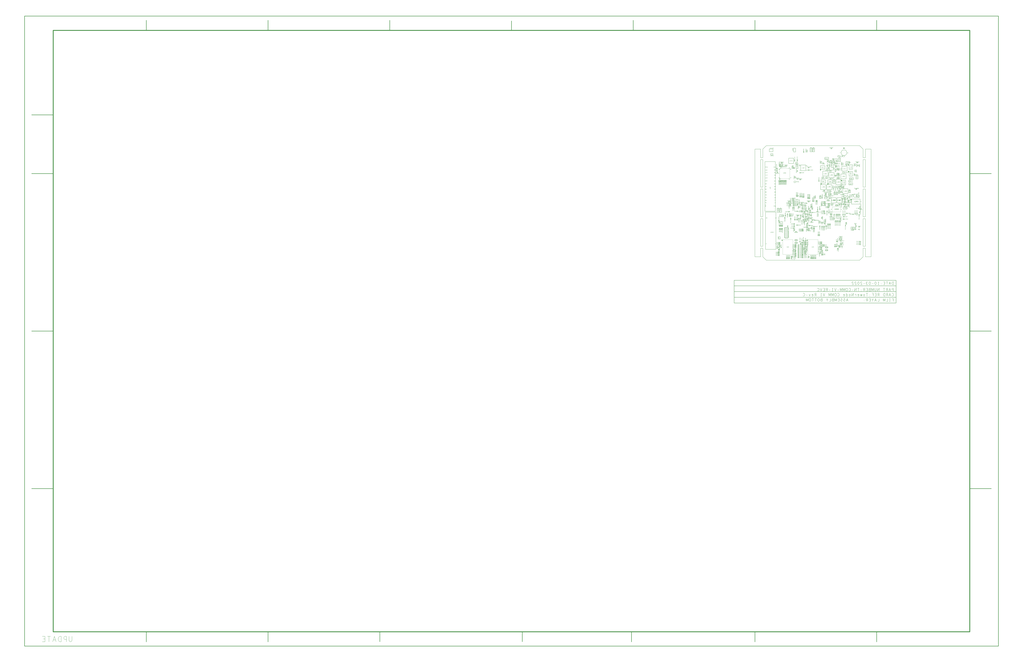
<source format=gbr>
G04 ================== begin FILE IDENTIFICATION RECORD ==================*
G04 Layout Name:  COM_V1_P3-10March2022.brd*
G04 Film Name:    COM_V1_P2-ASB.gbr*
G04 File Format:  Gerber RS274X*
G04 File Origin:  Cadence Allegro 16.6-2015-S108*
G04 Origin Date:  Thu Mar 10 23:17:32 2022*
G04 *
G04 Layer:  DRAWING FORMAT/FILM_LABEL_OUTLINE*
G04 Layer:  REF DES/ASSEMBLY_BOTTOM*
G04 Layer:  PACKAGE GEOMETRY/ASSEMBLY_BOTTOM*
G04 Layer:  DRAWING FORMAT/OUTLINE*
G04 Layer:  BOARD GEOMETRY/OUTLINE*
G04 *
G04 Offset:    (0.000 0.000)*
G04 Mirror:    Yes*
G04 Mode:      Positive*
G04 Rotation:  0*
G04 FullContactRelief:  No*
G04 UndefLineWidth:     6.000*
G04 ================== end FILE IDENTIFICATION RECORD ====================*
%FSLAX55Y55*MOIN*%
%IR0*IPPOS*OFA0.00000B0.00000*MIA1B0*SFA1.00000B1.00000*%
%ADD10C,.002*%
%ADD11C,.004*%
%ADD12C,.005*%
%ADD13C,.006*%
%ADD14C,.005906*%
%ADD15C,.007098*%
%ADD16C,.001969*%
%ADD17C,.01*%
%ADD18C,.03*%
%ADD19C,.015*%
%ADD20C,.0157*%
%ADD21C,.015748*%
G75*
%LPD*%
G75*
G36*
G01X306889Y57534D02*
G03I-723J0D01*
G37*
G54D10*
G01X291687Y287328D02*
Y318028D01*
X289317Y320398D01*
X258617D01*
X256247Y318028D01*
Y287328D01*
X258617Y284958D01*
X289317D01*
X291687Y287328D01*
G54D20*
G01X291875Y283419D02*
G03I-786J0D01*
G54D11*
G01X15497Y119971D02*
X15747Y120096D01*
X16039Y120180D01*
X16372D01*
X16747Y120055D01*
X17039Y119846D01*
X17247Y119596D01*
X17414Y119180D01*
X17455Y118805D01*
X17372Y118430D01*
X17247Y118180D01*
X16997Y117930D01*
X16705Y117763D01*
X16414Y117680D01*
X16122D01*
X15830Y117763D01*
X15580Y117888D01*
X15372Y118055D01*
G01X13814Y117680D02*
Y120180D01*
X14314Y119680D01*
G01Y117680D02*
X13314D01*
G01X11214D02*
X10922Y117721D01*
X10589Y117846D01*
X10380Y118055D01*
X10297Y118346D01*
X10380Y118638D01*
X10630Y118888D01*
X11005Y119013D01*
X11422D01*
X11672Y119096D01*
X11880Y119305D01*
X11964Y119596D01*
X11839Y119888D01*
X11547Y120096D01*
X11214Y120180D01*
X10880Y120096D01*
X10589Y119888D01*
X10464Y119596D01*
X10547Y119305D01*
X10755Y119096D01*
X11005Y119013D01*
X11422D01*
X11797Y118888D01*
X12047Y118638D01*
X12130Y118346D01*
X12047Y118055D01*
X11839Y117846D01*
X11505Y117721D01*
X11214Y117680D01*
G01X90572Y68169D02*
X90697Y67919D01*
X90780Y67627D01*
Y67294D01*
X90655Y66919D01*
X90447Y66627D01*
X90197Y66419D01*
X89780Y66252D01*
X89405Y66211D01*
X89030Y66294D01*
X88780Y66419D01*
X88530Y66669D01*
X88364Y66961D01*
X88280Y67252D01*
Y67544D01*
X88364Y67836D01*
X88489Y68086D01*
X88655Y68294D01*
G01X88280Y69852D02*
X90780D01*
X90280Y69352D01*
G01X88280D02*
Y70352D01*
G01X90364Y71661D02*
X90614Y71911D01*
X90739Y72202D01*
X90780Y72536D01*
X90697Y72952D01*
X90489Y73244D01*
X90239Y73327D01*
X89989Y73286D01*
X89780Y73119D01*
X89364Y72286D01*
X89072Y71911D01*
X88655Y71661D01*
X88280Y71577D01*
Y73327D01*
G01X88572Y74344D02*
X88364Y74636D01*
X88280Y74969D01*
X88364Y75302D01*
X88614Y75594D01*
X88989Y75802D01*
X89364Y75886D01*
X89822D01*
X90197Y75802D01*
X90530Y75594D01*
X90697Y75344D01*
X90780Y75052D01*
X90697Y74719D01*
X90530Y74469D01*
X90280Y74302D01*
X89947Y74219D01*
X89655Y74302D01*
X89364Y74511D01*
X89197Y74761D01*
X89155Y75052D01*
X89239Y75386D01*
X89447Y75636D01*
X89822Y75886D01*
G01X73019Y70557D02*
X75519D01*
Y71599D01*
X75394Y71932D01*
X75228Y72140D01*
X74894Y72224D01*
X74561Y72140D01*
X74353Y71890D01*
X74228Y71599D01*
Y70557D01*
G01Y71599D02*
X73019Y72224D01*
G01Y73990D02*
X75519D01*
X75019Y73490D01*
G01X73019D02*
Y74490D01*
G01Y75549D02*
X75519Y76590D01*
X73019Y77632D01*
G01X73894Y77257D02*
Y75924D01*
G01X74061Y78399D02*
X74353Y78690D01*
X74519Y78940D01*
X74602Y79274D01*
X74519Y79565D01*
X74353Y79774D01*
X74102Y79940D01*
X73811Y79982D01*
X73561Y79940D01*
X73311Y79774D01*
X73102Y79524D01*
X73019Y79232D01*
X73102Y78899D01*
X73352Y78607D01*
X73728Y78440D01*
X74144Y78399D01*
X74686Y78482D01*
X74978Y78607D01*
X75269Y78815D01*
X75478Y79107D01*
X75519Y79399D01*
X75436Y79690D01*
X75228Y79899D01*
G01X82348Y81828D02*
Y84328D01*
X81306D01*
X80973Y84203D01*
X80765Y84036D01*
X80682Y83703D01*
X80765Y83370D01*
X81015Y83162D01*
X81306Y83036D01*
X82348D01*
G01X81306D02*
X80682Y81828D01*
G01X78915D02*
Y84328D01*
X79415Y83828D01*
G01Y81828D02*
X78415D01*
G01X77356D02*
X76315Y84328D01*
X75273Y81828D01*
G01X75648Y82703D02*
X76982D01*
G01X74632Y82328D02*
X74382Y82036D01*
X74048Y81870D01*
X73673Y81828D01*
X73340Y81870D01*
X73006Y82078D01*
X72798Y82328D01*
X72756Y82578D01*
X72840Y82870D01*
X73132Y83078D01*
X73423Y83162D01*
X73798D01*
G01X73423D02*
X73173Y83286D01*
X72965Y83495D01*
X72882Y83745D01*
X72965Y83995D01*
X73173Y84203D01*
X73548Y84328D01*
X73923Y84286D01*
X74298Y84120D01*
G01X78342Y67129D02*
Y69629D01*
X77300D01*
X76967Y69504D01*
X76758Y69338D01*
X76675Y69004D01*
X76758Y68671D01*
X77008Y68463D01*
X77300Y68338D01*
X78342D01*
G01X77300D02*
X76675Y67129D01*
G01X74908D02*
Y69629D01*
X75408Y69129D01*
G01Y67129D02*
X74408D01*
G01X73350D02*
X72308Y69629D01*
X71267Y67129D01*
G01X71642Y68004D02*
X72975D01*
G01X69708Y67129D02*
Y69629D01*
X70208Y69129D01*
G01Y67129D02*
X69208D01*
G01X67108D02*
Y69629D01*
X67608Y69129D01*
G01Y67129D02*
X66608D01*
G01X82871Y69257D02*
X85371D01*
Y70299D01*
X85246Y70632D01*
X85079Y70840D01*
X84746Y70924D01*
X84412Y70840D01*
X84204Y70590D01*
X84079Y70299D01*
Y69257D01*
G01Y70299D02*
X82871Y70924D01*
G01Y72690D02*
X85371D01*
X84871Y72190D01*
G01X82871D02*
Y73190D01*
G01Y74249D02*
X85371Y75290D01*
X82871Y76332D01*
G01X83746Y75957D02*
Y74624D01*
G01X82871Y77890D02*
X85371D01*
X84871Y77390D01*
G01X82871D02*
Y78390D01*
G01X85371Y80490D02*
X85288Y80157D01*
X85079Y79907D01*
X84829Y79740D01*
X84496Y79615D01*
X84121Y79574D01*
X83746Y79615D01*
X83412Y79740D01*
X83162Y79907D01*
X82954Y80157D01*
X82871Y80490D01*
X82954Y80824D01*
X83162Y81074D01*
X83412Y81240D01*
X83746Y81365D01*
X84121Y81407D01*
X84496Y81365D01*
X84829Y81240D01*
X85079Y81074D01*
X85288Y80824D01*
X85371Y80490D01*
G01X75998Y138112D02*
X78498D01*
Y139154D01*
X78373Y139487D01*
X78206Y139696D01*
X77873Y139779D01*
X77540Y139696D01*
X77331Y139446D01*
X77206Y139154D01*
Y138112D01*
G01Y139154D02*
X75998Y139779D01*
G01Y141546D02*
X78498D01*
X77998Y141046D01*
G01X75998D02*
Y142046D01*
G01Y144146D02*
X78498D01*
X77998Y143646D01*
G01X75998D02*
Y144646D01*
G01X78081Y145954D02*
X78331Y146204D01*
X78456Y146496D01*
X78498Y146829D01*
X78415Y147246D01*
X78206Y147537D01*
X77956Y147621D01*
X77706Y147579D01*
X77498Y147412D01*
X77081Y146579D01*
X76790Y146204D01*
X76373Y145954D01*
X75998Y145871D01*
Y147621D01*
G01X78081Y148554D02*
X78331Y148804D01*
X78456Y149096D01*
X78498Y149429D01*
X78415Y149846D01*
X78206Y150137D01*
X77956Y150221D01*
X77706Y150179D01*
X77498Y150012D01*
X77081Y149179D01*
X76790Y148804D01*
X76373Y148554D01*
X75998Y148471D01*
Y150221D01*
G01X76498Y151029D02*
X76206Y151279D01*
X76040Y151612D01*
X75998Y151987D01*
X76040Y152321D01*
X76248Y152654D01*
X76498Y152862D01*
X76748Y152904D01*
X77040Y152821D01*
X77248Y152529D01*
X77331Y152237D01*
Y151862D01*
G01Y152237D02*
X77456Y152487D01*
X77665Y152696D01*
X77915Y152779D01*
X78165Y152696D01*
X78373Y152487D01*
X78498Y152112D01*
X78456Y151737D01*
X78290Y151362D01*
G01X91916Y121860D02*
X94416D01*
Y122902D01*
X94291Y123235D01*
X94125Y123443D01*
X93791Y123526D01*
X93458Y123443D01*
X93250Y123193D01*
X93125Y122902D01*
Y121860D01*
G01Y122902D02*
X91916Y123526D01*
G01Y125293D02*
X94416D01*
X93916Y124793D01*
G01X91916D02*
Y125793D01*
G01Y127893D02*
X94416D01*
X93916Y127393D01*
G01X91916D02*
Y128393D01*
G01Y130493D02*
X94416D01*
X93916Y129993D01*
G01X91916D02*
Y130993D01*
G01X92958Y132302D02*
X93250Y132593D01*
X93416Y132843D01*
X93500Y133177D01*
X93416Y133468D01*
X93250Y133677D01*
X93000Y133843D01*
X92708Y133885D01*
X92458Y133843D01*
X92208Y133677D01*
X92000Y133426D01*
X91916Y133135D01*
X92000Y132802D01*
X92250Y132510D01*
X92625Y132343D01*
X93041Y132302D01*
X93583Y132385D01*
X93875Y132510D01*
X94166Y132718D01*
X94375Y133010D01*
X94416Y133302D01*
X94333Y133593D01*
X94125Y133802D01*
G01X91916Y135693D02*
X94416D01*
X93916Y135193D01*
G01X91916D02*
Y136193D01*
G01X87686Y121693D02*
X90186D01*
Y122734D01*
X90061Y123068D01*
X89895Y123276D01*
X89561Y123359D01*
X89228Y123276D01*
X89020Y123026D01*
X88895Y122734D01*
Y121693D01*
G01Y122734D02*
X87686Y123359D01*
G01Y125126D02*
X90186D01*
X89686Y124626D01*
G01X87686D02*
Y125626D01*
G01Y127726D02*
X90186D01*
X89686Y127226D01*
G01X87686D02*
Y128226D01*
G01Y130326D02*
X90186D01*
X89686Y129826D01*
G01X87686D02*
Y130826D01*
G01X88728Y132134D02*
X89020Y132426D01*
X89186Y132676D01*
X89270Y133009D01*
X89186Y133301D01*
X89020Y133509D01*
X88770Y133676D01*
X88478Y133718D01*
X88228Y133676D01*
X87978Y133509D01*
X87770Y133259D01*
X87686Y132968D01*
X87770Y132634D01*
X88020Y132343D01*
X88395Y132176D01*
X88811Y132134D01*
X89353Y132218D01*
X89645Y132343D01*
X89936Y132551D01*
X90145Y132843D01*
X90186Y133134D01*
X90103Y133426D01*
X89895Y133634D01*
G01X90186Y135526D02*
X90103Y135193D01*
X89895Y134943D01*
X89645Y134776D01*
X89311Y134651D01*
X88936Y134609D01*
X88561Y134651D01*
X88228Y134776D01*
X87978Y134943D01*
X87770Y135193D01*
X87686Y135526D01*
X87770Y135859D01*
X87978Y136109D01*
X88228Y136276D01*
X88561Y136401D01*
X88936Y136443D01*
X89311Y136401D01*
X89645Y136276D01*
X89895Y136109D01*
X90103Y135859D01*
X90186Y135526D01*
G01X113874Y110143D02*
X116374D01*
Y111185D01*
X116249Y111518D01*
X116082Y111726D01*
X115749Y111810D01*
X115415Y111726D01*
X115207Y111476D01*
X115082Y111185D01*
Y110143D01*
G01Y111185D02*
X113874Y111810D01*
G01Y113576D02*
X116374D01*
X115874Y113076D01*
G01X113874D02*
Y114076D01*
G01Y116176D02*
X116374D01*
X115874Y115676D01*
G01X113874D02*
Y116676D01*
G01Y118776D02*
X116374D01*
X115874Y118276D01*
G01X113874D02*
Y119276D01*
G01X114915Y120585D02*
X115207Y120876D01*
X115374Y121126D01*
X115457Y121460D01*
X115374Y121751D01*
X115207Y121960D01*
X114957Y122126D01*
X114665Y122168D01*
X114415Y122126D01*
X114165Y121960D01*
X113957Y121710D01*
X113874Y121418D01*
X113957Y121085D01*
X114207Y120793D01*
X114582Y120626D01*
X114999Y120585D01*
X115540Y120668D01*
X115832Y120793D01*
X116124Y121001D01*
X116332Y121293D01*
X116374Y121585D01*
X116290Y121876D01*
X116082Y122085D01*
G01X114248Y123060D02*
X114040Y123310D01*
X113915Y123601D01*
X113874Y123976D01*
X113957Y124351D01*
X114124Y124643D01*
X114415Y124851D01*
X114749Y124893D01*
X115082Y124810D01*
X115290Y124601D01*
X115457Y124310D01*
X115499Y124018D01*
X115457Y123726D01*
X115290Y123351D01*
X116374Y123476D01*
Y124601D01*
G01X79115Y121359D02*
X81615D01*
Y122400D01*
X81490Y122734D01*
X81323Y122942D01*
X80990Y123025D01*
X80656Y122942D01*
X80448Y122692D01*
X80323Y122400D01*
Y121359D01*
G01Y122400D02*
X79115Y123025D01*
G01Y124792D02*
X81615D01*
X81115Y124292D01*
G01X79115D02*
Y125292D01*
G01Y127392D02*
X81615D01*
X81115Y126892D01*
G01X79115D02*
Y127892D01*
G01X81198Y129200D02*
X81448Y129450D01*
X81573Y129742D01*
X81615Y130075D01*
X81532Y130492D01*
X81323Y130784D01*
X81073Y130867D01*
X80823Y130825D01*
X80615Y130659D01*
X80198Y129825D01*
X79906Y129450D01*
X79490Y129200D01*
X79115Y129117D01*
Y130867D01*
G01X81198Y131800D02*
X81448Y132050D01*
X81573Y132342D01*
X81615Y132675D01*
X81532Y133092D01*
X81323Y133384D01*
X81073Y133467D01*
X80823Y133425D01*
X80615Y133259D01*
X80198Y132425D01*
X79906Y132050D01*
X79490Y131800D01*
X79115Y131717D01*
Y133467D01*
G01Y135692D02*
X81615D01*
X79823Y134150D01*
Y136234D01*
G01X96202Y121470D02*
X98702D01*
Y122512D01*
X98577Y122845D01*
X98410Y123054D01*
X98077Y123137D01*
X97744Y123054D01*
X97535Y122804D01*
X97410Y122512D01*
Y121470D01*
G01Y122512D02*
X96202Y123137D01*
G01Y124904D02*
X98702D01*
X98202Y124404D01*
G01X96202D02*
Y125404D01*
G01Y127504D02*
X98702D01*
X98202Y127004D01*
G01X96202D02*
Y128004D01*
G01Y130104D02*
X98702D01*
X98202Y129604D01*
G01X96202D02*
Y130604D01*
G01X97244Y131912D02*
X97535Y132204D01*
X97702Y132454D01*
X97785Y132787D01*
X97702Y133079D01*
X97535Y133287D01*
X97285Y133454D01*
X96994Y133495D01*
X96744Y133454D01*
X96494Y133287D01*
X96285Y133037D01*
X96202Y132745D01*
X96285Y132412D01*
X96535Y132120D01*
X96910Y131954D01*
X97327Y131912D01*
X97869Y131995D01*
X98160Y132120D01*
X98452Y132329D01*
X98660Y132620D01*
X98702Y132912D01*
X98619Y133204D01*
X98410Y133412D01*
G01X96702Y134387D02*
X96410Y134637D01*
X96244Y134970D01*
X96202Y135345D01*
X96244Y135679D01*
X96452Y136012D01*
X96702Y136220D01*
X96952Y136262D01*
X97244Y136179D01*
X97452Y135887D01*
X97535Y135595D01*
Y135220D01*
G01Y135595D02*
X97660Y135845D01*
X97869Y136054D01*
X98119Y136137D01*
X98369Y136054D01*
X98577Y135845D01*
X98702Y135470D01*
X98660Y135095D01*
X98494Y134720D01*
G01X83066Y121582D02*
X85566D01*
Y122623D01*
X85441Y122956D01*
X85275Y123165D01*
X84941Y123248D01*
X84608Y123165D01*
X84400Y122915D01*
X84275Y122623D01*
Y121582D01*
G01Y122623D02*
X83066Y123248D01*
G01Y125015D02*
X85566D01*
X85066Y124515D01*
G01X83066D02*
Y125515D01*
G01Y127615D02*
X85566D01*
X85066Y127115D01*
G01X83066D02*
Y128115D01*
G01Y130215D02*
X85566D01*
X85066Y129715D01*
G01X83066D02*
Y130715D01*
G01X84108Y132023D02*
X84400Y132315D01*
X84566Y132565D01*
X84650Y132898D01*
X84566Y133190D01*
X84400Y133398D01*
X84150Y133565D01*
X83858Y133606D01*
X83608Y133565D01*
X83358Y133398D01*
X83150Y133148D01*
X83066Y132856D01*
X83150Y132523D01*
X83400Y132232D01*
X83775Y132065D01*
X84191Y132023D01*
X84733Y132106D01*
X85025Y132232D01*
X85316Y132440D01*
X85525Y132731D01*
X85566Y133023D01*
X85483Y133315D01*
X85275Y133523D01*
G01X85150Y134623D02*
X85400Y134873D01*
X85525Y135165D01*
X85566Y135498D01*
X85483Y135915D01*
X85275Y136206D01*
X85025Y136290D01*
X84775Y136248D01*
X84566Y136081D01*
X84150Y135248D01*
X83858Y134873D01*
X83441Y134623D01*
X83066Y134540D01*
Y136290D01*
G01X23038Y53913D02*
Y56413D01*
X21997D01*
X21664Y56288D01*
X21455Y56121D01*
X21372Y55788D01*
X21455Y55454D01*
X21705Y55246D01*
X21997Y55121D01*
X23038D01*
G01X21997D02*
X21372Y53913D01*
G01X19605D02*
Y56413D01*
X20105Y55913D01*
G01Y53913D02*
X19105D01*
G01X17922Y54413D02*
X17672Y54121D01*
X17339Y53954D01*
X16964Y53913D01*
X16630Y53954D01*
X16297Y54163D01*
X16088Y54413D01*
X16047Y54663D01*
X16130Y54954D01*
X16422Y55163D01*
X16714Y55246D01*
X17089D01*
G01X16714D02*
X16464Y55371D01*
X16255Y55579D01*
X16172Y55829D01*
X16255Y56079D01*
X16464Y56288D01*
X16838Y56413D01*
X17214Y56371D01*
X17588Y56204D01*
G01X15322Y54288D02*
X15072Y54079D01*
X14780Y53954D01*
X14405Y53913D01*
X14030Y53996D01*
X13739Y54163D01*
X13530Y54454D01*
X13488Y54788D01*
X13572Y55121D01*
X13780Y55330D01*
X14072Y55496D01*
X14363Y55538D01*
X14655Y55496D01*
X15030Y55330D01*
X14905Y56413D01*
X13780D01*
G01X12597Y54954D02*
X12305Y55246D01*
X12055Y55413D01*
X11722Y55496D01*
X11430Y55413D01*
X11222Y55246D01*
X11055Y54996D01*
X11014Y54704D01*
X11055Y54454D01*
X11222Y54204D01*
X11472Y53996D01*
X11764Y53913D01*
X12097Y53996D01*
X12388Y54246D01*
X12555Y54621D01*
X12597Y55038D01*
X12514Y55579D01*
X12388Y55871D01*
X12180Y56163D01*
X11889Y56371D01*
X11597Y56413D01*
X11305Y56330D01*
X11097Y56121D01*
G01X22816Y64265D02*
Y66765D01*
X21775D01*
X21441Y66640D01*
X21233Y66474D01*
X21150Y66140D01*
X21233Y65807D01*
X21483Y65599D01*
X21775Y65474D01*
X22816D01*
G01X21775D02*
X21150Y64265D01*
G01X19383D02*
Y66765D01*
X19883Y66265D01*
G01Y64265D02*
X18883D01*
G01X17700Y64765D02*
X17450Y64474D01*
X17116Y64307D01*
X16741Y64265D01*
X16408Y64307D01*
X16074Y64515D01*
X15866Y64765D01*
X15824Y65015D01*
X15908Y65307D01*
X16200Y65515D01*
X16491Y65599D01*
X16866D01*
G01X16491D02*
X16241Y65724D01*
X16033Y65932D01*
X15950Y66182D01*
X16033Y66432D01*
X16241Y66640D01*
X16616Y66765D01*
X16991Y66724D01*
X17366Y66557D01*
G01X15100Y64640D02*
X14850Y64432D01*
X14558Y64307D01*
X14183Y64265D01*
X13808Y64348D01*
X13516Y64515D01*
X13308Y64807D01*
X13266Y65140D01*
X13350Y65474D01*
X13558Y65682D01*
X13850Y65848D01*
X14141Y65890D01*
X14433Y65848D01*
X14808Y65682D01*
X14683Y66765D01*
X13558D01*
G01X12500Y64640D02*
X12250Y64432D01*
X11958Y64307D01*
X11583Y64265D01*
X11208Y64348D01*
X10916Y64515D01*
X10708Y64807D01*
X10666Y65140D01*
X10750Y65474D01*
X10958Y65682D01*
X11250Y65848D01*
X11541Y65890D01*
X11833Y65848D01*
X12208Y65682D01*
X12083Y66765D01*
X10958D01*
G01X22704Y58699D02*
Y61199D01*
X21663D01*
X21330Y61074D01*
X21121Y60908D01*
X21038Y60574D01*
X21121Y60241D01*
X21371Y60033D01*
X21663Y59908D01*
X22704D01*
G01X21663D02*
X21038Y58699D01*
G01X19271D02*
Y61199D01*
X19771Y60699D01*
G01Y58699D02*
X18771D01*
G01X17588Y59199D02*
X17338Y58908D01*
X17005Y58741D01*
X16630Y58699D01*
X16296Y58741D01*
X15963Y58949D01*
X15754Y59199D01*
X15713Y59449D01*
X15796Y59741D01*
X16088Y59949D01*
X16380Y60033D01*
X16755D01*
G01X16380D02*
X16130Y60158D01*
X15921Y60366D01*
X15838Y60616D01*
X15921Y60866D01*
X16130Y61074D01*
X16504Y61199D01*
X16880Y61158D01*
X17254Y60991D01*
G01X14988Y59074D02*
X14738Y58866D01*
X14446Y58741D01*
X14071Y58699D01*
X13696Y58783D01*
X13405Y58949D01*
X13196Y59241D01*
X13154Y59574D01*
X13238Y59908D01*
X13446Y60116D01*
X13738Y60283D01*
X14030Y60324D01*
X14321Y60283D01*
X14696Y60116D01*
X14571Y61199D01*
X13446D01*
G01X11555Y58699D02*
X11471Y59241D01*
X11346Y59699D01*
X11180Y60116D01*
X10971Y60574D01*
X10638Y61199D01*
X12304D01*
G01X58187Y127745D02*
X60687D01*
Y128578D01*
X60562Y128912D01*
X60396Y129162D01*
X60146Y129370D01*
X59854Y129537D01*
X59437Y129578D01*
X59021Y129537D01*
X58729Y129370D01*
X58479Y129162D01*
X58312Y128912D01*
X58187Y128578D01*
Y127745D01*
G01Y131262D02*
X60687D01*
X60187Y130762D01*
G01X58187D02*
Y131762D01*
G01X29768Y107784D02*
X27977D01*
X27602Y107951D01*
X27352Y108284D01*
X27268Y108701D01*
X27352Y109118D01*
X27602Y109451D01*
X27977Y109618D01*
X29768D01*
G01X27268Y111301D02*
X29768D01*
X29268Y110801D01*
G01X27268D02*
Y111801D01*
G01Y113901D02*
X29768D01*
X29268Y113401D01*
G01X27268D02*
Y114401D01*
G01X84277Y50420D02*
Y52920D01*
X83236D01*
X82902Y52795D01*
X82694Y52628D01*
X82611Y52295D01*
X82694Y51962D01*
X82944Y51754D01*
X83236Y51628D01*
X84277D01*
G01X83236D02*
X82611Y50420D01*
G01X81761Y50920D02*
X81511Y50628D01*
X81177Y50462D01*
X80802Y50420D01*
X80469Y50462D01*
X80136Y50670D01*
X79927Y50920D01*
X79886Y51170D01*
X79969Y51462D01*
X80261Y51670D01*
X80552Y51754D01*
X80927D01*
G01X80552D02*
X80302Y51878D01*
X80094Y52087D01*
X80011Y52337D01*
X80094Y52587D01*
X80302Y52795D01*
X80677Y52920D01*
X81052Y52878D01*
X81427Y52712D01*
G01X78952Y50712D02*
X78661Y50503D01*
X78327Y50420D01*
X77994Y50503D01*
X77702Y50753D01*
X77494Y51128D01*
X77411Y51503D01*
Y51962D01*
X77494Y52337D01*
X77702Y52670D01*
X77952Y52837D01*
X78244Y52920D01*
X78577Y52837D01*
X78827Y52670D01*
X78994Y52420D01*
X79077Y52087D01*
X78994Y51795D01*
X78786Y51503D01*
X78536Y51337D01*
X78244Y51295D01*
X77911Y51378D01*
X77661Y51587D01*
X77411Y51962D01*
G01X83322Y47355D02*
Y49855D01*
X82280D01*
X81947Y49730D01*
X81738Y49564D01*
X81655Y49230D01*
X81738Y48897D01*
X81988Y48689D01*
X82280Y48564D01*
X83322D01*
G01X82280D02*
X81655Y47355D01*
G01X80805Y47855D02*
X80555Y47564D01*
X80222Y47397D01*
X79847Y47355D01*
X79513Y47397D01*
X79180Y47605D01*
X78972Y47855D01*
X78930Y48105D01*
X79013Y48397D01*
X79305Y48605D01*
X79597Y48689D01*
X79972D01*
G01X79597D02*
X79347Y48814D01*
X79138Y49022D01*
X79055Y49272D01*
X79138Y49522D01*
X79347Y49730D01*
X79722Y49855D01*
X80097Y49814D01*
X80472Y49647D01*
G01X78080Y48397D02*
X77788Y48689D01*
X77538Y48855D01*
X77205Y48939D01*
X76913Y48855D01*
X76705Y48689D01*
X76538Y48439D01*
X76497Y48147D01*
X76538Y47897D01*
X76705Y47647D01*
X76955Y47439D01*
X77247Y47355D01*
X77580Y47439D01*
X77872Y47689D01*
X78038Y48064D01*
X78080Y48480D01*
X77997Y49022D01*
X77872Y49314D01*
X77663Y49605D01*
X77372Y49814D01*
X77080Y49855D01*
X76788Y49772D01*
X76580Y49564D01*
G01X42418Y104036D02*
Y106536D01*
X41377D01*
X41044Y106411D01*
X40835Y106244D01*
X40752Y105911D01*
X40835Y105577D01*
X41085Y105369D01*
X41377Y105244D01*
X42418D01*
G01X41377D02*
X40752Y104036D01*
G01X39777Y106119D02*
X39527Y106369D01*
X39235Y106494D01*
X38902Y106536D01*
X38485Y106452D01*
X38194Y106244D01*
X38110Y105994D01*
X38152Y105744D01*
X38319Y105536D01*
X39152Y105119D01*
X39527Y104827D01*
X39777Y104410D01*
X39860Y104036D01*
X38110D01*
G01X37177Y106119D02*
X36927Y106369D01*
X36635Y106494D01*
X36302Y106536D01*
X35885Y106452D01*
X35594Y106244D01*
X35510Y105994D01*
X35552Y105744D01*
X35719Y105536D01*
X36552Y105119D01*
X36927Y104827D01*
X37177Y104410D01*
X37260Y104036D01*
X35510D01*
G01X22971Y116536D02*
X25471D01*
Y117578D01*
X25346Y117911D01*
X25180Y118119D01*
X24846Y118203D01*
X24513Y118119D01*
X24305Y117869D01*
X24180Y117578D01*
Y116536D01*
G01Y117578D02*
X22971Y118203D01*
G01X25054Y119178D02*
X25305Y119428D01*
X25430Y119719D01*
X25471Y120053D01*
X25388Y120469D01*
X25180Y120761D01*
X24930Y120844D01*
X24680Y120803D01*
X24471Y120636D01*
X24054Y119803D01*
X23763Y119428D01*
X23346Y119178D01*
X22971Y119094D01*
Y120844D01*
G01Y122569D02*
X25471D01*
X24971Y122069D01*
G01X22971D02*
Y123069D01*
G01X30396Y126967D02*
Y129467D01*
X29355D01*
X29022Y129342D01*
X28813Y129175D01*
X28730Y128842D01*
X28813Y128508D01*
X29063Y128300D01*
X29355Y128175D01*
X30396D01*
G01X29355D02*
X28730Y126967D01*
G01X27755Y129050D02*
X27505Y129300D01*
X27213Y129425D01*
X26880Y129467D01*
X26463Y129384D01*
X26171Y129175D01*
X26088Y128925D01*
X26130Y128675D01*
X26297Y128467D01*
X27130Y128050D01*
X27505Y127758D01*
X27755Y127342D01*
X27838Y126967D01*
X26088D01*
G01X24363Y129467D02*
X24697Y129384D01*
X24947Y129175D01*
X25113Y128925D01*
X25238Y128592D01*
X25280Y128217D01*
X25238Y127842D01*
X25113Y127508D01*
X24947Y127258D01*
X24697Y127050D01*
X24363Y126967D01*
X24030Y127050D01*
X23780Y127258D01*
X23613Y127508D01*
X23488Y127842D01*
X23446Y128217D01*
X23488Y128592D01*
X23613Y128925D01*
X23780Y129175D01*
X24030Y129384D01*
X24363Y129467D01*
G01X42489Y107238D02*
Y109738D01*
X41447D01*
X41114Y109614D01*
X40906Y109447D01*
X40822Y109114D01*
X40906Y108780D01*
X41156Y108572D01*
X41447Y108447D01*
X42489D01*
G01X41447D02*
X40822Y107238D01*
G01X39056D02*
Y109738D01*
X39556Y109238D01*
G01Y107238D02*
X38556D01*
G01X37247Y109322D02*
X36997Y109572D01*
X36706Y109697D01*
X36372Y109738D01*
X35956Y109655D01*
X35664Y109447D01*
X35581Y109197D01*
X35622Y108947D01*
X35789Y108738D01*
X36622Y108322D01*
X36997Y108030D01*
X37247Y107613D01*
X37331Y107238D01*
X35581D01*
G01X60734Y107855D02*
X63234D01*
Y108897D01*
X63109Y109230D01*
X62942Y109438D01*
X62609Y109522D01*
X62275Y109438D01*
X62067Y109188D01*
X61942Y108897D01*
Y107855D01*
G01Y108897D02*
X60734Y109522D01*
G01Y111288D02*
X63234D01*
X62734Y110788D01*
G01X60734D02*
Y111788D01*
G01Y113888D02*
X63234D01*
X62734Y113388D01*
G01X60734D02*
Y114388D01*
G01X62817Y115697D02*
X63067Y115947D01*
X63192Y116238D01*
X63234Y116572D01*
X63150Y116988D01*
X62942Y117280D01*
X62692Y117363D01*
X62442Y117322D01*
X62234Y117155D01*
X61817Y116322D01*
X61525Y115947D01*
X61109Y115697D01*
X60734Y115613D01*
Y117363D01*
G01X61775Y118297D02*
X62067Y118588D01*
X62234Y118838D01*
X62317Y119172D01*
X62234Y119463D01*
X62067Y119672D01*
X61817Y119838D01*
X61525Y119880D01*
X61275Y119838D01*
X61025Y119672D01*
X60817Y119422D01*
X60734Y119130D01*
X60817Y118797D01*
X61067Y118505D01*
X61442Y118338D01*
X61859Y118297D01*
X62400Y118380D01*
X62692Y118505D01*
X62984Y118713D01*
X63192Y119005D01*
X63234Y119297D01*
X63150Y119588D01*
X62942Y119797D01*
G01X60734Y121688D02*
X63234D01*
X62734Y121188D01*
G01X60734D02*
Y122188D01*
G01X43642Y110633D02*
Y113133D01*
X42601D01*
X42268Y113008D01*
X42059Y112841D01*
X41976Y112508D01*
X42059Y112174D01*
X42309Y111966D01*
X42601Y111841D01*
X43642D01*
G01X42601D02*
X41976Y110633D01*
G01X40209D02*
Y113133D01*
X40709Y112633D01*
G01Y110633D02*
X39709D01*
G01X37609D02*
Y113133D01*
X38109Y112633D01*
G01Y110633D02*
X37109D01*
G01X42418Y114388D02*
Y116888D01*
X41377D01*
X41044Y116763D01*
X40835Y116596D01*
X40752Y116263D01*
X40835Y115930D01*
X41085Y115721D01*
X41377Y115596D01*
X42418D01*
G01X41377D02*
X40752Y114388D01*
G01X38985D02*
Y116888D01*
X39485Y116388D01*
G01Y114388D02*
X38485D01*
G01X36385Y116888D02*
X36719Y116805D01*
X36968Y116596D01*
X37135Y116346D01*
X37260Y116013D01*
X37302Y115638D01*
X37260Y115263D01*
X37135Y114930D01*
X36968Y114680D01*
X36719Y114471D01*
X36385Y114388D01*
X36052Y114471D01*
X35802Y114680D01*
X35635Y114930D01*
X35510Y115263D01*
X35468Y115638D01*
X35510Y116013D01*
X35635Y116346D01*
X35802Y116596D01*
X36052Y116805D01*
X36385Y116888D01*
G01X78050Y60448D02*
X78175Y60198D01*
X78258Y59907D01*
Y59573D01*
X78133Y59198D01*
X77925Y58907D01*
X77675Y58698D01*
X77258Y58532D01*
X76883Y58490D01*
X76508Y58573D01*
X76258Y58698D01*
X76008Y58948D01*
X75841Y59240D01*
X75758Y59532D01*
Y59823D01*
X75841Y60115D01*
X75966Y60365D01*
X76133Y60573D01*
G01X76050Y61423D02*
X75841Y61715D01*
X75758Y62048D01*
X75841Y62382D01*
X76091Y62673D01*
X76466Y62882D01*
X76841Y62965D01*
X77300D01*
X77675Y62882D01*
X78008Y62673D01*
X78175Y62423D01*
X78258Y62132D01*
X78175Y61798D01*
X78008Y61548D01*
X77758Y61382D01*
X77425Y61298D01*
X77133Y61382D01*
X76841Y61590D01*
X76675Y61840D01*
X76633Y62132D01*
X76716Y62465D01*
X76925Y62715D01*
X77300Y62965D01*
G01X77841Y63940D02*
X78091Y64190D01*
X78216Y64482D01*
X78258Y64815D01*
X78175Y65232D01*
X77966Y65523D01*
X77716Y65607D01*
X77466Y65565D01*
X77258Y65398D01*
X76841Y64565D01*
X76550Y64190D01*
X76133Y63940D01*
X75758Y63857D01*
Y65607D01*
G01X90807Y34672D02*
X90932Y34422D01*
X91015Y34130D01*
Y33797D01*
X90890Y33422D01*
X90682Y33130D01*
X90432Y32922D01*
X90015Y32755D01*
X89640Y32714D01*
X89265Y32797D01*
X89015Y32922D01*
X88765Y33172D01*
X88599Y33464D01*
X88515Y33755D01*
Y34047D01*
X88599Y34338D01*
X88724Y34588D01*
X88890Y34797D01*
G01X88807Y35647D02*
X88599Y35938D01*
X88515Y36272D01*
X88599Y36605D01*
X88849Y36897D01*
X89224Y37105D01*
X89599Y37188D01*
X90057D01*
X90432Y37105D01*
X90765Y36897D01*
X90932Y36647D01*
X91015Y36355D01*
X90932Y36022D01*
X90765Y35772D01*
X90515Y35605D01*
X90182Y35522D01*
X89890Y35605D01*
X89599Y35814D01*
X89432Y36064D01*
X89390Y36355D01*
X89474Y36688D01*
X89682Y36938D01*
X90057Y37188D01*
G01X88515Y38955D02*
X91015D01*
X90515Y38455D01*
G01X88515D02*
Y39455D01*
G01X13918Y107274D02*
X14043Y107024D01*
X14126Y106732D01*
Y106399D01*
X14001Y106024D01*
X13793Y105732D01*
X13543Y105524D01*
X13126Y105357D01*
X12751Y105316D01*
X12376Y105399D01*
X12126Y105524D01*
X11876Y105774D01*
X11709Y106066D01*
X11626Y106357D01*
Y106649D01*
X11709Y106940D01*
X11834Y107190D01*
X12001Y107399D01*
G01X11626Y108874D02*
X12168Y108957D01*
X12626Y109082D01*
X13043Y109249D01*
X13501Y109457D01*
X14126Y109790D01*
Y108124D01*
G01X74757Y44508D02*
X74882Y44257D01*
X74965Y43966D01*
Y43632D01*
X74840Y43257D01*
X74632Y42966D01*
X74382Y42758D01*
X73965Y42591D01*
X73590Y42549D01*
X73215Y42632D01*
X72965Y42758D01*
X72715Y43008D01*
X72549Y43299D01*
X72465Y43591D01*
Y43882D01*
X72549Y44174D01*
X72674Y44424D01*
X72840Y44632D01*
G01X73507Y45399D02*
X73799Y45691D01*
X73965Y45941D01*
X74049Y46274D01*
X73965Y46566D01*
X73799Y46774D01*
X73549Y46941D01*
X73257Y46982D01*
X73007Y46941D01*
X72757Y46774D01*
X72549Y46524D01*
X72465Y46232D01*
X72549Y45899D01*
X72799Y45608D01*
X73174Y45441D01*
X73590Y45399D01*
X74132Y45482D01*
X74424Y45608D01*
X74715Y45816D01*
X74924Y46107D01*
X74965Y46399D01*
X74882Y46691D01*
X74674Y46899D01*
G01X80861Y46692D02*
X81111Y46817D01*
X81403Y46900D01*
X81736D01*
X82111Y46775D01*
X82403Y46567D01*
X82611Y46317D01*
X82778Y45900D01*
X82819Y45525D01*
X82736Y45150D01*
X82611Y44900D01*
X82361Y44650D01*
X82069Y44483D01*
X81778Y44400D01*
X81486D01*
X81194Y44483D01*
X80944Y44608D01*
X80736Y44775D01*
G01X80094D02*
X79844Y44567D01*
X79553Y44442D01*
X79178Y44400D01*
X78803Y44483D01*
X78511Y44650D01*
X78303Y44942D01*
X78261Y45275D01*
X78344Y45608D01*
X78553Y45817D01*
X78844Y45983D01*
X79136Y46025D01*
X79428Y45983D01*
X79803Y45817D01*
X79678Y46900D01*
X78553D01*
G01X98020Y50676D02*
X98145Y50426D01*
X98228Y50134D01*
Y49801D01*
X98103Y49426D01*
X97895Y49134D01*
X97645Y48926D01*
X97228Y48759D01*
X96853Y48718D01*
X96478Y48801D01*
X96228Y48926D01*
X95978Y49176D01*
X95811Y49468D01*
X95728Y49759D01*
Y50051D01*
X95811Y50342D01*
X95936Y50593D01*
X96103Y50801D01*
G01X95728Y52859D02*
X98228D01*
X96436Y51317D01*
Y53401D01*
G01X97811Y54168D02*
X98061Y54418D01*
X98186Y54709D01*
X98228Y55043D01*
X98145Y55459D01*
X97936Y55751D01*
X97686Y55834D01*
X97436Y55792D01*
X97228Y55626D01*
X96811Y54792D01*
X96520Y54418D01*
X96103Y54168D01*
X95728Y54084D01*
Y55834D01*
G01X81118Y58943D02*
X81243Y58693D01*
X81326Y58401D01*
Y58068D01*
X81201Y57693D01*
X80993Y57401D01*
X80743Y57193D01*
X80326Y57026D01*
X79951Y56984D01*
X79576Y57068D01*
X79326Y57193D01*
X79076Y57443D01*
X78909Y57734D01*
X78826Y58026D01*
Y58318D01*
X78909Y58609D01*
X79034Y58859D01*
X79201Y59068D01*
G01X78826Y61126D02*
X81326D01*
X79534Y59584D01*
Y61668D01*
G01X91563Y52680D02*
X91688Y52429D01*
X91772Y52138D01*
Y51804D01*
X91647Y51429D01*
X91438Y51138D01*
X91188Y50930D01*
X90772Y50763D01*
X90397Y50721D01*
X90022Y50805D01*
X89772Y50930D01*
X89522Y51180D01*
X89355Y51471D01*
X89272Y51763D01*
Y52054D01*
X89355Y52346D01*
X89480Y52596D01*
X89646Y52804D01*
G01X89772Y53446D02*
X89480Y53696D01*
X89313Y54029D01*
X89272Y54404D01*
X89313Y54738D01*
X89522Y55071D01*
X89772Y55279D01*
X90022Y55321D01*
X90313Y55238D01*
X90522Y54946D01*
X90605Y54654D01*
Y54279D01*
G01Y54654D02*
X90730Y54904D01*
X90938Y55113D01*
X91188Y55196D01*
X91438Y55113D01*
X91647Y54904D01*
X91772Y54530D01*
X91730Y54154D01*
X91563Y53780D01*
G01X89563Y56254D02*
X89355Y56546D01*
X89272Y56879D01*
X89355Y57213D01*
X89605Y57504D01*
X89980Y57713D01*
X90355Y57796D01*
X90813D01*
X91188Y57713D01*
X91522Y57504D01*
X91688Y57254D01*
X91772Y56963D01*
X91688Y56629D01*
X91522Y56379D01*
X91272Y56213D01*
X90938Y56130D01*
X90647Y56213D01*
X90355Y56421D01*
X90188Y56671D01*
X90147Y56963D01*
X90230Y57296D01*
X90438Y57546D01*
X90813Y57796D01*
G01X94136Y67629D02*
X94261Y67379D01*
X94345Y67087D01*
Y66754D01*
X94220Y66379D01*
X94011Y66087D01*
X93761Y65879D01*
X93345Y65712D01*
X92970Y65670D01*
X92594Y65754D01*
X92344Y65879D01*
X92094Y66129D01*
X91928Y66420D01*
X91844Y66712D01*
Y67004D01*
X91928Y67295D01*
X92053Y67545D01*
X92219Y67754D01*
G01X92344Y68395D02*
X92053Y68645D01*
X91886Y68979D01*
X91844Y69354D01*
X91886Y69687D01*
X92094Y70020D01*
X92344Y70229D01*
X92594Y70270D01*
X92886Y70187D01*
X93094Y69895D01*
X93178Y69604D01*
Y69229D01*
G01Y69604D02*
X93303Y69854D01*
X93511Y70062D01*
X93761Y70145D01*
X94011Y70062D01*
X94220Y69854D01*
X94345Y69479D01*
X94303Y69104D01*
X94136Y68729D01*
G01X91844Y71829D02*
X92386Y71912D01*
X92844Y72037D01*
X93261Y72204D01*
X93720Y72412D01*
X94345Y72745D01*
Y71079D01*
G01X100970Y50787D02*
X101095Y50537D01*
X101178Y50245D01*
Y49912D01*
X101053Y49537D01*
X100845Y49245D01*
X100595Y49037D01*
X100178Y48870D01*
X99803Y48829D01*
X99428Y48912D01*
X99178Y49037D01*
X98928Y49287D01*
X98761Y49579D01*
X98678Y49870D01*
Y50162D01*
X98761Y50454D01*
X98886Y50704D01*
X99053Y50912D01*
G01X99178Y51554D02*
X98886Y51804D01*
X98720Y52137D01*
X98678Y52512D01*
X98720Y52845D01*
X98928Y53179D01*
X99178Y53387D01*
X99428Y53429D01*
X99720Y53345D01*
X99928Y53054D01*
X100011Y52762D01*
Y52387D01*
G01Y52762D02*
X100136Y53012D01*
X100345Y53220D01*
X100595Y53304D01*
X100845Y53220D01*
X101053Y53012D01*
X101178Y52637D01*
X101136Y52262D01*
X100970Y51887D01*
G01X98678Y55570D02*
X101178D01*
X99386Y54029D01*
Y56112D01*
G01X73089Y55152D02*
X73339Y55277D01*
X73631Y55360D01*
X73964D01*
X74339Y55235D01*
X74631Y55027D01*
X74839Y54777D01*
X75006Y54360D01*
X75047Y53985D01*
X74964Y53610D01*
X74839Y53360D01*
X74589Y53110D01*
X74297Y52943D01*
X74006Y52860D01*
X73714D01*
X73422Y52943D01*
X73172Y53068D01*
X72964Y53235D01*
G01X72322Y53360D02*
X72072Y53068D01*
X71739Y52902D01*
X71364Y52860D01*
X71031Y52902D01*
X70697Y53110D01*
X70489Y53360D01*
X70447Y53610D01*
X70531Y53902D01*
X70822Y54110D01*
X71114Y54193D01*
X71489D01*
G01X71114D02*
X70864Y54318D01*
X70656Y54527D01*
X70572Y54777D01*
X70656Y55027D01*
X70864Y55235D01*
X71239Y55360D01*
X71614Y55318D01*
X71989Y55152D01*
G01X68806Y52860D02*
Y55360D01*
X69306Y54860D01*
G01Y52860D02*
X68306D01*
G01X71470Y58691D02*
X71596Y58441D01*
X71679Y58149D01*
Y57816D01*
X71554Y57441D01*
X71346Y57149D01*
X71095Y56941D01*
X70679Y56774D01*
X70304Y56732D01*
X69929Y56816D01*
X69679Y56941D01*
X69429Y57191D01*
X69262Y57482D01*
X69179Y57774D01*
Y58066D01*
X69262Y58357D01*
X69387Y58607D01*
X69554Y58816D01*
G01X71262Y59582D02*
X71512Y59832D01*
X71637Y60124D01*
X71679Y60457D01*
X71596Y60874D01*
X71387Y61166D01*
X71137Y61249D01*
X70887Y61207D01*
X70679Y61041D01*
X70262Y60207D01*
X69970Y59832D01*
X69554Y59582D01*
X69179Y59499D01*
Y61249D01*
G01Y62891D02*
X69720Y62974D01*
X70179Y63099D01*
X70596Y63266D01*
X71054Y63474D01*
X71679Y63807D01*
Y62141D01*
G01X87676Y32416D02*
X87801Y32166D01*
X87885Y31874D01*
Y31541D01*
X87760Y31166D01*
X87551Y30874D01*
X87301Y30666D01*
X86885Y30499D01*
X86510Y30458D01*
X86134Y30541D01*
X85885Y30666D01*
X85634Y30916D01*
X85468Y31208D01*
X85385Y31499D01*
Y31791D01*
X85468Y32082D01*
X85593Y32332D01*
X85759Y32541D01*
G01X85385Y34099D02*
X87885D01*
X87385Y33599D01*
G01X85385D02*
Y34599D01*
G01X85759Y35782D02*
X85551Y36032D01*
X85426Y36324D01*
X85385Y36699D01*
X85468Y37074D01*
X85634Y37366D01*
X85926Y37574D01*
X86260Y37616D01*
X86593Y37532D01*
X86801Y37324D01*
X86968Y37032D01*
X87010Y36741D01*
X86968Y36449D01*
X86801Y36074D01*
X87885Y36199D01*
Y37324D01*
G01X85385Y39299D02*
X87885D01*
X87385Y38799D01*
G01X85385D02*
Y39799D01*
G01X94992Y50147D02*
X95118Y49897D01*
X95201Y49605D01*
Y49272D01*
X95076Y48897D01*
X94868Y48605D01*
X94618Y48397D01*
X94201Y48230D01*
X93826Y48188D01*
X93451Y48272D01*
X93201Y48397D01*
X92951Y48647D01*
X92784Y48938D01*
X92701Y49230D01*
Y49522D01*
X92784Y49813D01*
X92909Y50063D01*
X93076Y50272D01*
G01X92701Y51830D02*
X95201D01*
X94701Y51330D01*
G01X92701D02*
Y52330D01*
G01X93201Y53513D02*
X92909Y53763D01*
X92743Y54097D01*
X92701Y54472D01*
X92743Y54805D01*
X92951Y55138D01*
X93201Y55347D01*
X93451Y55388D01*
X93742Y55305D01*
X93951Y55013D01*
X94034Y54722D01*
Y54347D01*
G01Y54722D02*
X94159Y54972D01*
X94368Y55180D01*
X94618Y55263D01*
X94868Y55180D01*
X95076Y54972D01*
X95201Y54597D01*
X95159Y54222D01*
X94992Y53847D01*
G01X92701Y57530D02*
X95201D01*
X93409Y55988D01*
Y58072D01*
G01X67889Y142556D02*
Y145056D01*
X66848D01*
X66514Y144931D01*
X66306Y144764D01*
X66223Y144431D01*
X66306Y144098D01*
X66556Y143890D01*
X66848Y143764D01*
X67889D01*
G01X66848D02*
X66223Y142556D01*
G01X64456D02*
Y145056D01*
X64956Y144556D01*
G01Y142556D02*
X63956D01*
G01X61856D02*
Y145056D01*
X62356Y144556D01*
G01Y142556D02*
X61356D01*
G01X60173Y142931D02*
X59923Y142723D01*
X59631Y142598D01*
X59256Y142556D01*
X58881Y142639D01*
X58589Y142806D01*
X58381Y143098D01*
X58339Y143431D01*
X58423Y143764D01*
X58631Y143973D01*
X58923Y144139D01*
X59214Y144181D01*
X59506Y144139D01*
X59881Y143973D01*
X59756Y145056D01*
X58631D01*
G01X56656D02*
X56989Y144973D01*
X57239Y144764D01*
X57406Y144514D01*
X57531Y144181D01*
X57573Y143806D01*
X57531Y143431D01*
X57406Y143098D01*
X57239Y142848D01*
X56989Y142639D01*
X56656Y142556D01*
X56323Y142639D01*
X56073Y142848D01*
X55906Y143098D01*
X55781Y143431D01*
X55739Y143806D01*
X55781Y144181D01*
X55906Y144514D01*
X56073Y144764D01*
X56323Y144973D01*
X56656Y145056D01*
G01X53556Y142556D02*
Y145056D01*
X55098Y143264D01*
X53014D01*
G01X29245Y164527D02*
X29370Y164277D01*
X29453Y163985D01*
Y163652D01*
X29328Y163277D01*
X29120Y162985D01*
X28870Y162777D01*
X28453Y162610D01*
X28078Y162568D01*
X27703Y162652D01*
X27453Y162777D01*
X27203Y163027D01*
X27037Y163318D01*
X26953Y163610D01*
Y163902D01*
X27037Y164193D01*
X27162Y164443D01*
X27328Y164652D01*
G01X26953Y166710D02*
X29453D01*
X27662Y165168D01*
Y167252D01*
G01X26953Y167977D02*
X29453D01*
Y168977D01*
X29328Y169310D01*
X29037Y169560D01*
X28703Y169643D01*
X28370Y169560D01*
X28120Y169352D01*
X27995Y168977D01*
Y167977D01*
G01X29037Y170618D02*
X29287Y170868D01*
X29412Y171160D01*
X29453Y171493D01*
X29370Y171910D01*
X29162Y172202D01*
X28912Y172285D01*
X28662Y172243D01*
X28453Y172077D01*
X28037Y171243D01*
X27745Y170868D01*
X27328Y170618D01*
X26953Y170535D01*
Y172285D01*
G01Y174010D02*
X29453D01*
X28953Y173510D01*
G01X26953D02*
Y174510D01*
G01X82525Y148509D02*
X82650Y148259D01*
X82734Y147967D01*
Y147634D01*
X82609Y147259D01*
X82400Y146967D01*
X82150Y146759D01*
X81734Y146592D01*
X81359Y146551D01*
X80984Y146634D01*
X80734Y146759D01*
X80484Y147009D01*
X80317Y147301D01*
X80234Y147592D01*
Y147884D01*
X80317Y148176D01*
X80442Y148426D01*
X80608Y148634D01*
G01X82317Y149401D02*
X82567Y149651D01*
X82692Y149942D01*
X82734Y150276D01*
X82650Y150692D01*
X82442Y150984D01*
X82192Y151067D01*
X81942Y151026D01*
X81734Y150859D01*
X81317Y150026D01*
X81025Y149651D01*
X80608Y149401D01*
X80234Y149317D01*
Y151067D01*
G01Y152792D02*
X82734D01*
X82234Y152292D01*
G01X80234D02*
Y153292D01*
G01X80608Y154476D02*
X80400Y154726D01*
X80275Y155017D01*
X80234Y155392D01*
X80317Y155767D01*
X80484Y156059D01*
X80775Y156267D01*
X81109Y156309D01*
X81442Y156226D01*
X81650Y156017D01*
X81817Y155726D01*
X81859Y155434D01*
X81817Y155142D01*
X81650Y154767D01*
X82734Y154892D01*
Y156017D01*
G01X82317Y157201D02*
X82567Y157451D01*
X82692Y157742D01*
X82734Y158076D01*
X82650Y158492D01*
X82442Y158784D01*
X82192Y158867D01*
X81942Y158826D01*
X81734Y158659D01*
X81317Y157826D01*
X81025Y157451D01*
X80608Y157201D01*
X80234Y157117D01*
Y158867D01*
G01X54744Y164834D02*
X54994Y164959D01*
X55286Y165042D01*
X55619D01*
X55994Y164917D01*
X56286Y164709D01*
X56494Y164459D01*
X56661Y164042D01*
X56702Y163667D01*
X56619Y163292D01*
X56494Y163042D01*
X56244Y162792D01*
X55952Y162625D01*
X55661Y162542D01*
X55369D01*
X55078Y162625D01*
X54827Y162750D01*
X54619Y162917D01*
G01X52561Y162542D02*
Y165042D01*
X54102Y163250D01*
X52019D01*
G01X50544Y162542D02*
X50461Y163084D01*
X50336Y163542D01*
X50169Y163959D01*
X49961Y164417D01*
X49628Y165042D01*
X51294D01*
G01X47361Y162542D02*
Y165042D01*
X48902Y163250D01*
X46819D01*
G01X46178Y162917D02*
X45928Y162709D01*
X45636Y162584D01*
X45261Y162542D01*
X44886Y162625D01*
X44594Y162792D01*
X44386Y163084D01*
X44344Y163417D01*
X44428Y163750D01*
X44636Y163959D01*
X44928Y164125D01*
X45219Y164167D01*
X45511Y164125D01*
X45886Y163959D01*
X45761Y165042D01*
X44636D01*
G01X47133Y159509D02*
Y162009D01*
X46091D01*
X45758Y161884D01*
X45550Y161717D01*
X45466Y161384D01*
X45550Y161050D01*
X45800Y160842D01*
X46091Y160717D01*
X47133D01*
G01X46091D02*
X45466Y159509D01*
G01X43200D02*
Y162009D01*
X44741Y160217D01*
X42658D01*
G01X41933Y159509D02*
Y162009D01*
X40933D01*
X40600Y161884D01*
X40350Y161592D01*
X40266Y161259D01*
X40350Y160926D01*
X40558Y160676D01*
X40933Y160551D01*
X41933D01*
G01X38500Y159509D02*
Y162009D01*
X39000Y161509D01*
G01Y159509D02*
X38000D01*
G01X35900D02*
Y162009D01*
X36400Y161509D01*
G01Y159509D02*
X35400D01*
G01X64454Y187540D02*
Y190040D01*
X63413D01*
X63079Y189915D01*
X62871Y189748D01*
X62787Y189415D01*
X62871Y189082D01*
X63121Y188873D01*
X63413Y188748D01*
X64454D01*
G01X63413D02*
X62787Y187540D01*
G01X60521D02*
Y190040D01*
X62062Y188248D01*
X59979D01*
G01X59504Y187540D02*
Y190040D01*
X58421Y187957D01*
X57337Y190040D01*
Y187540D01*
G01X56612Y189623D02*
X56363Y189873D01*
X56071Y189998D01*
X55737Y190040D01*
X55321Y189957D01*
X55029Y189748D01*
X54946Y189498D01*
X54988Y189248D01*
X55154Y189040D01*
X55988Y188623D01*
X56363Y188332D01*
X56612Y187915D01*
X56696Y187540D01*
X54946D01*
G01X53221D02*
Y190040D01*
X53721Y189540D01*
G01Y187540D02*
X52721D01*
G01X113066Y160340D02*
X115566D01*
Y161382D01*
X115441Y161715D01*
X115275Y161923D01*
X114941Y162006D01*
X114608Y161923D01*
X114400Y161673D01*
X114275Y161382D01*
Y160340D01*
G01Y161382D02*
X113066Y162006D01*
G01X113566Y162856D02*
X113275Y163106D01*
X113108Y163440D01*
X113066Y163815D01*
X113108Y164148D01*
X113316Y164482D01*
X113566Y164690D01*
X113816Y164732D01*
X114108Y164648D01*
X114316Y164357D01*
X114400Y164065D01*
Y163690D01*
G01Y164065D02*
X114525Y164315D01*
X114733Y164523D01*
X114983Y164606D01*
X115233Y164523D01*
X115441Y164315D01*
X115566Y163940D01*
X115525Y163565D01*
X115358Y163190D01*
G01X113066Y165415D02*
X115566D01*
X113066Y167332D01*
X115566D01*
G01X115150Y168182D02*
X115400Y168432D01*
X115525Y168723D01*
X115566Y169057D01*
X115483Y169473D01*
X115275Y169765D01*
X115025Y169848D01*
X114775Y169807D01*
X114566Y169640D01*
X114150Y168807D01*
X113858Y168432D01*
X113441Y168182D01*
X113066Y168098D01*
Y169848D01*
G01X115566Y171573D02*
X115483Y171240D01*
X115275Y170990D01*
X115025Y170823D01*
X114691Y170698D01*
X114316Y170656D01*
X113941Y170698D01*
X113608Y170823D01*
X113358Y170990D01*
X113150Y171240D01*
X113066Y171573D01*
X113150Y171906D01*
X113358Y172156D01*
X113608Y172323D01*
X113941Y172448D01*
X114316Y172490D01*
X114691Y172448D01*
X115025Y172323D01*
X115275Y172156D01*
X115483Y171906D01*
X115566Y171573D01*
G01X100265Y146592D02*
X102765D01*
Y147634D01*
X102640Y147967D01*
X102473Y148176D01*
X102140Y148259D01*
X101806Y148176D01*
X101598Y147926D01*
X101473Y147634D01*
Y146592D01*
G01Y147634D02*
X100265Y148259D01*
G01Y150026D02*
X102765D01*
X102265Y149526D01*
G01X100265D02*
Y150526D01*
G01X101598Y152959D02*
X101723Y153126D01*
X101931Y153251D01*
X102223Y153334D01*
X102473Y153251D01*
X102640Y153084D01*
X102765Y152792D01*
Y151667D01*
X100265D01*
Y153042D01*
X100431Y153334D01*
X100682Y153501D01*
X100973Y153584D01*
X101265Y153501D01*
X101515Y153251D01*
X101598Y152959D01*
Y151667D01*
G01X102348Y154434D02*
X102598Y154684D01*
X102723Y154976D01*
X102765Y155309D01*
X102682Y155726D01*
X102473Y156017D01*
X102223Y156101D01*
X101973Y156059D01*
X101765Y155892D01*
X101348Y155059D01*
X101057Y154684D01*
X100640Y154434D01*
X100265Y154351D01*
Y156101D01*
G01X100556Y157117D02*
X100348Y157409D01*
X100265Y157742D01*
X100348Y158076D01*
X100598Y158367D01*
X100973Y158576D01*
X101348Y158659D01*
X101806D01*
X102181Y158576D01*
X102515Y158367D01*
X102682Y158117D01*
X102765Y157826D01*
X102682Y157492D01*
X102515Y157242D01*
X102265Y157076D01*
X101931Y156992D01*
X101640Y157076D01*
X101348Y157284D01*
X101181Y157534D01*
X101140Y157826D01*
X101223Y158159D01*
X101431Y158409D01*
X101806Y158659D01*
G01X108558Y160861D02*
X111058D01*
Y161902D01*
X110933Y162236D01*
X110766Y162444D01*
X110433Y162527D01*
X110100Y162444D01*
X109891Y162194D01*
X109766Y161902D01*
Y160861D01*
G01Y161902D02*
X108558Y162527D01*
G01Y164294D02*
X111058D01*
X110558Y163794D01*
G01X108558D02*
Y164794D01*
G01Y165852D02*
X111058Y166894D01*
X108558Y167936D01*
G01X109433Y167561D02*
Y166227D01*
G01X108558Y169994D02*
X111058D01*
X109266Y168452D01*
Y170536D01*
G01X117486Y150232D02*
Y152732D01*
X116444D01*
X116111Y152607D01*
X115902Y152441D01*
X115819Y152107D01*
X115902Y151774D01*
X116152Y151566D01*
X116444Y151441D01*
X117486D01*
G01X116444D02*
X115819Y150232D01*
G01X114052D02*
Y152732D01*
X114552Y152232D01*
G01Y150232D02*
X113553D01*
G01X112494D02*
X111452Y152732D01*
X110411Y150232D01*
G01X110786Y151107D02*
X112119D01*
G01X108852Y150232D02*
Y152732D01*
X109352Y152232D01*
G01Y150232D02*
X108352D01*
G01X107044Y152316D02*
X106794Y152566D01*
X106502Y152691D01*
X106169Y152732D01*
X105752Y152649D01*
X105461Y152441D01*
X105377Y152191D01*
X105419Y151941D01*
X105586Y151732D01*
X106419Y151316D01*
X106794Y151024D01*
X107044Y150607D01*
X107127Y150232D01*
X105377D01*
G01X88972Y144736D02*
X91472D01*
Y145777D01*
X91347Y146110D01*
X91180Y146319D01*
X90847Y146402D01*
X90514Y146319D01*
X90305Y146069D01*
X90180Y145777D01*
Y144736D01*
G01Y145777D02*
X88972Y146402D01*
G01Y148169D02*
X91472D01*
X90972Y147669D01*
G01X88972D02*
Y148669D01*
G01Y150769D02*
X91472D01*
X90972Y150269D01*
G01X88972D02*
Y151269D01*
G01X91055Y152577D02*
X91305Y152827D01*
X91430Y153119D01*
X91472Y153452D01*
X91389Y153869D01*
X91180Y154160D01*
X90930Y154244D01*
X90680Y154202D01*
X90472Y154035D01*
X90055Y153202D01*
X89764Y152827D01*
X89347Y152577D01*
X88972Y152494D01*
Y154244D01*
G01X91055Y155177D02*
X91305Y155427D01*
X91430Y155719D01*
X91472Y156052D01*
X91389Y156469D01*
X91180Y156760D01*
X90930Y156844D01*
X90680Y156802D01*
X90472Y156635D01*
X90055Y155802D01*
X89764Y155427D01*
X89347Y155177D01*
X88972Y155094D01*
Y156844D01*
G01Y158569D02*
X91472D01*
X90972Y158069D01*
G01X88972D02*
Y159069D01*
G01X84686Y144346D02*
X87186D01*
Y145388D01*
X87061Y145721D01*
X86895Y145929D01*
X86561Y146012D01*
X86228Y145929D01*
X86020Y145679D01*
X85895Y145388D01*
Y144346D01*
G01Y145388D02*
X84686Y146012D01*
G01Y147779D02*
X87186D01*
X86686Y147279D01*
G01X84686D02*
Y148279D01*
G01Y150379D02*
X87186D01*
X86686Y149879D01*
G01X84686D02*
Y150879D01*
G01X86770Y152188D02*
X87020Y152438D01*
X87145Y152729D01*
X87186Y153063D01*
X87103Y153479D01*
X86895Y153771D01*
X86645Y153854D01*
X86395Y153812D01*
X86186Y153646D01*
X85770Y152812D01*
X85478Y152438D01*
X85061Y152188D01*
X84686Y152104D01*
Y153854D01*
G01X86770Y154788D02*
X87020Y155038D01*
X87145Y155329D01*
X87186Y155663D01*
X87103Y156079D01*
X86895Y156371D01*
X86645Y156454D01*
X86395Y156412D01*
X86186Y156246D01*
X85770Y155412D01*
X85478Y155038D01*
X85061Y154788D01*
X84686Y154704D01*
Y156454D01*
G01X86770Y157388D02*
X87020Y157638D01*
X87145Y157929D01*
X87186Y158263D01*
X87103Y158679D01*
X86895Y158971D01*
X86645Y159054D01*
X86395Y159012D01*
X86186Y158846D01*
X85770Y158012D01*
X85478Y157638D01*
X85061Y157388D01*
X84686Y157304D01*
Y159054D01*
G01X53128Y200906D02*
Y203406D01*
X52086D01*
X51753Y203281D01*
X51545Y203114D01*
X51462Y202781D01*
X51545Y202448D01*
X51795Y202240D01*
X52086Y202114D01*
X53128D01*
G01X52086D02*
X51462Y200906D01*
G01X49195D02*
Y203406D01*
X50737Y201614D01*
X48653D01*
G01X48178Y200906D02*
Y203406D01*
X47095Y201323D01*
X46011Y203406D01*
Y200906D01*
G01X45286Y202989D02*
X45036Y203239D01*
X44745Y203364D01*
X44411Y203406D01*
X43995Y203323D01*
X43703Y203114D01*
X43620Y202864D01*
X43662Y202614D01*
X43828Y202406D01*
X44662Y201989D01*
X45036Y201698D01*
X45286Y201281D01*
X45370Y200906D01*
X43620D01*
G01X41395D02*
Y203406D01*
X42936Y201614D01*
X40853D01*
G01X63013Y193445D02*
Y195945D01*
X61971D01*
X61638Y195820D01*
X61430Y195654D01*
X61346Y195320D01*
X61430Y194987D01*
X61680Y194779D01*
X61971Y194654D01*
X63013D01*
G01X61971D02*
X61346Y193445D01*
G01X59080D02*
Y195945D01*
X60621Y194154D01*
X58538D01*
G01X58063Y193445D02*
Y195945D01*
X56980Y193862D01*
X55896Y195945D01*
Y193445D01*
G01X55171Y195529D02*
X54921Y195778D01*
X54630Y195904D01*
X54296Y195945D01*
X53880Y195862D01*
X53588Y195654D01*
X53505Y195404D01*
X53546Y195154D01*
X53713Y194945D01*
X54546Y194529D01*
X54921Y194237D01*
X55171Y193820D01*
X55255Y193445D01*
X53505D01*
G01X51780Y195945D02*
X52113Y195862D01*
X52363Y195654D01*
X52530Y195404D01*
X52655Y195070D01*
X52696Y194695D01*
X52655Y194320D01*
X52530Y193987D01*
X52363Y193737D01*
X52113Y193528D01*
X51780Y193445D01*
X51446Y193528D01*
X51196Y193737D01*
X51030Y193987D01*
X50905Y194320D01*
X50863Y194695D01*
X50905Y195070D01*
X51030Y195404D01*
X51196Y195654D01*
X51446Y195862D01*
X51780Y195945D01*
G01X68244Y203294D02*
Y205794D01*
X67202D01*
X66869Y205669D01*
X66661Y205502D01*
X66578Y205169D01*
X66661Y204835D01*
X66911Y204627D01*
X67202Y204502D01*
X68244D01*
G01X67202D02*
X66578Y203294D01*
G01X64311D02*
Y205794D01*
X65852Y204002D01*
X63769D01*
G01X63294Y203294D02*
Y205794D01*
X62211Y203710D01*
X61127Y205794D01*
Y203294D01*
G01X59611D02*
Y205794D01*
X60111Y205294D01*
G01Y203294D02*
X59111D01*
G01X57094D02*
X57011Y203835D01*
X56886Y204294D01*
X56719Y204710D01*
X56511Y205169D01*
X56178Y205794D01*
X57844D01*
G01X83494Y189439D02*
X85994D01*
Y190481D01*
X85869Y190814D01*
X85702Y191022D01*
X85369Y191106D01*
X85035Y191022D01*
X84827Y190772D01*
X84702Y190481D01*
Y189439D01*
G01Y190481D02*
X83494Y191106D01*
G01X83994Y191956D02*
X83702Y192206D01*
X83535Y192539D01*
X83494Y192914D01*
X83535Y193247D01*
X83744Y193581D01*
X83994Y193789D01*
X84244Y193831D01*
X84535Y193747D01*
X84744Y193456D01*
X84827Y193164D01*
Y192789D01*
G01Y193164D02*
X84952Y193414D01*
X85160Y193622D01*
X85410Y193706D01*
X85660Y193622D01*
X85869Y193414D01*
X85994Y193039D01*
X85952Y192664D01*
X85785Y192289D01*
G01X83494Y194389D02*
X85994D01*
X83910Y195472D01*
X85994Y196556D01*
X83494D01*
G01Y197989D02*
X84035Y198072D01*
X84494Y198197D01*
X84910Y198364D01*
X85369Y198572D01*
X85994Y198906D01*
Y197239D01*
G01X70805Y199740D02*
X73305D01*
Y200782D01*
X73180Y201115D01*
X73014Y201323D01*
X72680Y201406D01*
X72347Y201323D01*
X72139Y201073D01*
X72014Y200782D01*
Y199740D01*
G01Y200782D02*
X70805Y201406D01*
G01X71305Y202257D02*
X71014Y202506D01*
X70847Y202840D01*
X70805Y203215D01*
X70847Y203548D01*
X71055Y203882D01*
X71305Y204090D01*
X71555Y204132D01*
X71847Y204048D01*
X72055Y203757D01*
X72139Y203465D01*
Y203090D01*
G01Y203465D02*
X72264Y203715D01*
X72472Y203923D01*
X72722Y204007D01*
X72972Y203923D01*
X73180Y203715D01*
X73305Y203340D01*
X73264Y202965D01*
X73097Y202590D01*
G01X70805Y204690D02*
X73305D01*
X71222Y205773D01*
X73305Y206857D01*
X70805D01*
G01Y208373D02*
X73305D01*
X72805Y207873D01*
G01X70805D02*
Y208873D01*
G01Y210973D02*
X73305D01*
X72805Y210473D01*
G01X70805D02*
Y211473D01*
G01X54567Y209025D02*
Y211525D01*
X53525D01*
X53192Y211400D01*
X52984Y211233D01*
X52900Y210900D01*
X52984Y210566D01*
X53234Y210358D01*
X53525Y210233D01*
X54567D01*
G01X53525D02*
X52900Y209025D01*
G01X50634D02*
Y211525D01*
X52175Y209733D01*
X50092D01*
G01X49617Y209025D02*
Y211525D01*
X48534Y209442D01*
X47450Y211525D01*
Y209025D01*
G01X46725Y211108D02*
X46475Y211358D01*
X46184Y211483D01*
X45850Y211525D01*
X45434Y211442D01*
X45142Y211233D01*
X45059Y210983D01*
X45100Y210733D01*
X45267Y210525D01*
X46100Y210108D01*
X46475Y209817D01*
X46725Y209400D01*
X46809Y209025D01*
X45059D01*
G01X44250Y209525D02*
X44000Y209233D01*
X43667Y209067D01*
X43292Y209025D01*
X42959Y209067D01*
X42625Y209275D01*
X42417Y209525D01*
X42375Y209775D01*
X42459Y210067D01*
X42750Y210275D01*
X43042Y210358D01*
X43417D01*
G01X43042D02*
X42792Y210483D01*
X42584Y210692D01*
X42500Y210941D01*
X42584Y211192D01*
X42792Y211400D01*
X43167Y211525D01*
X43542Y211483D01*
X43917Y211316D01*
G01X75650Y184942D02*
X78150D01*
Y185984D01*
X78025Y186317D01*
X77858Y186525D01*
X77525Y186608D01*
X77191Y186525D01*
X76983Y186275D01*
X76858Y185984D01*
Y184942D01*
G01Y185984D02*
X75650Y186608D01*
G01Y188875D02*
X78150D01*
X76358Y187334D01*
Y189417D01*
G01X75650Y189892D02*
X78150D01*
X76066Y190975D01*
X78150Y192059D01*
X75650D01*
G01X77733Y192784D02*
X77983Y193034D01*
X78108Y193325D01*
X78150Y193659D01*
X78066Y194075D01*
X77858Y194367D01*
X77608Y194450D01*
X77358Y194408D01*
X77150Y194242D01*
X76733Y193408D01*
X76441Y193034D01*
X76025Y192784D01*
X75650Y192700D01*
Y194450D01*
G01X77733Y195384D02*
X77983Y195634D01*
X78108Y195925D01*
X78150Y196259D01*
X78066Y196675D01*
X77858Y196967D01*
X77608Y197050D01*
X77358Y197008D01*
X77150Y196842D01*
X76733Y196008D01*
X76441Y195634D01*
X76025Y195384D01*
X75650Y195300D01*
Y197050D01*
G01X74143Y193209D02*
Y195709D01*
X73102D01*
X72768Y195584D01*
X72560Y195417D01*
X72477Y195084D01*
X72560Y194750D01*
X72810Y194542D01*
X73102Y194417D01*
X74143D01*
G01X73102D02*
X72477Y193209D01*
G01X70210D02*
Y195709D01*
X71752Y193917D01*
X69668D01*
G01X69193Y193209D02*
Y195709D01*
X68110Y193626D01*
X67027Y195709D01*
Y193209D01*
G01X65510D02*
Y195709D01*
X66010Y195209D01*
G01Y193209D02*
X65010D01*
G01X63618Y193500D02*
X63327Y193292D01*
X62993Y193209D01*
X62660Y193292D01*
X62368Y193542D01*
X62160Y193917D01*
X62077Y194292D01*
Y194750D01*
X62160Y195126D01*
X62368Y195459D01*
X62618Y195626D01*
X62910Y195709D01*
X63243Y195626D01*
X63493Y195459D01*
X63660Y195209D01*
X63743Y194876D01*
X63660Y194584D01*
X63452Y194292D01*
X63202Y194126D01*
X62910Y194084D01*
X62577Y194167D01*
X62327Y194376D01*
X62077Y194750D01*
G01X64438Y199754D02*
Y202254D01*
X63396D01*
X63063Y202129D01*
X62854Y201962D01*
X62771Y201629D01*
X62854Y201296D01*
X63104Y201087D01*
X63396Y200962D01*
X64438D01*
G01X63396D02*
X62771Y199754D01*
G01X60504D02*
Y202254D01*
X62046Y200462D01*
X59963D01*
G01X59488Y199754D02*
Y202254D01*
X58404Y200171D01*
X57321Y202254D01*
Y199754D01*
G01X55804D02*
Y202254D01*
X56304Y201754D01*
G01Y199754D02*
X55304D01*
G01X53204D02*
X52913Y199796D01*
X52579Y199921D01*
X52371Y200129D01*
X52288Y200421D01*
X52371Y200712D01*
X52621Y200962D01*
X52996Y201087D01*
X53413D01*
X53663Y201171D01*
X53871Y201379D01*
X53954Y201671D01*
X53829Y201962D01*
X53538Y202171D01*
X53204Y202254D01*
X52871Y202171D01*
X52579Y201962D01*
X52454Y201671D01*
X52538Y201379D01*
X52746Y201171D01*
X52996Y201087D01*
X53413D01*
X53788Y200962D01*
X54038Y200712D01*
X54121Y200421D01*
X54038Y200129D01*
X53829Y199921D01*
X53496Y199796D01*
X53204Y199754D01*
G01X69160Y212108D02*
Y214608D01*
X68119D01*
X67786Y214483D01*
X67577Y214316D01*
X67494Y213983D01*
X67577Y213650D01*
X67827Y213442D01*
X68119Y213316D01*
X69160D01*
G01X68119D02*
X67494Y212108D01*
G01X65227D02*
Y214608D01*
X66769Y212816D01*
X64686D01*
G01X64211Y212108D02*
Y214608D01*
X63127Y212525D01*
X62044Y214608D01*
Y212108D01*
G01X60527D02*
Y214608D01*
X61027Y214108D01*
G01Y212108D02*
X60027D01*
G01X57427D02*
Y214608D01*
X58969Y212816D01*
X56886D01*
G01X30443Y249833D02*
Y252333D01*
X29402D01*
X29068Y252208D01*
X28860Y252041D01*
X28777Y251708D01*
X28860Y251374D01*
X29110Y251166D01*
X29402Y251041D01*
X30443D01*
G01X29402D02*
X28777Y249833D01*
G01X27010D02*
Y252333D01*
X27510Y251833D01*
G01Y249833D02*
X26510D01*
G01X24410Y252333D02*
X24743Y252250D01*
X24993Y252041D01*
X25160Y251791D01*
X25285Y251458D01*
X25327Y251083D01*
X25285Y250708D01*
X25160Y250374D01*
X24993Y250124D01*
X24743Y249916D01*
X24410Y249833D01*
X24077Y249916D01*
X23827Y250124D01*
X23660Y250374D01*
X23535Y250708D01*
X23493Y251083D01*
X23535Y251458D01*
X23660Y251791D01*
X23827Y252041D01*
X24077Y252250D01*
X24410Y252333D01*
G01X22727Y250333D02*
X22477Y250041D01*
X22143Y249875D01*
X21768Y249833D01*
X21435Y249875D01*
X21102Y250083D01*
X20893Y250333D01*
X20852Y250583D01*
X20935Y250874D01*
X21227Y251083D01*
X21518Y251166D01*
X21893D01*
G01X21518D02*
X21268Y251291D01*
X21060Y251500D01*
X20977Y251749D01*
X21060Y252000D01*
X21268Y252208D01*
X21643Y252333D01*
X22018Y252291D01*
X22393Y252124D01*
G01X19210Y249833D02*
X18918Y249875D01*
X18585Y249999D01*
X18377Y250208D01*
X18293Y250500D01*
X18377Y250791D01*
X18627Y251041D01*
X19002Y251166D01*
X19418D01*
X19668Y251250D01*
X19877Y251458D01*
X19960Y251749D01*
X19835Y252041D01*
X19543Y252250D01*
X19210Y252333D01*
X18877Y252250D01*
X18585Y252041D01*
X18460Y251749D01*
X18543Y251458D01*
X18752Y251250D01*
X19002Y251166D01*
X19418D01*
X19793Y251041D01*
X20043Y250791D01*
X20127Y250500D01*
X20043Y250208D01*
X19835Y249999D01*
X19502Y249875D01*
X19210Y249833D01*
G01X16610D02*
X16318Y249875D01*
X15985Y249999D01*
X15777Y250208D01*
X15693Y250500D01*
X15777Y250791D01*
X16027Y251041D01*
X16402Y251166D01*
X16818D01*
X17068Y251250D01*
X17277Y251458D01*
X17360Y251749D01*
X17235Y252041D01*
X16943Y252250D01*
X16610Y252333D01*
X16277Y252250D01*
X15985Y252041D01*
X15860Y251749D01*
X15943Y251458D01*
X16152Y251250D01*
X16402Y251166D01*
X16818D01*
X17193Y251041D01*
X17443Y250791D01*
X17527Y250500D01*
X17443Y250208D01*
X17235Y249999D01*
X16902Y249875D01*
X16610Y249833D01*
G01X30957Y218590D02*
Y221090D01*
X29915D01*
X29582Y220965D01*
X29374Y220798D01*
X29290Y220465D01*
X29374Y220132D01*
X29624Y219924D01*
X29915Y219798D01*
X30957D01*
G01X29915D02*
X29290Y218590D01*
G01X27524D02*
Y221090D01*
X28024Y220590D01*
G01Y218590D02*
X27024D01*
G01X24924Y221090D02*
X25257Y221007D01*
X25507Y220798D01*
X25674Y220549D01*
X25799Y220215D01*
X25840Y219840D01*
X25799Y219465D01*
X25674Y219132D01*
X25507Y218882D01*
X25257Y218673D01*
X24924Y218590D01*
X24590Y218673D01*
X24340Y218882D01*
X24174Y219132D01*
X24049Y219465D01*
X24007Y219840D01*
X24049Y220215D01*
X24174Y220549D01*
X24340Y220798D01*
X24590Y221007D01*
X24924Y221090D01*
G01X22324Y218590D02*
X22032Y218632D01*
X21699Y218757D01*
X21490Y218965D01*
X21407Y219257D01*
X21490Y219548D01*
X21740Y219798D01*
X22115Y219924D01*
X22532D01*
X22782Y220007D01*
X22990Y220215D01*
X23074Y220507D01*
X22949Y220798D01*
X22657Y221007D01*
X22324Y221090D01*
X21990Y221007D01*
X21699Y220798D01*
X21574Y220507D01*
X21657Y220215D01*
X21865Y220007D01*
X22115Y219924D01*
X22532D01*
X22907Y219798D01*
X23157Y219548D01*
X23240Y219257D01*
X23157Y218965D01*
X22949Y218757D01*
X22615Y218632D01*
X22324Y218590D01*
G01X19724Y221090D02*
X20057Y221007D01*
X20307Y220798D01*
X20474Y220549D01*
X20599Y220215D01*
X20640Y219840D01*
X20599Y219465D01*
X20474Y219132D01*
X20307Y218882D01*
X20057Y218673D01*
X19724Y218590D01*
X19390Y218673D01*
X19140Y218882D01*
X18974Y219132D01*
X18849Y219465D01*
X18807Y219840D01*
X18849Y220215D01*
X18974Y220549D01*
X19140Y220798D01*
X19390Y221007D01*
X19724Y221090D01*
G01X17832Y218882D02*
X17540Y218673D01*
X17207Y218590D01*
X16874Y218673D01*
X16582Y218923D01*
X16374Y219298D01*
X16290Y219673D01*
Y220132D01*
X16374Y220507D01*
X16582Y220840D01*
X16832Y221007D01*
X17124Y221090D01*
X17457Y221007D01*
X17707Y220840D01*
X17874Y220590D01*
X17957Y220257D01*
X17874Y219965D01*
X17665Y219673D01*
X17415Y219507D01*
X17124Y219465D01*
X16790Y219548D01*
X16540Y219757D01*
X16290Y220132D01*
G01X125213Y217775D02*
Y220275D01*
X124172D01*
X123838Y220150D01*
X123630Y219983D01*
X123547Y219650D01*
X123630Y219316D01*
X123880Y219108D01*
X124172Y218983D01*
X125213D01*
G01X124172D02*
X123547Y217775D01*
G01X121780D02*
Y220275D01*
X122280Y219775D01*
G01Y217775D02*
X121280D01*
G01X119180D02*
Y220275D01*
X119680Y219775D01*
G01Y217775D02*
X118680D01*
G01X116580D02*
Y220275D01*
X117080Y219775D01*
G01Y217775D02*
X116080D01*
G01X114897Y218150D02*
X114647Y217941D01*
X114355Y217816D01*
X113980Y217775D01*
X113605Y217858D01*
X113313Y218025D01*
X113105Y218316D01*
X113063Y218650D01*
X113147Y218983D01*
X113355Y219191D01*
X113647Y219358D01*
X113938Y219400D01*
X114230Y219358D01*
X114605Y219191D01*
X114480Y220275D01*
X113355D01*
G01X110880Y217775D02*
Y220275D01*
X112422Y218483D01*
X110338D01*
G01X32087Y229484D02*
Y231984D01*
X31046D01*
X30712Y231859D01*
X30504Y231692D01*
X30421Y231359D01*
X30504Y231026D01*
X30754Y230818D01*
X31046Y230692D01*
X32087D01*
G01X31046D02*
X30421Y229484D01*
G01X28654D02*
Y231984D01*
X29154Y231484D01*
G01Y229484D02*
X28154D01*
G01X26054D02*
Y231984D01*
X26554Y231484D01*
G01Y229484D02*
X25554D01*
G01X24246Y231567D02*
X23996Y231817D01*
X23704Y231942D01*
X23371Y231984D01*
X22954Y231901D01*
X22662Y231692D01*
X22579Y231443D01*
X22621Y231192D01*
X22787Y230984D01*
X23621Y230567D01*
X23996Y230276D01*
X24246Y229859D01*
X24329Y229484D01*
X22579D01*
G01X21771Y229984D02*
X21521Y229692D01*
X21187Y229526D01*
X20812Y229484D01*
X20479Y229526D01*
X20146Y229734D01*
X19937Y229984D01*
X19896Y230234D01*
X19979Y230526D01*
X20271Y230734D01*
X20562Y230818D01*
X20937D01*
G01X20562D02*
X20312Y230942D01*
X20104Y231151D01*
X20021Y231401D01*
X20104Y231651D01*
X20312Y231859D01*
X20687Y231984D01*
X21062Y231942D01*
X21437Y231776D01*
G01X18254Y229484D02*
Y231984D01*
X18754Y231484D01*
G01Y229484D02*
X17754D01*
G01X53725Y216299D02*
X56225D01*
Y217341D01*
X56100Y217674D01*
X55933Y217882D01*
X55600Y217966D01*
X55266Y217882D01*
X55058Y217632D01*
X54933Y217341D01*
Y216299D01*
G01Y217341D02*
X53725Y217966D01*
G01Y219732D02*
X56225D01*
X55725Y219232D01*
G01X53725D02*
Y220232D01*
G01Y221499D02*
X56225D01*
Y222499D01*
X56100Y222832D01*
X55808Y223082D01*
X55475Y223166D01*
X55142Y223082D01*
X54891Y222874D01*
X54766Y222499D01*
Y221499D01*
G01X55808Y224141D02*
X56058Y224391D01*
X56183Y224682D01*
X56225Y225016D01*
X56142Y225432D01*
X55933Y225724D01*
X55683Y225807D01*
X55433Y225766D01*
X55225Y225599D01*
X54808Y224766D01*
X54517Y224391D01*
X54100Y224141D01*
X53725Y224057D01*
Y225807D01*
G01X54016Y226824D02*
X53808Y227116D01*
X53725Y227449D01*
X53808Y227782D01*
X54058Y228074D01*
X54433Y228282D01*
X54808Y228366D01*
X55266D01*
X55642Y228282D01*
X55975Y228074D01*
X56142Y227824D01*
X56225Y227532D01*
X56142Y227199D01*
X55975Y226949D01*
X55725Y226782D01*
X55391Y226699D01*
X55100Y226782D01*
X54808Y226991D01*
X54642Y227241D01*
X54600Y227532D01*
X54683Y227866D01*
X54891Y228116D01*
X55266Y228366D01*
G01X83257Y250024D02*
Y252524D01*
X82215D01*
X81882Y252399D01*
X81674Y252233D01*
X81590Y251899D01*
X81674Y251566D01*
X81924Y251358D01*
X82215Y251233D01*
X83257D01*
G01X82215D02*
X81590Y250024D01*
G01X79824D02*
Y252524D01*
X80324Y252024D01*
G01Y250024D02*
X79324D01*
G01X78057D02*
Y252524D01*
X77057D01*
X76724Y252399D01*
X76474Y252108D01*
X76390Y251774D01*
X76474Y251441D01*
X76682Y251191D01*
X77057Y251066D01*
X78057D01*
G01X75540Y250524D02*
X75290Y250233D01*
X74957Y250066D01*
X74582Y250024D01*
X74249Y250066D01*
X73915Y250274D01*
X73707Y250524D01*
X73665Y250774D01*
X73749Y251066D01*
X74040Y251274D01*
X74332Y251358D01*
X74707D01*
G01X74332D02*
X74082Y251483D01*
X73874Y251691D01*
X73790Y251941D01*
X73874Y252191D01*
X74082Y252399D01*
X74457Y252524D01*
X74832Y252483D01*
X75207Y252316D01*
G01X72024Y252524D02*
X72357Y252441D01*
X72607Y252233D01*
X72774Y251983D01*
X72899Y251649D01*
X72940Y251274D01*
X72899Y250899D01*
X72774Y250566D01*
X72607Y250316D01*
X72357Y250108D01*
X72024Y250024D01*
X71690Y250108D01*
X71440Y250316D01*
X71274Y250566D01*
X71149Y250899D01*
X71107Y251274D01*
X71149Y251649D01*
X71274Y251983D01*
X71440Y252233D01*
X71690Y252441D01*
X72024Y252524D01*
G01X76103Y215660D02*
Y218160D01*
X75061D01*
X74728Y218035D01*
X74520Y217868D01*
X74436Y217535D01*
X74520Y217202D01*
X74770Y216993D01*
X75061Y216868D01*
X76103D01*
G01X75061D02*
X74436Y215660D01*
G01X72170D02*
Y218160D01*
X73711Y216368D01*
X71628D01*
G01X71153Y215660D02*
Y218160D01*
X70070Y216077D01*
X68986Y218160D01*
Y215660D01*
G01X67470D02*
Y218160D01*
X67970Y217660D01*
G01Y215660D02*
X66970D01*
G01X65661Y217743D02*
X65411Y217993D01*
X65120Y218118D01*
X64786Y218160D01*
X64370Y218077D01*
X64078Y217868D01*
X63995Y217618D01*
X64036Y217368D01*
X64203Y217160D01*
X65036Y216743D01*
X65411Y216452D01*
X65661Y216035D01*
X65745Y215660D01*
X63995D01*
G01X79176Y228263D02*
Y230763D01*
X78134D01*
X77801Y230638D01*
X77592Y230472D01*
X77509Y230138D01*
X77592Y229805D01*
X77842Y229597D01*
X78134Y229472D01*
X79176D01*
G01X78134D02*
X77509Y228263D01*
G01X75242D02*
Y230763D01*
X76784Y228972D01*
X74701D01*
G01X74226Y228263D02*
Y230763D01*
X73142Y228680D01*
X72059Y230763D01*
Y228263D01*
G01X71251Y228555D02*
X70959Y228347D01*
X70626Y228263D01*
X70292Y228347D01*
X70001Y228597D01*
X69792Y228972D01*
X69709Y229347D01*
Y229805D01*
X69792Y230180D01*
X70001Y230513D01*
X70251Y230680D01*
X70542Y230763D01*
X70876Y230680D01*
X71126Y230513D01*
X71292Y230263D01*
X71376Y229930D01*
X71292Y229638D01*
X71084Y229347D01*
X70834Y229180D01*
X70542Y229138D01*
X70209Y229222D01*
X69959Y229430D01*
X69709Y229805D01*
G01X66315Y250634D02*
X68815D01*
Y251676D01*
X68690Y252009D01*
X68523Y252218D01*
X68190Y252301D01*
X67856Y252218D01*
X67648Y251968D01*
X67523Y251676D01*
Y250634D01*
G01Y251676D02*
X66315Y252301D01*
G01Y254568D02*
X68815D01*
X67023Y253026D01*
Y255109D01*
G01X66315Y255584D02*
X68815D01*
X66732Y256668D01*
X68815Y257751D01*
X66315D01*
G01X67356Y258476D02*
X67648Y258768D01*
X67815Y259018D01*
X67898Y259351D01*
X67815Y259643D01*
X67648Y259851D01*
X67398Y260018D01*
X67106Y260059D01*
X66856Y260018D01*
X66606Y259851D01*
X66398Y259601D01*
X66315Y259309D01*
X66398Y258976D01*
X66648Y258684D01*
X67023Y258518D01*
X67440Y258476D01*
X67981Y258559D01*
X68273Y258684D01*
X68565Y258893D01*
X68773Y259184D01*
X68815Y259476D01*
X68732Y259768D01*
X68523Y259976D01*
G01X75953Y258209D02*
X76078Y257959D01*
X76162Y257667D01*
Y257334D01*
X76037Y256959D01*
X75828Y256667D01*
X75578Y256459D01*
X75162Y256292D01*
X74787Y256250D01*
X74412Y256334D01*
X74162Y256459D01*
X73912Y256709D01*
X73745Y257000D01*
X73662Y257292D01*
Y257584D01*
X73745Y257875D01*
X73870Y258125D01*
X74036Y258334D01*
G01X74162Y258975D02*
X73870Y259225D01*
X73703Y259559D01*
X73662Y259934D01*
X73703Y260267D01*
X73912Y260600D01*
X74162Y260809D01*
X74412Y260850D01*
X74703Y260767D01*
X74912Y260475D01*
X74995Y260184D01*
Y259809D01*
G01Y260184D02*
X75120Y260434D01*
X75328Y260642D01*
X75578Y260725D01*
X75828Y260642D01*
X76037Y260434D01*
X76162Y260059D01*
X76120Y259684D01*
X75953Y259309D01*
G01X73662Y261409D02*
X76162D01*
X74078Y262492D01*
X76162Y263575D01*
X73662D01*
G01Y265092D02*
X76162D01*
X75662Y264592D01*
G01X73662D02*
Y265592D01*
G01X76162Y267692D02*
X76078Y267359D01*
X75870Y267109D01*
X75620Y266942D01*
X75287Y266817D01*
X74912Y266775D01*
X74537Y266817D01*
X74203Y266942D01*
X73953Y267109D01*
X73745Y267359D01*
X73662Y267692D01*
X73745Y268025D01*
X73953Y268275D01*
X74203Y268442D01*
X74537Y268567D01*
X74912Y268609D01*
X75287Y268567D01*
X75620Y268442D01*
X75870Y268275D01*
X76078Y268025D01*
X76162Y267692D01*
G01X85304Y248154D02*
X85429Y247904D01*
X85512Y247613D01*
Y247279D01*
X85387Y246904D01*
X85179Y246613D01*
X84929Y246404D01*
X84512Y246238D01*
X84137Y246196D01*
X83762Y246279D01*
X83512Y246404D01*
X83262Y246654D01*
X83095Y246946D01*
X83012Y247238D01*
Y247529D01*
X83095Y247821D01*
X83220Y248071D01*
X83387Y248279D01*
G01X83512Y248921D02*
X83220Y249171D01*
X83054Y249504D01*
X83012Y249879D01*
X83054Y250213D01*
X83262Y250546D01*
X83512Y250754D01*
X83762Y250796D01*
X84054Y250713D01*
X84262Y250421D01*
X84345Y250129D01*
Y249754D01*
G01Y250129D02*
X84470Y250379D01*
X84679Y250588D01*
X84929Y250671D01*
X85179Y250588D01*
X85387Y250379D01*
X85512Y250004D01*
X85470Y249629D01*
X85304Y249254D01*
G01X83012Y251354D02*
X85512D01*
X83429Y252438D01*
X85512Y253521D01*
X83012D01*
G01Y254954D02*
X83554Y255038D01*
X84012Y255163D01*
X84429Y255329D01*
X84887Y255538D01*
X85512Y255871D01*
Y254204D01*
G01X79070Y254166D02*
X79195Y253915D01*
X79278Y253624D01*
Y253291D01*
X79153Y252915D01*
X78945Y252624D01*
X78695Y252416D01*
X78278Y252249D01*
X77903Y252207D01*
X77528Y252291D01*
X77278Y252416D01*
X77028Y252666D01*
X76862Y252957D01*
X76778Y253249D01*
Y253540D01*
X76862Y253832D01*
X76987Y254082D01*
X77153Y254291D01*
G01X77278Y254932D02*
X76987Y255182D01*
X76820Y255515D01*
X76778Y255891D01*
X76820Y256224D01*
X77028Y256557D01*
X77278Y256766D01*
X77528Y256807D01*
X77820Y256724D01*
X78028Y256432D01*
X78112Y256140D01*
Y255765D01*
G01Y256140D02*
X78237Y256390D01*
X78445Y256599D01*
X78695Y256682D01*
X78945Y256599D01*
X79153Y256390D01*
X79278Y256016D01*
X79237Y255641D01*
X79070Y255266D01*
G01X76778Y257365D02*
X79278D01*
X77195Y258449D01*
X79278Y259532D01*
X76778D01*
G01X77820Y260257D02*
X78112Y260549D01*
X78278Y260799D01*
X78362Y261132D01*
X78278Y261424D01*
X78112Y261632D01*
X77862Y261799D01*
X77570Y261840D01*
X77320Y261799D01*
X77070Y261632D01*
X76862Y261382D01*
X76778Y261091D01*
X76862Y260757D01*
X77112Y260466D01*
X77487Y260299D01*
X77903Y260257D01*
X78445Y260340D01*
X78737Y260466D01*
X79028Y260674D01*
X79237Y260965D01*
X79278Y261257D01*
X79195Y261549D01*
X78987Y261757D01*
G01X79873Y238179D02*
X80123Y238304D01*
X80415Y238387D01*
X80748D01*
X81123Y238262D01*
X81415Y238054D01*
X81623Y237804D01*
X81790Y237387D01*
X81831Y237012D01*
X81748Y236637D01*
X81623Y236387D01*
X81373Y236137D01*
X81081Y235970D01*
X80790Y235887D01*
X80498D01*
X80206Y235970D01*
X79956Y236096D01*
X79748Y236262D01*
G01X77690Y235887D02*
Y238387D01*
X79231Y236596D01*
X77148D01*
G01X76673Y235887D02*
Y238387D01*
X75590Y236304D01*
X74506Y238387D01*
Y235887D01*
G01X73698Y236179D02*
X73406Y235970D01*
X73073Y235887D01*
X72740Y235970D01*
X72448Y236220D01*
X72240Y236596D01*
X72156Y236971D01*
Y237429D01*
X72240Y237804D01*
X72448Y238137D01*
X72698Y238304D01*
X72990Y238387D01*
X73323Y238304D01*
X73573Y238137D01*
X73740Y237887D01*
X73823Y237554D01*
X73740Y237262D01*
X73531Y236971D01*
X73281Y236804D01*
X72990Y236762D01*
X72656Y236846D01*
X72406Y237054D01*
X72156Y237429D01*
G01X66167Y242555D02*
Y240055D01*
X64501D01*
G01X62234D02*
Y242555D01*
X63776Y240763D01*
X61692D01*
G01X61217Y240055D02*
Y242555D01*
X60134Y240472D01*
X59051Y242555D01*
Y240055D01*
G01X58326Y242138D02*
X58076Y242388D01*
X57784Y242513D01*
X57451Y242555D01*
X57034Y242472D01*
X56742Y242263D01*
X56659Y242014D01*
X56701Y241763D01*
X56867Y241555D01*
X57701Y241138D01*
X58076Y240847D01*
X58326Y240430D01*
X58409Y240055D01*
X56659D01*
G01X123167Y257876D02*
Y255376D01*
X121501D01*
G01X120651Y255876D02*
X120401Y255584D01*
X120067Y255417D01*
X119692Y255376D01*
X119359Y255417D01*
X119026Y255626D01*
X118817Y255876D01*
X118776Y256126D01*
X118859Y256417D01*
X119151Y256626D01*
X119442Y256709D01*
X119817D01*
G01X119442D02*
X119192Y256834D01*
X118984Y257042D01*
X118901Y257292D01*
X118984Y257542D01*
X119192Y257751D01*
X119567Y257876D01*
X119942Y257834D01*
X120317Y257667D01*
G01X118217Y255376D02*
Y257876D01*
X117134Y255792D01*
X116051Y257876D01*
Y255376D01*
G01X115451Y255751D02*
X115201Y255542D01*
X114909Y255417D01*
X114534Y255376D01*
X114159Y255459D01*
X113867Y255626D01*
X113659Y255917D01*
X113617Y256251D01*
X113701Y256584D01*
X113909Y256792D01*
X114201Y256959D01*
X114492Y257001D01*
X114784Y256959D01*
X115159Y256792D01*
X115034Y257876D01*
X113909D01*
G01X95316Y193017D02*
X95566Y193142D01*
X95858Y193225D01*
X96191D01*
X96566Y193100D01*
X96858Y192892D01*
X97066Y192642D01*
X97233Y192225D01*
X97274Y191850D01*
X97191Y191475D01*
X97066Y191225D01*
X96816Y190975D01*
X96524Y190808D01*
X96233Y190725D01*
X95941D01*
X95650Y190808D01*
X95400Y190934D01*
X95191Y191100D01*
G01X94550Y191225D02*
X94300Y190934D01*
X93966Y190767D01*
X93591Y190725D01*
X93258Y190767D01*
X92924Y190975D01*
X92716Y191225D01*
X92674Y191475D01*
X92758Y191767D01*
X93050Y191975D01*
X93341Y192059D01*
X93716D01*
G01X93341D02*
X93091Y192184D01*
X92883Y192392D01*
X92800Y192642D01*
X92883Y192892D01*
X93091Y193100D01*
X93466Y193225D01*
X93841Y193184D01*
X94216Y193017D01*
G01X91991Y190725D02*
Y193225D01*
X90074Y190725D01*
Y193225D01*
G01X89350Y191225D02*
X89100Y190934D01*
X88766Y190767D01*
X88391Y190725D01*
X88058Y190767D01*
X87724Y190975D01*
X87516Y191225D01*
X87474Y191475D01*
X87558Y191767D01*
X87850Y191975D01*
X88141Y192059D01*
X88516D01*
G01X88141D02*
X87891Y192184D01*
X87683Y192392D01*
X87600Y192642D01*
X87683Y192892D01*
X87891Y193100D01*
X88266Y193225D01*
X88641Y193184D01*
X89016Y193017D01*
G01X110955Y145622D02*
X111205Y145747D01*
X111497Y145830D01*
X111830D01*
X112205Y145705D01*
X112497Y145497D01*
X112705Y145247D01*
X112872Y144830D01*
X112914Y144455D01*
X112830Y144080D01*
X112705Y143830D01*
X112455Y143580D01*
X112164Y143414D01*
X111872Y143330D01*
X111580D01*
X111289Y143414D01*
X111039Y143539D01*
X110830Y143705D01*
G01X110189Y143830D02*
X109939Y143539D01*
X109605Y143372D01*
X109230Y143330D01*
X108897Y143372D01*
X108564Y143580D01*
X108355Y143830D01*
X108314Y144080D01*
X108397Y144372D01*
X108689Y144580D01*
X108980Y144664D01*
X109355D01*
G01X108980D02*
X108730Y144789D01*
X108522Y144997D01*
X108439Y145247D01*
X108522Y145497D01*
X108730Y145705D01*
X109105Y145830D01*
X109480Y145789D01*
X109855Y145622D01*
G01X107755Y143330D02*
Y145830D01*
X106672Y143747D01*
X105589Y145830D01*
Y143330D01*
G01X104072D02*
Y145830D01*
X104572Y145330D01*
G01Y143330D02*
X103572D01*
G01X101472D02*
X101180Y143372D01*
X100847Y143497D01*
X100639Y143705D01*
X100555Y143997D01*
X100639Y144289D01*
X100889Y144539D01*
X101264Y144664D01*
X101680D01*
X101930Y144747D01*
X102139Y144955D01*
X102222Y145247D01*
X102097Y145539D01*
X101805Y145747D01*
X101472Y145830D01*
X101139Y145747D01*
X100847Y145539D01*
X100722Y145247D01*
X100805Y144955D01*
X101014Y144747D01*
X101264Y144664D01*
X101680D01*
X102055Y144539D01*
X102305Y144289D01*
X102389Y143997D01*
X102305Y143705D01*
X102097Y143497D01*
X101764Y143372D01*
X101472Y143330D01*
G01X98872Y145830D02*
X99205Y145747D01*
X99455Y145539D01*
X99622Y145289D01*
X99747Y144955D01*
X99789Y144580D01*
X99747Y144205D01*
X99622Y143872D01*
X99455Y143622D01*
X99205Y143414D01*
X98872Y143330D01*
X98539Y143414D01*
X98289Y143622D01*
X98122Y143872D01*
X97997Y144205D01*
X97955Y144580D01*
X97997Y144955D01*
X98122Y145289D01*
X98289Y145539D01*
X98539Y145747D01*
X98872Y145830D01*
G01X65724Y183465D02*
X65975Y183590D01*
X66266Y183674D01*
X66600D01*
X66975Y183549D01*
X67266Y183340D01*
X67474Y183090D01*
X67641Y182674D01*
X67683Y182299D01*
X67600Y181924D01*
X67474Y181674D01*
X67224Y181424D01*
X66933Y181257D01*
X66641Y181174D01*
X66350D01*
X66058Y181257D01*
X65808Y181382D01*
X65600Y181549D01*
G01X64833Y183257D02*
X64583Y183507D01*
X64291Y183632D01*
X63958Y183674D01*
X63541Y183590D01*
X63250Y183382D01*
X63166Y183132D01*
X63208Y182882D01*
X63375Y182674D01*
X64208Y182257D01*
X64583Y181965D01*
X64833Y181549D01*
X64916Y181174D01*
X63166D01*
G01X61108Y182507D02*
X60941Y182632D01*
X60816Y182840D01*
X60733Y183132D01*
X60816Y183382D01*
X60983Y183549D01*
X61274Y183674D01*
X62400D01*
Y181174D01*
X61025D01*
X60733Y181340D01*
X60566Y181590D01*
X60483Y181882D01*
X60566Y182174D01*
X60816Y182424D01*
X61108Y182507D01*
X62400D01*
G01X58341Y181174D02*
Y183674D01*
X59883Y181882D01*
X57800D01*
G01X56241Y183674D02*
X56575Y183590D01*
X56824Y183382D01*
X56991Y183132D01*
X57116Y182799D01*
X57158Y182424D01*
X57116Y182049D01*
X56991Y181715D01*
X56824Y181465D01*
X56575Y181257D01*
X56241Y181174D01*
X55908Y181257D01*
X55658Y181465D01*
X55491Y181715D01*
X55366Y182049D01*
X55324Y182424D01*
X55366Y182799D01*
X55491Y183132D01*
X55658Y183382D01*
X55908Y183590D01*
X56241Y183674D01*
G01X121810Y241546D02*
X122060Y241672D01*
X122351Y241755D01*
X122685D01*
X123060Y241630D01*
X123351Y241422D01*
X123560Y241171D01*
X123726Y240755D01*
X123768Y240380D01*
X123685Y240005D01*
X123560Y239755D01*
X123310Y239505D01*
X123018Y239338D01*
X122726Y239255D01*
X122435D01*
X122143Y239338D01*
X121893Y239463D01*
X121685Y239630D01*
G01X121043Y239755D02*
X120793Y239463D01*
X120460Y239297D01*
X120085Y239255D01*
X119751Y239297D01*
X119418Y239505D01*
X119210Y239755D01*
X119168Y240005D01*
X119251Y240296D01*
X119543Y240505D01*
X119835Y240588D01*
X120210D01*
G01X119835D02*
X119585Y240713D01*
X119376Y240921D01*
X119293Y241171D01*
X119376Y241422D01*
X119585Y241630D01*
X119960Y241755D01*
X120335Y241713D01*
X120710Y241546D01*
G01X118610Y239255D02*
Y241755D01*
X117526Y239672D01*
X116443Y241755D01*
Y239255D01*
G01X114926D02*
Y241755D01*
X115426Y241255D01*
G01Y239255D02*
X114427D01*
G01X113035Y239546D02*
X112743Y239338D01*
X112410Y239255D01*
X112076Y239338D01*
X111785Y239588D01*
X111576Y239963D01*
X111493Y240338D01*
Y240796D01*
X111576Y241171D01*
X111785Y241505D01*
X112035Y241672D01*
X112326Y241755D01*
X112660Y241672D01*
X112910Y241505D01*
X113076Y241255D01*
X113160Y240921D01*
X113076Y240630D01*
X112868Y240338D01*
X112618Y240171D01*
X112326Y240130D01*
X111993Y240213D01*
X111743Y240421D01*
X111493Y240796D01*
G01X100944Y231041D02*
X101069Y230791D01*
X101152Y230499D01*
Y230166D01*
X101027Y229791D01*
X100819Y229499D01*
X100569Y229291D01*
X100152Y229124D01*
X99777Y229083D01*
X99402Y229166D01*
X99152Y229291D01*
X98902Y229541D01*
X98735Y229833D01*
X98652Y230124D01*
Y230416D01*
X98735Y230708D01*
X98860Y230958D01*
X99027Y231166D01*
G01X99152Y231808D02*
X98860Y232058D01*
X98694Y232391D01*
X98652Y232766D01*
X98694Y233099D01*
X98902Y233433D01*
X99152Y233641D01*
X99402Y233683D01*
X99694Y233599D01*
X99902Y233308D01*
X99985Y233016D01*
Y232641D01*
G01Y233016D02*
X100110Y233266D01*
X100319Y233474D01*
X100569Y233558D01*
X100819Y233474D01*
X101027Y233266D01*
X101152Y232891D01*
X101110Y232516D01*
X100944Y232141D01*
G01X98652Y234241D02*
X101152D01*
X99069Y235324D01*
X101152Y236408D01*
X98652D01*
G01Y237924D02*
X101152D01*
X100652Y237424D01*
G01X98652D02*
Y238424D01*
G01Y240524D02*
X98694Y240816D01*
X98819Y241149D01*
X99027Y241358D01*
X99319Y241441D01*
X99610Y241358D01*
X99860Y241108D01*
X99985Y240733D01*
Y240316D01*
X100069Y240066D01*
X100277Y239858D01*
X100569Y239774D01*
X100860Y239899D01*
X101069Y240191D01*
X101152Y240524D01*
X101069Y240858D01*
X100860Y241149D01*
X100569Y241274D01*
X100277Y241191D01*
X100069Y240983D01*
X99985Y240733D01*
Y240316D01*
X99860Y239941D01*
X99610Y239691D01*
X99319Y239608D01*
X99027Y239691D01*
X98819Y239899D01*
X98694Y240233D01*
X98652Y240524D01*
G01X85192Y236050D02*
X85318Y235800D01*
X85401Y235509D01*
Y235175D01*
X85276Y234800D01*
X85068Y234509D01*
X84817Y234300D01*
X84401Y234134D01*
X84026Y234092D01*
X83651Y234175D01*
X83401Y234300D01*
X83151Y234550D01*
X82984Y234842D01*
X82901Y235134D01*
Y235425D01*
X82984Y235717D01*
X83109Y235967D01*
X83276Y236175D01*
G01X83401Y236817D02*
X83109Y237067D01*
X82942Y237400D01*
X82901Y237775D01*
X82942Y238109D01*
X83151Y238442D01*
X83401Y238650D01*
X83651Y238692D01*
X83942Y238609D01*
X84151Y238317D01*
X84234Y238025D01*
Y237650D01*
G01Y238025D02*
X84359Y238275D01*
X84567Y238484D01*
X84817Y238567D01*
X85068Y238484D01*
X85276Y238275D01*
X85401Y237900D01*
X85359Y237525D01*
X85192Y237150D01*
G01X82901Y239250D02*
X85401D01*
X83318Y240334D01*
X85401Y241417D01*
X82901D01*
G01X84984Y242142D02*
X85234Y242392D01*
X85359Y242684D01*
X85401Y243017D01*
X85318Y243434D01*
X85109Y243725D01*
X84859Y243809D01*
X84609Y243767D01*
X84401Y243600D01*
X83984Y242767D01*
X83692Y242392D01*
X83276Y242142D01*
X82901Y242059D01*
Y243809D01*
G01X85401Y245534D02*
X85318Y245200D01*
X85109Y244950D01*
X84859Y244784D01*
X84526Y244659D01*
X84151Y244617D01*
X83776Y244659D01*
X83442Y244784D01*
X83192Y244950D01*
X82984Y245200D01*
X82901Y245534D01*
X82984Y245867D01*
X83192Y246117D01*
X83442Y246284D01*
X83776Y246409D01*
X84151Y246450D01*
X84526Y246409D01*
X84859Y246284D01*
X85109Y246117D01*
X85318Y245867D01*
X85401Y245534D01*
G01X92865Y230870D02*
X92990Y230620D01*
X93073Y230328D01*
Y229995D01*
X92948Y229620D01*
X92740Y229328D01*
X92490Y229120D01*
X92073Y228953D01*
X91698Y228911D01*
X91323Y228995D01*
X91073Y229120D01*
X90823Y229370D01*
X90656Y229662D01*
X90573Y229953D01*
Y230245D01*
X90656Y230536D01*
X90782Y230786D01*
X90948Y230995D01*
G01X91073Y231636D02*
X90782Y231886D01*
X90615Y232220D01*
X90573Y232595D01*
X90615Y232928D01*
X90823Y233262D01*
X91073Y233470D01*
X91323Y233512D01*
X91615Y233428D01*
X91823Y233136D01*
X91907Y232845D01*
Y232470D01*
G01Y232845D02*
X92032Y233095D01*
X92240Y233303D01*
X92490Y233386D01*
X92740Y233303D01*
X92948Y233095D01*
X93073Y232720D01*
X93032Y232345D01*
X92865Y231970D01*
G01X90573Y234070D02*
X93073D01*
X90990Y235153D01*
X93073Y236237D01*
X90573D01*
G01Y237753D02*
X93073D01*
X92573Y237253D01*
G01X90573D02*
Y238253D01*
G01X90948Y239436D02*
X90740Y239686D01*
X90615Y239978D01*
X90573Y240353D01*
X90656Y240728D01*
X90823Y241020D01*
X91115Y241228D01*
X91448Y241270D01*
X91782Y241186D01*
X91990Y240978D01*
X92157Y240686D01*
X92198Y240395D01*
X92157Y240103D01*
X91990Y239728D01*
X93073Y239853D01*
Y240978D01*
G01X118860Y232029D02*
X119110Y232154D01*
X119402Y232237D01*
X119735D01*
X120110Y232112D01*
X120402Y231904D01*
X120610Y231654D01*
X120777Y231237D01*
X120818Y230862D01*
X120735Y230487D01*
X120610Y230237D01*
X120360Y229987D01*
X120068Y229820D01*
X119777Y229737D01*
X119485D01*
X119194Y229820D01*
X118944Y229946D01*
X118735Y230112D01*
G01X118094Y230237D02*
X117843Y229946D01*
X117510Y229779D01*
X117135Y229737D01*
X116802Y229779D01*
X116468Y229987D01*
X116260Y230237D01*
X116218Y230487D01*
X116302Y230779D01*
X116594Y230987D01*
X116885Y231071D01*
X117260D01*
G01X116885D02*
X116635Y231195D01*
X116427Y231404D01*
X116344Y231654D01*
X116427Y231904D01*
X116635Y232112D01*
X117010Y232237D01*
X117385Y232196D01*
X117760Y232029D01*
G01X115660Y229737D02*
Y232237D01*
X114577Y230154D01*
X113493Y232237D01*
Y229737D01*
G01X111977D02*
Y232237D01*
X112477Y231737D01*
G01Y229737D02*
X111477D01*
G01X108877D02*
Y232237D01*
X110418Y230446D01*
X108335D01*
G01X75138Y224519D02*
X75389Y224644D01*
X75680Y224728D01*
X76014D01*
X76389Y224603D01*
X76680Y224394D01*
X76888Y224144D01*
X77055Y223728D01*
X77097Y223353D01*
X77014Y222978D01*
X76888Y222728D01*
X76638Y222478D01*
X76347Y222311D01*
X76055Y222228D01*
X75764D01*
X75472Y222311D01*
X75222Y222436D01*
X75014Y222602D01*
G01X74372Y222728D02*
X74122Y222436D01*
X73789Y222269D01*
X73414Y222228D01*
X73080Y222269D01*
X72747Y222478D01*
X72538Y222728D01*
X72497Y222978D01*
X72580Y223269D01*
X72872Y223478D01*
X73164Y223561D01*
X73539D01*
G01X73164D02*
X72914Y223686D01*
X72705Y223894D01*
X72622Y224144D01*
X72705Y224394D01*
X72914Y224603D01*
X73288Y224728D01*
X73664Y224686D01*
X74038Y224519D01*
G01X71939Y222228D02*
Y224728D01*
X70855Y222644D01*
X69772Y224728D01*
Y222228D01*
G01X69047Y224311D02*
X68797Y224561D01*
X68505Y224686D01*
X68172Y224728D01*
X67755Y224644D01*
X67464Y224436D01*
X67380Y224186D01*
X67422Y223936D01*
X67589Y223728D01*
X68422Y223311D01*
X68797Y223019D01*
X69047Y222602D01*
X69130Y222228D01*
X67380D01*
G01X65655D02*
Y224728D01*
X66155Y224228D01*
G01Y222228D02*
X65155D01*
G01X39734Y230247D02*
X39984Y230372D01*
X40275Y230455D01*
X40609D01*
X40984Y230330D01*
X41275Y230122D01*
X41484Y229872D01*
X41650Y229455D01*
X41692Y229080D01*
X41609Y228705D01*
X41484Y228455D01*
X41234Y228205D01*
X40942Y228038D01*
X40650Y227955D01*
X40359D01*
X40067Y228038D01*
X39817Y228163D01*
X39609Y228330D01*
G01X37550Y227955D02*
Y230455D01*
X39092Y228663D01*
X37009D01*
G01X36534Y227955D02*
Y230455D01*
X35450Y228372D01*
X34367Y230455D01*
Y227955D01*
G01X32850D02*
Y230455D01*
X33350Y229955D01*
G01Y227955D02*
X32350D01*
G01X30250Y230455D02*
X30584Y230372D01*
X30834Y230163D01*
X31000Y229913D01*
X31125Y229580D01*
X31167Y229205D01*
X31125Y228830D01*
X31000Y228496D01*
X30834Y228247D01*
X30584Y228038D01*
X30250Y227955D01*
X29917Y228038D01*
X29667Y228247D01*
X29500Y228496D01*
X29375Y228830D01*
X29334Y229205D01*
X29375Y229580D01*
X29500Y229913D01*
X29667Y230163D01*
X29917Y230372D01*
X30250Y230455D01*
G01X48783Y239244D02*
X48908Y238994D01*
X48992Y238703D01*
Y238369D01*
X48867Y237994D01*
X48658Y237703D01*
X48408Y237494D01*
X47992Y237328D01*
X47617Y237286D01*
X47242Y237369D01*
X46992Y237494D01*
X46742Y237744D01*
X46575Y238036D01*
X46492Y238328D01*
Y238619D01*
X46575Y238911D01*
X46700Y239161D01*
X46867Y239369D01*
G01X46492Y241428D02*
X48992D01*
X47200Y239886D01*
Y241969D01*
G01X46492Y242444D02*
X48992D01*
X46908Y243528D01*
X48992Y244611D01*
X46492D01*
G01X47533Y245336D02*
X47825Y245628D01*
X47992Y245878D01*
X48075Y246211D01*
X47992Y246503D01*
X47825Y246711D01*
X47575Y246878D01*
X47283Y246919D01*
X47033Y246878D01*
X46783Y246711D01*
X46575Y246461D01*
X46492Y246169D01*
X46575Y245836D01*
X46825Y245544D01*
X47200Y245378D01*
X47617Y245336D01*
X48158Y245419D01*
X48450Y245544D01*
X48742Y245753D01*
X48950Y246044D01*
X48992Y246336D01*
X48908Y246628D01*
X48700Y246836D01*
G01X93034Y146596D02*
X95534D01*
Y147638D01*
X95409Y147971D01*
X95242Y148180D01*
X94909Y148263D01*
X94576Y148180D01*
X94368Y147930D01*
X94242Y147638D01*
Y146596D01*
G01Y147638D02*
X93034Y148263D01*
G01Y150030D02*
X95534D01*
X95034Y149530D01*
G01X93034D02*
Y150530D01*
G01X94368Y152963D02*
X94492Y153130D01*
X94701Y153255D01*
X94992Y153338D01*
X95242Y153255D01*
X95409Y153088D01*
X95534Y152796D01*
Y151671D01*
X93034D01*
Y153046D01*
X93201Y153338D01*
X93451Y153505D01*
X93742Y153588D01*
X94034Y153505D01*
X94284Y153255D01*
X94368Y152963D01*
Y151671D01*
G01X93534Y154313D02*
X93242Y154563D01*
X93076Y154896D01*
X93034Y155271D01*
X93076Y155605D01*
X93284Y155938D01*
X93534Y156146D01*
X93784Y156188D01*
X94076Y156105D01*
X94284Y155813D01*
X94368Y155521D01*
Y155146D01*
G01Y155521D02*
X94492Y155771D01*
X94701Y155980D01*
X94951Y156063D01*
X95201Y155980D01*
X95409Y155771D01*
X95534Y155396D01*
X95492Y155021D01*
X95326Y154646D01*
G01X95534Y157830D02*
X95451Y157496D01*
X95242Y157246D01*
X94992Y157080D01*
X94659Y156955D01*
X94284Y156913D01*
X93909Y156955D01*
X93576Y157080D01*
X93326Y157246D01*
X93117Y157496D01*
X93034Y157830D01*
X93117Y158163D01*
X93326Y158413D01*
X93576Y158580D01*
X93909Y158705D01*
X94284Y158746D01*
X94659Y158705D01*
X94992Y158580D01*
X95242Y158413D01*
X95451Y158163D01*
X95534Y157830D01*
G01X12250Y175921D02*
Y178421D01*
X11208D01*
X10875Y178296D01*
X10666Y178129D01*
X10583Y177796D01*
X10666Y177462D01*
X10916Y177254D01*
X11208Y177129D01*
X12250D01*
G01X11208D02*
X10583Y175921D01*
G01X9608Y178004D02*
X9358Y178254D01*
X9066Y178379D01*
X8733Y178421D01*
X8316Y178338D01*
X8025Y178129D01*
X7941Y177879D01*
X7983Y177629D01*
X8150Y177421D01*
X8983Y177004D01*
X9358Y176713D01*
X9608Y176296D01*
X9691Y175921D01*
X7941D01*
G01X6216D02*
Y178421D01*
X6716Y177921D01*
G01Y175921D02*
X5716D01*
G01X3616D02*
Y178421D01*
X4116Y177921D01*
G01Y175921D02*
X3116D01*
G01X67641Y150810D02*
Y153310D01*
X66599D01*
X66266Y153185D01*
X66058Y153018D01*
X65974Y152685D01*
X66058Y152351D01*
X66308Y152143D01*
X66599Y152018D01*
X67641D01*
G01X66599D02*
X65974Y150810D01*
G01X64999Y152893D02*
X64749Y153143D01*
X64458Y153268D01*
X64124Y153310D01*
X63708Y153226D01*
X63416Y153018D01*
X63333Y152768D01*
X63374Y152518D01*
X63541Y152310D01*
X64374Y151893D01*
X64749Y151601D01*
X64999Y151185D01*
X65083Y150810D01*
X63333D01*
G01X62649D02*
X61608Y153310D01*
X60566Y150810D01*
G01X60941Y151685D02*
X62274D01*
G01X59799Y152893D02*
X59549Y153143D01*
X59258Y153268D01*
X58924Y153310D01*
X58508Y153226D01*
X58216Y153018D01*
X58133Y152768D01*
X58174Y152518D01*
X58341Y152310D01*
X59174Y151893D01*
X59549Y151601D01*
X59799Y151185D01*
X59883Y150810D01*
X58133D01*
G01X57324Y151185D02*
X57074Y150976D01*
X56783Y150851D01*
X56408Y150810D01*
X56033Y150893D01*
X55741Y151060D01*
X55533Y151351D01*
X55491Y151685D01*
X55574Y152018D01*
X55783Y152226D01*
X56074Y152393D01*
X56366Y152435D01*
X56658Y152393D01*
X57033Y152226D01*
X56908Y153310D01*
X55783D01*
G01X113207Y197822D02*
X113457Y197947D01*
X113749Y198030D01*
X114082D01*
X114457Y197905D01*
X114749Y197697D01*
X114957Y197447D01*
X115124Y197030D01*
X115166Y196655D01*
X115082Y196280D01*
X114957Y196030D01*
X114707Y195780D01*
X114416Y195613D01*
X114124Y195530D01*
X113832D01*
X113541Y195613D01*
X113291Y195738D01*
X113082Y195905D01*
G01X112441Y196030D02*
X112191Y195738D01*
X111857Y195572D01*
X111482Y195530D01*
X111149Y195572D01*
X110816Y195780D01*
X110607Y196030D01*
X110566Y196280D01*
X110649Y196572D01*
X110941Y196780D01*
X111232Y196863D01*
X111607D01*
G01X111232D02*
X110982Y196988D01*
X110774Y197197D01*
X110691Y197447D01*
X110774Y197697D01*
X110982Y197905D01*
X111357Y198030D01*
X111732Y197988D01*
X112107Y197822D01*
G01X110007Y195530D02*
Y198030D01*
X108924Y195947D01*
X107841Y198030D01*
Y195530D01*
G01X107241Y196030D02*
X106991Y195738D01*
X106657Y195572D01*
X106282Y195530D01*
X105949Y195572D01*
X105616Y195780D01*
X105407Y196030D01*
X105366Y196280D01*
X105449Y196572D01*
X105741Y196780D01*
X106032Y196863D01*
X106407D01*
G01X106032D02*
X105782Y196988D01*
X105574Y197197D01*
X105491Y197447D01*
X105574Y197697D01*
X105782Y197905D01*
X106157Y198030D01*
X106532Y197988D01*
X106907Y197822D01*
G01X104516Y197613D02*
X104266Y197863D01*
X103974Y197988D01*
X103641Y198030D01*
X103224Y197947D01*
X102932Y197738D01*
X102849Y197488D01*
X102891Y197238D01*
X103057Y197030D01*
X103891Y196613D01*
X104266Y196322D01*
X104516Y195905D01*
X104599Y195530D01*
X102849D01*
G01X22851Y164098D02*
X22976Y163848D01*
X23060Y163557D01*
Y163223D01*
X22935Y162848D01*
X22726Y162557D01*
X22476Y162348D01*
X22060Y162182D01*
X21685Y162140D01*
X21310Y162223D01*
X21060Y162348D01*
X20810Y162598D01*
X20643Y162890D01*
X20560Y163182D01*
Y163473D01*
X20643Y163765D01*
X20768Y164015D01*
X20935Y164223D01*
G01X20560Y166282D02*
X23060D01*
X21268Y164740D01*
Y166823D01*
G01X20560Y167548D02*
X23060D01*
Y168548D01*
X22935Y168882D01*
X22643Y169132D01*
X22310Y169215D01*
X21976Y169132D01*
X21726Y168923D01*
X21601Y168548D01*
Y167548D01*
G01X22643Y170190D02*
X22893Y170440D01*
X23018Y170732D01*
X23060Y171065D01*
X22976Y171482D01*
X22768Y171773D01*
X22518Y171857D01*
X22268Y171815D01*
X22060Y171648D01*
X21643Y170815D01*
X21351Y170440D01*
X20935Y170190D01*
X20560Y170107D01*
Y171857D01*
G01Y174082D02*
X23060D01*
X21268Y172540D01*
Y174623D01*
G01X98176Y242592D02*
X98301Y242342D01*
X98384Y242051D01*
Y241717D01*
X98259Y241342D01*
X98051Y241051D01*
X97800Y240842D01*
X97384Y240676D01*
X97009Y240634D01*
X96634Y240717D01*
X96384Y240842D01*
X96134Y241092D01*
X95967Y241384D01*
X95884Y241676D01*
Y241967D01*
X95967Y242259D01*
X96092Y242509D01*
X96259Y242717D01*
G01X96384Y243359D02*
X96092Y243609D01*
X95926Y243942D01*
X95884Y244317D01*
X95926Y244651D01*
X96134Y244984D01*
X96384Y245192D01*
X96634Y245234D01*
X96926Y245151D01*
X97134Y244859D01*
X97217Y244567D01*
Y244192D01*
G01Y244567D02*
X97342Y244817D01*
X97550Y245026D01*
X97800Y245109D01*
X98051Y245026D01*
X98259Y244817D01*
X98384Y244442D01*
X98342Y244067D01*
X98176Y243692D01*
G01X95884Y245792D02*
X98384D01*
X96301Y246876D01*
X98384Y247959D01*
X95884D01*
G01Y249476D02*
X98384D01*
X97884Y248976D01*
G01X95884D02*
Y249976D01*
G01Y251992D02*
X96426Y252076D01*
X96884Y252201D01*
X97301Y252367D01*
X97759Y252576D01*
X98384Y252909D01*
Y251242D01*
G01X104976Y244992D02*
X105101Y244742D01*
X105184Y244451D01*
Y244117D01*
X105059Y243742D01*
X104851Y243451D01*
X104601Y243242D01*
X104184Y243076D01*
X103809Y243034D01*
X103434Y243117D01*
X103184Y243242D01*
X102934Y243492D01*
X102767Y243784D01*
X102684Y244076D01*
Y244367D01*
X102767Y244659D01*
X102892Y244909D01*
X103059Y245117D01*
G01X103184Y245759D02*
X102892Y246009D01*
X102726Y246342D01*
X102684Y246717D01*
X102726Y247051D01*
X102934Y247384D01*
X103184Y247592D01*
X103434Y247634D01*
X103726Y247551D01*
X103934Y247259D01*
X104017Y246967D01*
Y246592D01*
G01Y246967D02*
X104142Y247217D01*
X104351Y247426D01*
X104601Y247509D01*
X104851Y247426D01*
X105059Y247217D01*
X105184Y246842D01*
X105142Y246467D01*
X104976Y246092D01*
G01X102684Y248192D02*
X105184D01*
X103101Y249276D01*
X105184Y250359D01*
X102684D01*
G01Y251876D02*
X102726Y252167D01*
X102851Y252501D01*
X103059Y252709D01*
X103351Y252792D01*
X103642Y252709D01*
X103892Y252459D01*
X104017Y252084D01*
Y251667D01*
X104101Y251417D01*
X104309Y251209D01*
X104601Y251126D01*
X104892Y251251D01*
X105101Y251542D01*
X105184Y251876D01*
X105101Y252209D01*
X104892Y252501D01*
X104601Y252626D01*
X104309Y252542D01*
X104101Y252334D01*
X104017Y252084D01*
Y251667D01*
X103892Y251292D01*
X103642Y251042D01*
X103351Y250959D01*
X103059Y251042D01*
X102851Y251251D01*
X102726Y251584D01*
X102684Y251876D01*
G01X91120Y245190D02*
X91245Y244940D01*
X91328Y244648D01*
Y244315D01*
X91203Y243940D01*
X90995Y243648D01*
X90745Y243440D01*
X90328Y243273D01*
X89953Y243232D01*
X89578Y243315D01*
X89328Y243440D01*
X89078Y243690D01*
X88912Y243982D01*
X88828Y244273D01*
Y244565D01*
X88912Y244857D01*
X89037Y245107D01*
X89203Y245315D01*
G01X89328Y245956D02*
X89037Y246206D01*
X88870Y246540D01*
X88828Y246915D01*
X88870Y247248D01*
X89078Y247582D01*
X89328Y247790D01*
X89578Y247832D01*
X89870Y247748D01*
X90078Y247456D01*
X90162Y247165D01*
Y246790D01*
G01Y247165D02*
X90287Y247415D01*
X90495Y247623D01*
X90745Y247706D01*
X90995Y247623D01*
X91203Y247415D01*
X91328Y247040D01*
X91287Y246665D01*
X91120Y246290D01*
G01X88828Y248390D02*
X91328D01*
X89245Y249473D01*
X91328Y250557D01*
X88828D01*
G01X89120Y251365D02*
X88912Y251656D01*
X88828Y251990D01*
X88912Y252323D01*
X89162Y252615D01*
X89537Y252823D01*
X89912Y252906D01*
X90370D01*
X90745Y252823D01*
X91078Y252615D01*
X91245Y252365D01*
X91328Y252073D01*
X91245Y251740D01*
X91078Y251490D01*
X90828Y251323D01*
X90495Y251240D01*
X90203Y251323D01*
X89912Y251532D01*
X89745Y251782D01*
X89703Y252073D01*
X89787Y252407D01*
X89995Y252657D01*
X90370Y252906D01*
G01X44784Y215616D02*
X47284D01*
Y216658D01*
X47159Y216991D01*
X46992Y217199D01*
X46659Y217282D01*
X46326Y217199D01*
X46118Y216949D01*
X45992Y216658D01*
Y215616D01*
G01Y216658D02*
X44784Y217282D01*
G01Y219049D02*
X47284D01*
X46784Y218549D01*
G01X44784D02*
Y219549D01*
G01X47284Y221649D02*
X47201Y221316D01*
X46992Y221066D01*
X46742Y220899D01*
X46409Y220774D01*
X46034Y220732D01*
X45659Y220774D01*
X45326Y220899D01*
X45076Y221066D01*
X44867Y221316D01*
X44784Y221649D01*
X44867Y221982D01*
X45076Y222232D01*
X45326Y222399D01*
X45659Y222524D01*
X46034Y222566D01*
X46409Y222524D01*
X46742Y222399D01*
X46992Y222232D01*
X47201Y221982D01*
X47284Y221649D01*
G01X44784Y224249D02*
X44826Y224541D01*
X44951Y224874D01*
X45159Y225082D01*
X45451Y225166D01*
X45742Y225082D01*
X45992Y224832D01*
X46118Y224457D01*
Y224041D01*
X46201Y223791D01*
X46409Y223582D01*
X46701Y223499D01*
X46992Y223624D01*
X47201Y223916D01*
X47284Y224249D01*
X47201Y224582D01*
X46992Y224874D01*
X46701Y224999D01*
X46409Y224916D01*
X46201Y224707D01*
X46118Y224457D01*
Y224041D01*
X45992Y223666D01*
X45742Y223416D01*
X45451Y223332D01*
X45159Y223416D01*
X44951Y223624D01*
X44826Y223958D01*
X44784Y224249D01*
G01X47284Y226849D02*
X47201Y226516D01*
X46992Y226266D01*
X46742Y226099D01*
X46409Y225974D01*
X46034Y225932D01*
X45659Y225974D01*
X45326Y226099D01*
X45076Y226266D01*
X44867Y226516D01*
X44784Y226849D01*
X44867Y227182D01*
X45076Y227432D01*
X45326Y227599D01*
X45659Y227724D01*
X46034Y227766D01*
X46409Y227724D01*
X46742Y227599D01*
X46992Y227432D01*
X47201Y227182D01*
X47284Y226849D01*
G01X45826Y228658D02*
X46118Y228949D01*
X46284Y229199D01*
X46367Y229533D01*
X46284Y229824D01*
X46118Y230032D01*
X45867Y230199D01*
X45576Y230241D01*
X45326Y230199D01*
X45076Y230032D01*
X44867Y229782D01*
X44784Y229491D01*
X44867Y229158D01*
X45117Y228866D01*
X45492Y228699D01*
X45909Y228658D01*
X46451Y228741D01*
X46742Y228866D01*
X47034Y229074D01*
X47242Y229366D01*
X47284Y229657D01*
X47201Y229949D01*
X46992Y230158D01*
G01X16718Y226792D02*
X16844Y226542D01*
X16927Y226251D01*
Y225917D01*
X16802Y225542D01*
X16594Y225251D01*
X16344Y225042D01*
X15927Y224876D01*
X15552Y224834D01*
X15177Y224917D01*
X14927Y225042D01*
X14677Y225292D01*
X14510Y225584D01*
X14427Y225876D01*
Y226167D01*
X14510Y226459D01*
X14635Y226709D01*
X14802Y226917D01*
G01X16510Y227684D02*
X16760Y227934D01*
X16885Y228226D01*
X16927Y228559D01*
X16844Y228976D01*
X16635Y229267D01*
X16385Y229351D01*
X16135Y229309D01*
X15927Y229142D01*
X15510Y228309D01*
X15219Y227934D01*
X14802Y227684D01*
X14427Y227601D01*
Y229351D01*
G01X16927Y231076D02*
X16844Y230742D01*
X16635Y230492D01*
X16385Y230326D01*
X16052Y230201D01*
X15677Y230159D01*
X15302Y230201D01*
X14969Y230326D01*
X14719Y230492D01*
X14510Y230742D01*
X14427Y231076D01*
X14510Y231409D01*
X14719Y231659D01*
X14969Y231826D01*
X15302Y231951D01*
X15677Y231992D01*
X16052Y231951D01*
X16385Y231826D01*
X16635Y231659D01*
X16844Y231409D01*
X16927Y231076D01*
G01X14427Y234176D02*
X16927D01*
X15135Y232634D01*
Y234717D01*
G01X16927Y236276D02*
X16844Y235942D01*
X16635Y235692D01*
X16385Y235526D01*
X16052Y235401D01*
X15677Y235359D01*
X15302Y235401D01*
X14969Y235526D01*
X14719Y235692D01*
X14510Y235942D01*
X14427Y236276D01*
X14510Y236609D01*
X14719Y236859D01*
X14969Y237026D01*
X15302Y237151D01*
X15677Y237192D01*
X16052Y237151D01*
X16385Y237026D01*
X16635Y236859D01*
X16844Y236609D01*
X16927Y236276D01*
G01X114235Y226112D02*
X114485Y226237D01*
X114777Y226320D01*
X115110D01*
X115485Y226196D01*
X115777Y225987D01*
X115985Y225737D01*
X116152Y225320D01*
X116193Y224945D01*
X116110Y224570D01*
X115985Y224320D01*
X115735Y224070D01*
X115443Y223904D01*
X115152Y223820D01*
X114860D01*
X114568Y223904D01*
X114318Y224029D01*
X114110Y224195D01*
G01X113468Y224320D02*
X113218Y224029D01*
X112885Y223862D01*
X112510Y223820D01*
X112177Y223862D01*
X111843Y224070D01*
X111635Y224320D01*
X111593Y224570D01*
X111677Y224862D01*
X111968Y225070D01*
X112260Y225154D01*
X112635D01*
G01X112260D02*
X112010Y225279D01*
X111802Y225487D01*
X111718Y225737D01*
X111802Y225987D01*
X112010Y226196D01*
X112385Y226320D01*
X112760Y226279D01*
X113135Y226112D01*
G01X111035Y223820D02*
Y226320D01*
X109952Y224237D01*
X108868Y226320D01*
Y223820D01*
G01X108143Y225904D02*
X107893Y226154D01*
X107602Y226279D01*
X107268Y226320D01*
X106852Y226237D01*
X106560Y226029D01*
X106477Y225779D01*
X106518Y225529D01*
X106685Y225320D01*
X107518Y224904D01*
X107893Y224612D01*
X108143Y224195D01*
X108227Y223820D01*
X106477D01*
G01X104252D02*
Y226320D01*
X105793Y224529D01*
X103710D01*
G01X22166Y182233D02*
X22417Y182358D01*
X22708Y182442D01*
X23042D01*
X23417Y182317D01*
X23708Y182108D01*
X23916Y181858D01*
X24083Y181442D01*
X24125Y181067D01*
X24042Y180692D01*
X23916Y180442D01*
X23666Y180192D01*
X23375Y180025D01*
X23083Y179942D01*
X22792D01*
X22500Y180025D01*
X22250Y180150D01*
X22042Y180317D01*
G01X20483Y179942D02*
Y182442D01*
X20983Y181942D01*
G01Y179942D02*
X19983D01*
G01X18800Y180442D02*
X18550Y180150D01*
X18217Y179983D01*
X17842Y179942D01*
X17508Y179983D01*
X17175Y180192D01*
X16966Y180442D01*
X16925Y180692D01*
X17008Y180983D01*
X17300Y181192D01*
X17592Y181275D01*
X17967D01*
G01X17592D02*
X17342Y181400D01*
X17133Y181608D01*
X17050Y181858D01*
X17133Y182108D01*
X17342Y182317D01*
X17716Y182442D01*
X18092Y182400D01*
X18466Y182233D01*
G01X15992Y180233D02*
X15700Y180025D01*
X15367Y179942D01*
X15033Y180025D01*
X14741Y180275D01*
X14533Y180650D01*
X14450Y181025D01*
Y181483D01*
X14533Y181858D01*
X14741Y182192D01*
X14992Y182358D01*
X15283Y182442D01*
X15617Y182358D01*
X15866Y182192D01*
X16033Y181942D01*
X16116Y181608D01*
X16033Y181317D01*
X15825Y181025D01*
X15575Y180858D01*
X15283Y180817D01*
X14950Y180900D01*
X14700Y181108D01*
X14450Y181483D01*
G01X8384Y160374D02*
X10884D01*
Y161416D01*
X10760Y161749D01*
X10593Y161958D01*
X10260Y162041D01*
X9926Y161958D01*
X9718Y161708D01*
X9593Y161416D01*
Y160374D01*
G01Y161416D02*
X8384Y162041D01*
G01Y163808D02*
X10884D01*
X10384Y163308D01*
G01X8384D02*
Y164308D01*
G01Y166408D02*
X10884D01*
X10384Y165908D01*
G01X8384D02*
Y166908D01*
G01Y169508D02*
X10884D01*
X9093Y167966D01*
Y170049D01*
G01X8676Y170899D02*
X8468Y171191D01*
X8384Y171524D01*
X8468Y171858D01*
X8718Y172149D01*
X9093Y172358D01*
X9468Y172441D01*
X9926D01*
X10301Y172358D01*
X10634Y172149D01*
X10801Y171899D01*
X10884Y171608D01*
X10801Y171274D01*
X10634Y171024D01*
X10384Y170858D01*
X10051Y170774D01*
X9760Y170858D01*
X9468Y171066D01*
X9301Y171316D01*
X9260Y171608D01*
X9343Y171941D01*
X9551Y172191D01*
X9926Y172441D01*
G01X10468Y173416D02*
X10718Y173666D01*
X10843Y173958D01*
X10884Y174291D01*
X10801Y174708D01*
X10593Y174999D01*
X10343Y175083D01*
X10093Y175041D01*
X9884Y174874D01*
X9468Y174041D01*
X9176Y173666D01*
X8759Y173416D01*
X8384Y173333D01*
Y175083D01*
G01X12946Y143317D02*
X15447D01*
Y144359D01*
X15322Y144692D01*
X15155Y144900D01*
X14822Y144984D01*
X14488Y144900D01*
X14280Y144650D01*
X14155Y144359D01*
Y143317D01*
G01Y144359D02*
X12946Y144984D01*
G01Y146750D02*
X15447D01*
X14947Y146250D01*
G01X12946D02*
Y147250D01*
G01Y149350D02*
X15447D01*
X14947Y148850D01*
G01X12946D02*
Y149850D01*
G01Y152450D02*
X15447D01*
X13655Y150909D01*
Y152992D01*
G01X13238Y153842D02*
X13030Y154134D01*
X12946Y154467D01*
X13030Y154800D01*
X13280Y155092D01*
X13655Y155300D01*
X14030Y155384D01*
X14488D01*
X14863Y155300D01*
X15197Y155092D01*
X15363Y154842D01*
X15447Y154550D01*
X15363Y154217D01*
X15197Y153967D01*
X14947Y153800D01*
X14613Y153717D01*
X14322Y153800D01*
X14030Y154009D01*
X13863Y154259D01*
X13822Y154550D01*
X13905Y154884D01*
X14113Y155134D01*
X14488Y155384D01*
G01X13446Y156234D02*
X13155Y156484D01*
X12988Y156817D01*
X12946Y157192D01*
X12988Y157525D01*
X13196Y157859D01*
X13446Y158067D01*
X13696Y158109D01*
X13988Y158025D01*
X14196Y157734D01*
X14280Y157442D01*
Y157067D01*
G01Y157442D02*
X14405Y157692D01*
X14613Y157900D01*
X14863Y157984D01*
X15113Y157900D01*
X15322Y157692D01*
X15447Y157317D01*
X15405Y156942D01*
X15238Y156567D01*
G01X47618Y185008D02*
X50118D01*
Y186050D01*
X49993Y186383D01*
X49826Y186591D01*
X49493Y186674D01*
X49159Y186591D01*
X48951Y186341D01*
X48826Y186050D01*
Y185008D01*
G01Y186050D02*
X47618Y186674D01*
G01Y188441D02*
X50118D01*
X49618Y187941D01*
G01X47618D02*
Y188941D01*
G01Y191041D02*
X50118D01*
X49618Y190541D01*
G01X47618D02*
Y191541D01*
G01Y194141D02*
X50118D01*
X48326Y192600D01*
Y194683D01*
G01X47909Y195533D02*
X47701Y195824D01*
X47618Y196158D01*
X47701Y196491D01*
X47951Y196783D01*
X48326Y196991D01*
X48701Y197074D01*
X49159D01*
X49534Y196991D01*
X49868Y196783D01*
X50034Y196533D01*
X50118Y196241D01*
X50034Y195908D01*
X49868Y195658D01*
X49618Y195491D01*
X49284Y195408D01*
X48993Y195491D01*
X48701Y195700D01*
X48534Y195950D01*
X48493Y196241D01*
X48576Y196574D01*
X48784Y196824D01*
X49159Y197074D01*
G01X47618Y198758D02*
X48159Y198841D01*
X48618Y198966D01*
X49034Y199133D01*
X49493Y199341D01*
X50118Y199674D01*
Y198008D01*
G01X7245Y181416D02*
X9745D01*
Y182457D01*
X9620Y182790D01*
X9454Y182999D01*
X9120Y183082D01*
X8787Y182999D01*
X8579Y182749D01*
X8454Y182457D01*
Y181416D01*
G01Y182457D02*
X7245Y183082D01*
G01Y184849D02*
X9745D01*
X9245Y184349D01*
G01X7245D02*
Y185349D01*
G01Y187449D02*
X9745D01*
X9245Y186949D01*
G01X7245D02*
Y187949D01*
G01X7620Y189132D02*
X7412Y189382D01*
X7287Y189674D01*
X7245Y190049D01*
X7329Y190424D01*
X7495Y190715D01*
X7787Y190924D01*
X8120Y190966D01*
X8454Y190882D01*
X8662Y190674D01*
X8829Y190382D01*
X8870Y190090D01*
X8829Y189799D01*
X8662Y189424D01*
X9745Y189549D01*
Y190674D01*
G01Y192649D02*
X9662Y192315D01*
X9454Y192066D01*
X9204Y191899D01*
X8870Y191774D01*
X8495Y191732D01*
X8120Y191774D01*
X7787Y191899D01*
X7537Y192066D01*
X7329Y192315D01*
X7245Y192649D01*
X7329Y192982D01*
X7537Y193232D01*
X7787Y193399D01*
X8120Y193524D01*
X8495Y193566D01*
X8870Y193524D01*
X9204Y193399D01*
X9454Y193232D01*
X9662Y192982D01*
X9745Y192649D01*
G01Y195249D02*
X9662Y194915D01*
X9454Y194666D01*
X9204Y194499D01*
X8870Y194374D01*
X8495Y194332D01*
X8120Y194374D01*
X7787Y194499D01*
X7537Y194666D01*
X7329Y194915D01*
X7245Y195249D01*
X7329Y195582D01*
X7537Y195832D01*
X7787Y195999D01*
X8120Y196124D01*
X8495Y196166D01*
X8870Y196124D01*
X9204Y195999D01*
X9454Y195832D01*
X9662Y195582D01*
X9745Y195249D01*
G01X68975Y159006D02*
X71475D01*
Y160048D01*
X71350Y160381D01*
X71183Y160590D01*
X70850Y160673D01*
X70516Y160590D01*
X70308Y160340D01*
X70183Y160048D01*
Y159006D01*
G01Y160048D02*
X68975Y160673D01*
G01Y162440D02*
X71475D01*
X70975Y161940D01*
G01X68975D02*
Y162940D01*
G01Y165040D02*
X71475D01*
X70975Y164540D01*
G01X68975D02*
Y165540D01*
G01X69350Y166723D02*
X69142Y166973D01*
X69017Y167265D01*
X68975Y167640D01*
X69058Y168015D01*
X69225Y168306D01*
X69516Y168515D01*
X69850Y168556D01*
X70183Y168473D01*
X70392Y168265D01*
X70558Y167973D01*
X70600Y167681D01*
X70558Y167390D01*
X70392Y167015D01*
X71475Y167140D01*
Y168265D01*
G01Y170240D02*
X71392Y169906D01*
X71183Y169656D01*
X70933Y169490D01*
X70600Y169365D01*
X70225Y169323D01*
X69850Y169365D01*
X69516Y169490D01*
X69266Y169656D01*
X69058Y169906D01*
X68975Y170240D01*
X69058Y170573D01*
X69266Y170823D01*
X69516Y170990D01*
X69850Y171115D01*
X70225Y171156D01*
X70600Y171115D01*
X70933Y170990D01*
X71183Y170823D01*
X71392Y170573D01*
X71475Y170240D01*
G01X68975Y172756D02*
X69516Y172840D01*
X69975Y172965D01*
X70392Y173131D01*
X70850Y173340D01*
X71475Y173673D01*
Y172006D01*
G01X62680Y159039D02*
X65180D01*
Y160081D01*
X65055Y160414D01*
X64888Y160622D01*
X64555Y160706D01*
X64222Y160622D01*
X64014Y160372D01*
X63888Y160081D01*
Y159039D01*
G01Y160081D02*
X62680Y160706D01*
G01Y162472D02*
X65180D01*
X64680Y161972D01*
G01X62680D02*
Y162972D01*
G01Y165072D02*
X65180D01*
X64680Y164572D01*
G01X62680D02*
Y165572D01*
G01X63055Y166756D02*
X62847Y167006D01*
X62722Y167297D01*
X62680Y167672D01*
X62763Y168047D01*
X62930Y168339D01*
X63222Y168547D01*
X63555Y168589D01*
X63888Y168506D01*
X64097Y168297D01*
X64263Y168006D01*
X64305Y167714D01*
X64263Y167422D01*
X64097Y167047D01*
X65180Y167172D01*
Y168297D01*
G01Y170272D02*
X65097Y169939D01*
X64888Y169689D01*
X64638Y169522D01*
X64305Y169397D01*
X63930Y169356D01*
X63555Y169397D01*
X63222Y169522D01*
X62972Y169689D01*
X62763Y169939D01*
X62680Y170272D01*
X62763Y170606D01*
X62972Y170856D01*
X63222Y171022D01*
X63555Y171147D01*
X63930Y171189D01*
X64305Y171147D01*
X64638Y171022D01*
X64888Y170856D01*
X65097Y170606D01*
X65180Y170272D01*
G01X63055Y171956D02*
X62847Y172206D01*
X62722Y172497D01*
X62680Y172872D01*
X62763Y173247D01*
X62930Y173539D01*
X63222Y173747D01*
X63555Y173789D01*
X63888Y173706D01*
X64097Y173497D01*
X64263Y173206D01*
X64305Y172914D01*
X64263Y172622D01*
X64097Y172247D01*
X65180Y172372D01*
Y173497D01*
G01X100186Y295412D02*
Y297912D01*
X99145D01*
X98812Y297787D01*
X98603Y297620D01*
X98520Y297287D01*
X98603Y296953D01*
X98853Y296745D01*
X99145Y296620D01*
X100186D01*
G01X99145D02*
X98520Y295412D01*
G01X97670Y295912D02*
X97420Y295620D01*
X97087Y295453D01*
X96712Y295412D01*
X96378Y295453D01*
X96045Y295662D01*
X95836Y295912D01*
X95795Y296162D01*
X95878Y296453D01*
X96170Y296662D01*
X96462Y296745D01*
X96837D01*
G01X96462D02*
X96212Y296870D01*
X96003Y297078D01*
X95920Y297328D01*
X96003Y297578D01*
X96212Y297787D01*
X96587Y297912D01*
X96962Y297870D01*
X97336Y297703D01*
G01X95237Y295412D02*
Y297912D01*
X94153Y295828D01*
X93070Y297912D01*
Y295412D01*
G01X91553D02*
Y297912D01*
X92053Y297412D01*
G01Y295412D02*
X91053D01*
G01X62840Y333593D02*
Y336093D01*
X61798D01*
X61465Y335968D01*
X61256Y335801D01*
X61173Y335468D01*
X61256Y335134D01*
X61506Y334926D01*
X61798Y334801D01*
X62840D01*
G01X61798D02*
X61173Y333593D01*
G01X58906D02*
Y336093D01*
X60448Y334301D01*
X58365D01*
G01X57640Y336093D02*
Y333593D01*
X55973D01*
G01X54998Y335676D02*
X54748Y335926D01*
X54456Y336051D01*
X54123Y336093D01*
X53706Y336010D01*
X53415Y335801D01*
X53331Y335551D01*
X53373Y335301D01*
X53540Y335093D01*
X54373Y334676D01*
X54748Y334384D01*
X54998Y333968D01*
X55081Y333593D01*
X53331D01*
G01X122365Y347147D02*
Y349647D01*
X121324D01*
X120990Y349522D01*
X120782Y349356D01*
X120699Y349022D01*
X120782Y348689D01*
X121032Y348481D01*
X121324Y348356D01*
X122365D01*
G01X121324D02*
X120699Y347147D01*
G01X119849Y347647D02*
X119599Y347356D01*
X119265Y347189D01*
X118890Y347147D01*
X118557Y347189D01*
X118224Y347397D01*
X118015Y347647D01*
X117974Y347897D01*
X118057Y348189D01*
X118349Y348397D01*
X118640Y348481D01*
X119015D01*
G01X118640D02*
X118390Y348606D01*
X118182Y348814D01*
X118099Y349064D01*
X118182Y349314D01*
X118390Y349522D01*
X118765Y349647D01*
X119140Y349605D01*
X119515Y349439D01*
G01X117165Y349647D02*
Y347147D01*
X115499D01*
G01X113232D02*
Y349647D01*
X114774Y347856D01*
X112690D01*
G01X120584Y340023D02*
Y342523D01*
X119542D01*
X119209Y342398D01*
X119001Y342232D01*
X118917Y341898D01*
X119001Y341565D01*
X119251Y341357D01*
X119542Y341232D01*
X120584D01*
G01X119542D02*
X118917Y340023D01*
G01X118067Y340523D02*
X117818Y340232D01*
X117484Y340065D01*
X117109Y340023D01*
X116776Y340065D01*
X116442Y340273D01*
X116234Y340523D01*
X116192Y340773D01*
X116276Y341065D01*
X116568Y341273D01*
X116859Y341357D01*
X117234D01*
G01X116859D02*
X116609Y341482D01*
X116401Y341690D01*
X116318Y341940D01*
X116401Y342190D01*
X116609Y342398D01*
X116984Y342523D01*
X117359Y342482D01*
X117734Y342315D01*
G01X115384Y342523D02*
Y340023D01*
X113718D01*
G01X112742Y341065D02*
X112451Y341357D01*
X112201Y341523D01*
X111867Y341606D01*
X111576Y341523D01*
X111368Y341357D01*
X111201Y341106D01*
X111159Y340815D01*
X111201Y340565D01*
X111368Y340315D01*
X111617Y340106D01*
X111909Y340023D01*
X112242Y340106D01*
X112534Y340356D01*
X112701Y340732D01*
X112742Y341148D01*
X112659Y341690D01*
X112534Y341982D01*
X112326Y342273D01*
X112034Y342482D01*
X111742Y342523D01*
X111451Y342440D01*
X111242Y342232D01*
G01X94111Y325329D02*
Y327829D01*
X93069D01*
X92736Y327704D01*
X92527Y327538D01*
X92444Y327204D01*
X92527Y326871D01*
X92777Y326663D01*
X93069Y326538D01*
X94111D01*
G01X93069D02*
X92444Y325329D01*
G01X91594Y325829D02*
X91344Y325538D01*
X91011Y325371D01*
X90636Y325329D01*
X90302Y325371D01*
X89969Y325579D01*
X89760Y325829D01*
X89719Y326079D01*
X89802Y326371D01*
X90094Y326579D01*
X90386Y326663D01*
X90761D01*
G01X90386D02*
X90136Y326788D01*
X89927Y326996D01*
X89844Y327246D01*
X89927Y327496D01*
X90136Y327704D01*
X90510Y327829D01*
X90886Y327788D01*
X91260Y327621D01*
G01X88910Y327829D02*
Y325329D01*
X87244D01*
G01X85477D02*
Y327829D01*
X85977Y327329D01*
G01Y325329D02*
X84977D01*
G01X82877D02*
Y327829D01*
X83377Y327329D01*
G01Y325329D02*
X82377D01*
G01X86235Y314615D02*
Y317115D01*
X85193D01*
X84860Y316990D01*
X84652Y316824D01*
X84568Y316490D01*
X84652Y316157D01*
X84902Y315949D01*
X85193Y315824D01*
X86235D01*
G01X85193D02*
X84568Y314615D01*
G01X83718Y315115D02*
X83468Y314824D01*
X83135Y314657D01*
X82760Y314615D01*
X82427Y314657D01*
X82093Y314865D01*
X81885Y315115D01*
X81843Y315365D01*
X81927Y315657D01*
X82218Y315865D01*
X82510Y315949D01*
X82885D01*
G01X82510D02*
X82260Y316074D01*
X82052Y316282D01*
X81968Y316532D01*
X82052Y316782D01*
X82260Y316990D01*
X82635Y317115D01*
X83010Y317074D01*
X83385Y316907D01*
G01X81035Y317115D02*
Y314615D01*
X79368D01*
G01X77602D02*
Y317115D01*
X78102Y316615D01*
G01Y314615D02*
X77102D01*
G01X75918Y315115D02*
X75668Y314824D01*
X75335Y314657D01*
X74960Y314615D01*
X74627Y314657D01*
X74293Y314865D01*
X74085Y315115D01*
X74043Y315365D01*
X74127Y315657D01*
X74418Y315865D01*
X74710Y315949D01*
X75085D01*
G01X74710D02*
X74460Y316074D01*
X74252Y316282D01*
X74168Y316532D01*
X74252Y316782D01*
X74460Y316990D01*
X74835Y317115D01*
X75210Y317074D01*
X75585Y316907D01*
G01X99794Y331281D02*
X102294D01*
Y332322D01*
X102169Y332656D01*
X102003Y332864D01*
X101669Y332947D01*
X101336Y332864D01*
X101128Y332614D01*
X101003Y332322D01*
Y331281D01*
G01Y332322D02*
X99794Y332947D01*
G01X100294Y333797D02*
X100003Y334047D01*
X99836Y334381D01*
X99794Y334756D01*
X99836Y335089D01*
X100044Y335422D01*
X100294Y335631D01*
X100544Y335672D01*
X100836Y335589D01*
X101044Y335297D01*
X101128Y335006D01*
Y334631D01*
G01Y335006D02*
X101253Y335256D01*
X101461Y335464D01*
X101711Y335547D01*
X101961Y335464D01*
X102169Y335256D01*
X102294Y334881D01*
X102253Y334506D01*
X102086Y334131D01*
G01X102294Y336481D02*
X99794D01*
Y338147D01*
G01Y339914D02*
X99836Y340206D01*
X99961Y340539D01*
X100169Y340747D01*
X100461Y340831D01*
X100753Y340747D01*
X101003Y340497D01*
X101128Y340122D01*
Y339706D01*
X101211Y339456D01*
X101419Y339247D01*
X101711Y339164D01*
X102003Y339289D01*
X102211Y339581D01*
X102294Y339914D01*
X102211Y340247D01*
X102003Y340539D01*
X101711Y340664D01*
X101419Y340581D01*
X101211Y340372D01*
X101128Y340122D01*
Y339706D01*
X101003Y339331D01*
X100753Y339081D01*
X100461Y338997D01*
X100169Y339081D01*
X99961Y339289D01*
X99836Y339622D01*
X99794Y339914D01*
G01X91364Y336238D02*
Y338738D01*
X90322D01*
X89989Y338613D01*
X89780Y338447D01*
X89697Y338113D01*
X89780Y337780D01*
X90030Y337572D01*
X90322Y337447D01*
X91364D01*
G01X90322D02*
X89697Y336238D01*
G01X88847Y336738D02*
X88597Y336447D01*
X88264Y336280D01*
X87889Y336238D01*
X87555Y336280D01*
X87222Y336488D01*
X87014Y336738D01*
X86972Y336988D01*
X87055Y337280D01*
X87347Y337488D01*
X87639Y337572D01*
X88014D01*
G01X87639D02*
X87389Y337697D01*
X87180Y337905D01*
X87097Y338155D01*
X87180Y338405D01*
X87389Y338613D01*
X87764Y338738D01*
X88139Y338697D01*
X88514Y338530D01*
G01X86164Y338738D02*
Y336238D01*
X84497D01*
G01X83439Y336530D02*
X83147Y336322D01*
X82814Y336238D01*
X82480Y336322D01*
X82189Y336572D01*
X81980Y336947D01*
X81897Y337322D01*
Y337780D01*
X81980Y338155D01*
X82189Y338488D01*
X82439Y338655D01*
X82730Y338738D01*
X83064Y338655D01*
X83314Y338488D01*
X83480Y338238D01*
X83564Y337905D01*
X83480Y337613D01*
X83272Y337322D01*
X83022Y337155D01*
X82730Y337113D01*
X82397Y337197D01*
X82147Y337405D01*
X81897Y337780D01*
G01X93696Y332018D02*
X93947Y332143D01*
X94238Y332226D01*
X94572D01*
X94947Y332101D01*
X95238Y331893D01*
X95446Y331643D01*
X95613Y331226D01*
X95655Y330851D01*
X95572Y330476D01*
X95446Y330226D01*
X95196Y329976D01*
X94905Y329810D01*
X94613Y329726D01*
X94322D01*
X94030Y329810D01*
X93780Y329935D01*
X93572Y330101D01*
G01X92930Y330226D02*
X92680Y329935D01*
X92347Y329768D01*
X91972Y329726D01*
X91638Y329768D01*
X91305Y329976D01*
X91096Y330226D01*
X91055Y330476D01*
X91138Y330768D01*
X91430Y330976D01*
X91722Y331060D01*
X92097D01*
G01X91722D02*
X91472Y331185D01*
X91263Y331393D01*
X91180Y331643D01*
X91263Y331893D01*
X91472Y332101D01*
X91847Y332226D01*
X92222Y332185D01*
X92596Y332018D01*
G01X90246Y332226D02*
Y329726D01*
X88580D01*
G01X86813D02*
Y332226D01*
X87313Y331726D01*
G01Y329726D02*
X86313D01*
G01X85005Y331810D02*
X84755Y332060D01*
X84463Y332185D01*
X84130Y332226D01*
X83713Y332143D01*
X83422Y331935D01*
X83338Y331685D01*
X83380Y331435D01*
X83547Y331226D01*
X84380Y330810D01*
X84755Y330518D01*
X85005Y330101D01*
X85088Y329726D01*
X83338D01*
G01X91066Y343272D02*
X91191Y343022D01*
X91274Y342730D01*
Y342397D01*
X91149Y342022D01*
X90941Y341730D01*
X90691Y341522D01*
X90274Y341355D01*
X89899Y341314D01*
X89524Y341397D01*
X89274Y341522D01*
X89024Y341772D01*
X88857Y342064D01*
X88774Y342355D01*
Y342647D01*
X88857Y342939D01*
X88982Y343189D01*
X89149Y343397D01*
G01X88774Y345455D02*
X91274D01*
X89482Y343914D01*
Y345997D01*
G01X91274Y346722D02*
X88774D01*
Y348389D01*
G01X89149Y349238D02*
X88941Y349489D01*
X88816Y349780D01*
X88774Y350155D01*
X88857Y350530D01*
X89024Y350822D01*
X89316Y351030D01*
X89649Y351072D01*
X89982Y350988D01*
X90191Y350780D01*
X90357Y350488D01*
X90399Y350197D01*
X90357Y349905D01*
X90191Y349530D01*
X91274Y349655D01*
Y350780D01*
G01X101246Y349439D02*
X101496Y349564D01*
X101788Y349647D01*
X102121D01*
X102496Y349522D01*
X102788Y349314D01*
X102996Y349064D01*
X103163Y348647D01*
X103205Y348272D01*
X103121Y347897D01*
X102996Y347647D01*
X102746Y347397D01*
X102454Y347230D01*
X102163Y347147D01*
X101871D01*
X101580Y347230D01*
X101330Y347356D01*
X101121Y347522D01*
G01X100479Y347647D02*
X100230Y347356D01*
X99896Y347189D01*
X99521Y347147D01*
X99188Y347189D01*
X98854Y347397D01*
X98646Y347647D01*
X98604Y347897D01*
X98688Y348189D01*
X98980Y348397D01*
X99271Y348481D01*
X99646D01*
G01X99271D02*
X99021Y348606D01*
X98813Y348814D01*
X98730Y349064D01*
X98813Y349314D01*
X99021Y349522D01*
X99396Y349647D01*
X99771Y349605D01*
X100146Y349439D01*
G01X97796Y349647D02*
Y347147D01*
X96130D01*
G01X94446D02*
X94363Y347689D01*
X94238Y348147D01*
X94071Y348564D01*
X93863Y349022D01*
X93530Y349647D01*
X95196D01*
G01X24428Y344626D02*
X24678Y344752D01*
X24970Y344835D01*
X25303D01*
X25678Y344710D01*
X25970Y344502D01*
X26178Y344251D01*
X26345Y343835D01*
X26386Y343460D01*
X26303Y343085D01*
X26178Y342835D01*
X25928Y342585D01*
X25636Y342418D01*
X25345Y342335D01*
X25053D01*
X24762Y342418D01*
X24512Y342543D01*
X24303Y342710D01*
G01X22245Y342335D02*
Y344835D01*
X23787Y343043D01*
X21703D01*
G01X21187Y342335D02*
X20145Y344835D01*
X19103Y342335D01*
G01X19478Y343210D02*
X20812D01*
G01X17545Y342335D02*
Y344835D01*
X18045Y344335D01*
G01Y342335D02*
X17045D01*
G01X14945Y344835D02*
X15278Y344752D01*
X15528Y344543D01*
X15695Y344293D01*
X15820Y343960D01*
X15862Y343585D01*
X15820Y343210D01*
X15695Y342876D01*
X15528Y342626D01*
X15278Y342418D01*
X14945Y342335D01*
X14612Y342418D01*
X14362Y342626D01*
X14195Y342876D01*
X14070Y343210D01*
X14028Y343585D01*
X14070Y343960D01*
X14195Y344293D01*
X14362Y344543D01*
X14612Y344752D01*
X14945Y344835D01*
G01X32707Y295491D02*
X32832Y295241D01*
X32916Y294949D01*
Y294616D01*
X32791Y294241D01*
X32582Y293949D01*
X32332Y293741D01*
X31916Y293574D01*
X31541Y293532D01*
X31166Y293616D01*
X30916Y293741D01*
X30665Y293991D01*
X30499Y294282D01*
X30416Y294574D01*
Y294866D01*
X30499Y295157D01*
X30624Y295407D01*
X30790Y295616D01*
G01X30416Y297674D02*
X32916D01*
X31124Y296132D01*
Y298216D01*
G01X30416Y298691D02*
X32916D01*
X30832Y299774D01*
X32916Y300857D01*
X30416D01*
G01X30916Y301457D02*
X30624Y301707D01*
X30457Y302041D01*
X30416Y302416D01*
X30457Y302749D01*
X30665Y303082D01*
X30916Y303291D01*
X31166Y303332D01*
X31457Y303249D01*
X31666Y302957D01*
X31749Y302666D01*
Y302291D01*
G01Y302666D02*
X31874Y302916D01*
X32082Y303124D01*
X32332Y303207D01*
X32582Y303124D01*
X32791Y302916D01*
X32916Y302541D01*
X32874Y302166D01*
X32707Y301791D01*
G01X105619Y314701D02*
X105744Y314451D01*
X105828Y314159D01*
Y313826D01*
X105703Y313451D01*
X105494Y313159D01*
X105244Y312951D01*
X104828Y312784D01*
X104453Y312743D01*
X104078Y312826D01*
X103828Y312951D01*
X103578Y313201D01*
X103411Y313493D01*
X103328Y313784D01*
Y314076D01*
X103411Y314368D01*
X103536Y314618D01*
X103703Y314826D01*
G01X103828Y315468D02*
X103536Y315718D01*
X103369Y316051D01*
X103328Y316426D01*
X103369Y316759D01*
X103578Y317093D01*
X103828Y317301D01*
X104078Y317343D01*
X104369Y317259D01*
X104578Y316968D01*
X104661Y316676D01*
Y316301D01*
G01Y316676D02*
X104786Y316926D01*
X104994Y317134D01*
X105244Y317218D01*
X105494Y317134D01*
X105703Y316926D01*
X105828Y316551D01*
X105786Y316176D01*
X105619Y315801D01*
G01X105828Y318151D02*
X103328D01*
Y319818D01*
G01Y321584D02*
X105828D01*
X105328Y321084D01*
G01X103328D02*
Y322084D01*
G01X103703Y323268D02*
X103494Y323518D01*
X103369Y323809D01*
X103328Y324184D01*
X103411Y324559D01*
X103578Y324851D01*
X103869Y325059D01*
X104203Y325101D01*
X104536Y325018D01*
X104744Y324809D01*
X104911Y324518D01*
X104953Y324226D01*
X104911Y323934D01*
X104744Y323559D01*
X105828Y323684D01*
Y324809D01*
G01X104216Y342426D02*
X104466Y342551D01*
X104758Y342634D01*
X105091D01*
X105466Y342509D01*
X105758Y342301D01*
X105966Y342051D01*
X106133Y341634D01*
X106174Y341259D01*
X106091Y340884D01*
X105966Y340634D01*
X105716Y340384D01*
X105424Y340218D01*
X105133Y340134D01*
X104841D01*
X104549Y340218D01*
X104299Y340343D01*
X104091Y340509D01*
G01X103450Y340634D02*
X103200Y340343D01*
X102866Y340176D01*
X102491Y340134D01*
X102158Y340176D01*
X101824Y340384D01*
X101616Y340634D01*
X101575Y340884D01*
X101658Y341176D01*
X101950Y341384D01*
X102241Y341468D01*
X102616D01*
G01X102241D02*
X101991Y341593D01*
X101783Y341801D01*
X101700Y342051D01*
X101783Y342301D01*
X101991Y342509D01*
X102366Y342634D01*
X102741Y342593D01*
X103116Y342426D01*
G01X100766Y342634D02*
Y340134D01*
X99100D01*
G01X97333D02*
Y342634D01*
X97833Y342134D01*
G01Y340134D02*
X96833D01*
G01X94733Y342634D02*
X95066Y342551D01*
X95316Y342343D01*
X95483Y342093D01*
X95608Y341759D01*
X95650Y341384D01*
X95608Y341009D01*
X95483Y340676D01*
X95316Y340426D01*
X95066Y340218D01*
X94733Y340134D01*
X94400Y340218D01*
X94150Y340426D01*
X93983Y340676D01*
X93858Y341009D01*
X93816Y341384D01*
X93858Y341759D01*
X93983Y342093D01*
X94150Y342343D01*
X94400Y342551D01*
X94733Y342634D01*
G01X111758Y286072D02*
X112008Y286197D01*
X112300Y286280D01*
X112633D01*
X113008Y286155D01*
X113300Y285947D01*
X113508Y285697D01*
X113675Y285280D01*
X113716Y284905D01*
X113633Y284530D01*
X113508Y284280D01*
X113258Y284030D01*
X112966Y283863D01*
X112675Y283780D01*
X112383D01*
X112091Y283863D01*
X111842Y283988D01*
X111633Y284155D01*
G01X110866Y285863D02*
X110616Y286113D01*
X110325Y286238D01*
X109991Y286280D01*
X109575Y286197D01*
X109283Y285988D01*
X109200Y285738D01*
X109241Y285488D01*
X109408Y285280D01*
X110241Y284863D01*
X110616Y284572D01*
X110866Y284155D01*
X110950Y283780D01*
X109200D01*
G01X107142Y285113D02*
X106975Y285238D01*
X106850Y285447D01*
X106766Y285738D01*
X106850Y285988D01*
X107016Y286155D01*
X107308Y286280D01*
X108433D01*
Y283780D01*
X107058D01*
X106766Y283947D01*
X106600Y284197D01*
X106516Y284488D01*
X106600Y284780D01*
X106850Y285030D01*
X107142Y285113D01*
X108433D01*
G01X104875Y283780D02*
Y286280D01*
X105375Y285780D01*
G01Y283780D02*
X104375D01*
G01X102275D02*
Y286280D01*
X102775Y285780D01*
G01Y283780D02*
X101775D01*
G01X104372Y352546D02*
Y355046D01*
X103330D01*
X102997Y354921D01*
X102788Y354755D01*
X102705Y354421D01*
X102788Y354088D01*
X103038Y353880D01*
X103330Y353755D01*
X104372D01*
G01X103330D02*
X102705Y352546D01*
G01X100938D02*
Y355046D01*
X101438Y354546D01*
G01Y352546D02*
X100439D01*
G01X98338Y355046D02*
X98672Y354963D01*
X98922Y354755D01*
X99088Y354505D01*
X99213Y354171D01*
X99255Y353796D01*
X99213Y353421D01*
X99088Y353088D01*
X98922Y352838D01*
X98672Y352630D01*
X98338Y352546D01*
X98005Y352630D01*
X97755Y352838D01*
X97588Y353088D01*
X97463Y353421D01*
X97422Y353796D01*
X97463Y354171D01*
X97588Y354505D01*
X97755Y354755D01*
X98005Y354963D01*
X98338Y355046D01*
G01X95822Y352546D02*
X95738Y353088D01*
X95613Y353546D01*
X95447Y353963D01*
X95238Y354421D01*
X94905Y355046D01*
X96572D01*
G01X93138D02*
X93472Y354963D01*
X93722Y354755D01*
X93888Y354505D01*
X94013Y354171D01*
X94055Y353796D01*
X94013Y353421D01*
X93888Y353088D01*
X93722Y352838D01*
X93472Y352630D01*
X93138Y352546D01*
X92805Y352630D01*
X92555Y352838D01*
X92388Y353088D01*
X92263Y353421D01*
X92222Y353796D01*
X92263Y354171D01*
X92388Y354505D01*
X92555Y354755D01*
X92805Y354963D01*
X93138Y355046D01*
G01X91247Y352838D02*
X90955Y352630D01*
X90622Y352546D01*
X90288Y352630D01*
X89997Y352880D01*
X89788Y353255D01*
X89705Y353630D01*
Y354088D01*
X89788Y354463D01*
X89997Y354796D01*
X90247Y354963D01*
X90538Y355046D01*
X90872Y354963D01*
X91122Y354796D01*
X91288Y354546D01*
X91372Y354213D01*
X91288Y353921D01*
X91080Y353630D01*
X90830Y353463D01*
X90538Y353421D01*
X90205Y353505D01*
X89955Y353713D01*
X89705Y354088D01*
G01X11648Y326358D02*
X14148D01*
Y327399D01*
X14023Y327732D01*
X13857Y327941D01*
X13523Y328024D01*
X13190Y327941D01*
X12982Y327691D01*
X12857Y327399D01*
Y326358D01*
G01Y327399D02*
X11648Y328024D01*
G01Y329791D02*
X14148D01*
X13648Y329291D01*
G01X11648D02*
Y330291D01*
G01X14148Y331558D02*
X11648D01*
Y333224D01*
G01Y334991D02*
X14148D01*
X13648Y334491D01*
G01X11648D02*
Y335491D01*
G01X21213Y326383D02*
X23713D01*
Y327425D01*
X23588Y327758D01*
X23422Y327966D01*
X23088Y328050D01*
X22755Y327966D01*
X22547Y327716D01*
X22422Y327425D01*
Y326383D01*
G01Y327425D02*
X21213Y328050D01*
G01Y329816D02*
X23713D01*
X23213Y329316D01*
G01X21213D02*
Y330316D01*
G01X23713Y331583D02*
X21213D01*
Y333250D01*
G01X23296Y334225D02*
X23546Y334475D01*
X23672Y334766D01*
X23713Y335100D01*
X23630Y335516D01*
X23422Y335808D01*
X23172Y335891D01*
X22922Y335850D01*
X22713Y335683D01*
X22296Y334850D01*
X22005Y334475D01*
X21588Y334225D01*
X21213Y334141D01*
Y335891D01*
G01X86513Y319012D02*
Y321512D01*
X85472D01*
X85138Y321387D01*
X84930Y321221D01*
X84847Y320887D01*
X84930Y320554D01*
X85180Y320346D01*
X85472Y320221D01*
X86513D01*
G01X85472D02*
X84847Y319012D01*
G01X83997Y319512D02*
X83747Y319221D01*
X83413Y319054D01*
X83038Y319012D01*
X82705Y319054D01*
X82372Y319262D01*
X82163Y319512D01*
X82122Y319762D01*
X82205Y320054D01*
X82497Y320262D01*
X82788Y320346D01*
X83163D01*
G01X82788D02*
X82538Y320471D01*
X82330Y320679D01*
X82247Y320929D01*
X82330Y321179D01*
X82538Y321387D01*
X82913Y321512D01*
X83288Y321471D01*
X83663Y321304D01*
G01X81313Y321512D02*
Y319012D01*
X79647D01*
G01X77880D02*
Y321512D01*
X78380Y321012D01*
G01Y319012D02*
X77380D01*
G01X74780D02*
Y321512D01*
X76322Y319721D01*
X74238D01*
G01X113015Y340023D02*
Y342523D01*
X111973D01*
X111640Y342398D01*
X111432Y342232D01*
X111348Y341898D01*
X111432Y341565D01*
X111682Y341357D01*
X111973Y341232D01*
X113015D01*
G01X111973D02*
X111348Y340023D01*
G01X110498Y340523D02*
X110248Y340232D01*
X109915Y340065D01*
X109540Y340023D01*
X109207Y340065D01*
X108873Y340273D01*
X108665Y340523D01*
X108623Y340773D01*
X108707Y341065D01*
X108998Y341273D01*
X109290Y341357D01*
X109665D01*
G01X109290D02*
X109040Y341482D01*
X108832Y341690D01*
X108748Y341940D01*
X108832Y342190D01*
X109040Y342398D01*
X109415Y342523D01*
X109790Y342482D01*
X110165Y342315D01*
G01X107815Y342523D02*
Y340023D01*
X106148D01*
G01X104465D02*
X104382Y340565D01*
X104257Y341023D01*
X104090Y341440D01*
X103882Y341898D01*
X103548Y342523D01*
X105215D01*
G01X69667Y320876D02*
Y318376D01*
X68001D01*
G01X65734D02*
Y320876D01*
X67276Y319084D01*
X65192D01*
G01X64467Y320876D02*
Y318376D01*
X62801D01*
G01X61034D02*
Y320876D01*
X61534Y320376D01*
G01Y318376D02*
X60534D01*
G01X72967Y294226D02*
Y291726D01*
X71301D01*
G01X69034D02*
Y294226D01*
X70576Y292434D01*
X68492D01*
G01X68017Y291726D02*
Y294226D01*
X66934Y292142D01*
X65850Y294226D01*
Y291726D01*
G01X64334D02*
Y294226D01*
X64834Y293726D01*
G01Y291726D02*
X63834D01*
G01X91425Y274470D02*
Y271970D01*
X89758D01*
G01X88908Y272470D02*
X88658Y272178D01*
X88325Y272011D01*
X87950Y271970D01*
X87616Y272011D01*
X87283Y272220D01*
X87075Y272470D01*
X87033Y272720D01*
X87116Y273011D01*
X87408Y273220D01*
X87700Y273303D01*
X88075D01*
G01X87700D02*
X87450Y273428D01*
X87241Y273636D01*
X87158Y273886D01*
X87241Y274136D01*
X87450Y274345D01*
X87825Y274470D01*
X88200Y274428D01*
X88575Y274261D01*
G01X86475Y271970D02*
Y274470D01*
X85391Y272386D01*
X84308Y274470D01*
Y271970D01*
G01X83708Y272470D02*
X83458Y272178D01*
X83125Y272011D01*
X82750Y271970D01*
X82416Y272011D01*
X82083Y272220D01*
X81875Y272470D01*
X81833Y272720D01*
X81916Y273011D01*
X82208Y273220D01*
X82500Y273303D01*
X82875D01*
G01X82500D02*
X82250Y273428D01*
X82041Y273636D01*
X81958Y273886D01*
X82041Y274136D01*
X82250Y274345D01*
X82625Y274470D01*
X83000Y274428D01*
X83375Y274261D01*
G01X115367Y298926D02*
Y296426D01*
X113701D01*
G01X112851Y296926D02*
X112601Y296634D01*
X112267Y296467D01*
X111892Y296426D01*
X111559Y296467D01*
X111226Y296676D01*
X111017Y296926D01*
X110976Y297176D01*
X111059Y297467D01*
X111351Y297676D01*
X111642Y297759D01*
X112017D01*
G01X111642D02*
X111392Y297884D01*
X111184Y298092D01*
X111101Y298342D01*
X111184Y298592D01*
X111392Y298801D01*
X111767Y298926D01*
X112142Y298884D01*
X112517Y298717D01*
G01X110417Y296426D02*
Y298926D01*
X109334Y296842D01*
X108250Y298926D01*
Y296426D01*
G01X107526Y298509D02*
X107276Y298759D01*
X106984Y298884D01*
X106650Y298926D01*
X106234Y298842D01*
X105942Y298634D01*
X105859Y298384D01*
X105901Y298134D01*
X106067Y297926D01*
X106901Y297509D01*
X107276Y297217D01*
X107526Y296800D01*
X107609Y296426D01*
X105859D01*
G01X43464Y320539D02*
X41672D01*
X41297Y320706D01*
X41047Y321039D01*
X40964Y321456D01*
X41047Y321872D01*
X41297Y322206D01*
X41672Y322372D01*
X43464D01*
G01X40964Y324556D02*
X43464D01*
X41672Y323014D01*
Y325097D01*
G01X43464Y325822D02*
X40964D01*
Y327489D01*
G01Y329256D02*
X43464D01*
X42964Y328756D01*
G01X40964D02*
Y329756D01*
G01X44493Y297776D02*
X42701D01*
X42326Y297942D01*
X42076Y298276D01*
X41993Y298692D01*
X42076Y299109D01*
X42326Y299442D01*
X42701Y299609D01*
X44493D01*
G01X41993Y301792D02*
X44493D01*
X42701Y300251D01*
Y302334D01*
G01X41993Y302809D02*
X44493D01*
X42410Y303892D01*
X44493Y304976D01*
X41993D01*
G01Y306492D02*
X44493D01*
X43993Y305992D01*
G01X41993D02*
Y306992D01*
G01X120551Y275476D02*
Y273684D01*
X120384Y273309D01*
X120051Y273059D01*
X119634Y272976D01*
X119217Y273059D01*
X118884Y273309D01*
X118717Y273684D01*
Y275476D01*
G01X117951Y273476D02*
X117701Y273184D01*
X117367Y273017D01*
X116992Y272976D01*
X116659Y273017D01*
X116326Y273226D01*
X116117Y273476D01*
X116076Y273726D01*
X116159Y274017D01*
X116451Y274226D01*
X116742Y274309D01*
X117117D01*
G01X116742D02*
X116492Y274434D01*
X116284Y274642D01*
X116201Y274892D01*
X116284Y275142D01*
X116492Y275351D01*
X116867Y275476D01*
X117242Y275434D01*
X117617Y275267D01*
G01X115517Y272976D02*
Y275476D01*
X114434Y273392D01*
X113351Y275476D01*
Y272976D01*
G01X112626Y275059D02*
X112376Y275309D01*
X112084Y275434D01*
X111751Y275476D01*
X111334Y275392D01*
X111042Y275184D01*
X110959Y274934D01*
X111001Y274684D01*
X111167Y274476D01*
X112001Y274059D01*
X112376Y273767D01*
X112626Y273350D01*
X112709Y272976D01*
X110959D01*
G01X67841Y265633D02*
X66050D01*
X65674Y265800D01*
X65424Y266133D01*
X65341Y266550D01*
X65424Y266967D01*
X65674Y267300D01*
X66050Y267467D01*
X67841D01*
G01X65341Y269650D02*
X67841D01*
X66050Y268108D01*
Y270192D01*
G01X65341Y270667D02*
X67841D01*
X65758Y271750D01*
X67841Y272833D01*
X65341D01*
G01X65841Y273433D02*
X65550Y273683D01*
X65383Y274017D01*
X65341Y274392D01*
X65383Y274725D01*
X65591Y275058D01*
X65841Y275267D01*
X66091Y275308D01*
X66383Y275225D01*
X66591Y274933D01*
X66675Y274642D01*
Y274267D01*
G01Y274642D02*
X66800Y274892D01*
X67008Y275100D01*
X67258Y275183D01*
X67508Y275100D01*
X67716Y274892D01*
X67841Y274517D01*
X67800Y274142D01*
X67633Y273767D01*
G01X90227Y287963D02*
X90477Y288088D01*
X90769Y288172D01*
X91102D01*
X91477Y288047D01*
X91769Y287838D01*
X91977Y287588D01*
X92144Y287172D01*
X92185Y286797D01*
X92102Y286422D01*
X91977Y286172D01*
X91727Y285922D01*
X91435Y285755D01*
X91144Y285672D01*
X90852D01*
X90560Y285755D01*
X90310Y285880D01*
X90102Y286046D01*
G01X89460Y286172D02*
X89210Y285880D01*
X88877Y285713D01*
X88502Y285672D01*
X88169Y285713D01*
X87835Y285922D01*
X87627Y286172D01*
X87585Y286422D01*
X87669Y286713D01*
X87960Y286922D01*
X88252Y287005D01*
X88627D01*
G01X88252D02*
X88002Y287130D01*
X87794Y287338D01*
X87710Y287588D01*
X87794Y287838D01*
X88002Y288047D01*
X88377Y288172D01*
X88752Y288130D01*
X89127Y287963D01*
G01X87027Y285672D02*
Y288172D01*
X85944Y286088D01*
X84860Y288172D01*
Y285672D01*
G01X84260Y286046D02*
X84010Y285838D01*
X83719Y285713D01*
X83344Y285672D01*
X82969Y285755D01*
X82677Y285922D01*
X82469Y286213D01*
X82427Y286547D01*
X82510Y286880D01*
X82719Y287088D01*
X83010Y287255D01*
X83302Y287297D01*
X83594Y287255D01*
X83969Y287088D01*
X83844Y288172D01*
X82719D01*
G01X90422Y303102D02*
X90672Y303228D01*
X90963Y303311D01*
X91297D01*
X91672Y303186D01*
X91963Y302978D01*
X92172Y302727D01*
X92338Y302311D01*
X92380Y301936D01*
X92297Y301561D01*
X92172Y301311D01*
X91922Y301061D01*
X91630Y300894D01*
X91338Y300811D01*
X91047D01*
X90755Y300894D01*
X90505Y301019D01*
X90297Y301186D01*
G01X89655Y301311D02*
X89405Y301019D01*
X89072Y300852D01*
X88697Y300811D01*
X88363Y300852D01*
X88030Y301061D01*
X87822Y301311D01*
X87780Y301561D01*
X87863Y301852D01*
X88155Y302061D01*
X88447Y302144D01*
X88822D01*
G01X88447D02*
X88197Y302269D01*
X87988Y302477D01*
X87905Y302727D01*
X87988Y302978D01*
X88197Y303186D01*
X88572Y303311D01*
X88947Y303269D01*
X89322Y303102D01*
G01X87222Y300811D02*
Y303311D01*
X86138Y301228D01*
X85055Y303311D01*
Y300811D01*
G01X83538D02*
Y303311D01*
X84038Y302811D01*
G01Y300811D02*
X83038D01*
G01X55216Y342285D02*
X55466Y342410D01*
X55758Y342494D01*
X56091D01*
X56466Y342369D01*
X56758Y342160D01*
X56966Y341910D01*
X57133Y341494D01*
X57175Y341119D01*
X57091Y340744D01*
X56966Y340494D01*
X56716Y340244D01*
X56424Y340077D01*
X56133Y339994D01*
X55841D01*
X55549Y340077D01*
X55300Y340202D01*
X55091Y340368D01*
G01X54324Y342077D02*
X54074Y342327D01*
X53783Y342452D01*
X53449Y342494D01*
X53033Y342410D01*
X52741Y342202D01*
X52658Y341952D01*
X52700Y341702D01*
X52866Y341494D01*
X53700Y341077D01*
X54074Y340785D01*
X54324Y340368D01*
X54408Y339994D01*
X52658D01*
G01X50600Y341327D02*
X50433Y341452D01*
X50308Y341660D01*
X50224Y341952D01*
X50308Y342202D01*
X50474Y342369D01*
X50766Y342494D01*
X51891D01*
Y339994D01*
X50516D01*
X50224Y340160D01*
X50058Y340410D01*
X49974Y340702D01*
X50058Y340994D01*
X50308Y341244D01*
X50600Y341327D01*
X51891D01*
G01X47833Y339994D02*
Y342494D01*
X49374Y340702D01*
X47291D01*
G01X46524Y341035D02*
X46233Y341327D01*
X45983Y341494D01*
X45649Y341577D01*
X45358Y341494D01*
X45150Y341327D01*
X44983Y341077D01*
X44941Y340785D01*
X44983Y340535D01*
X45150Y340285D01*
X45400Y340077D01*
X45691Y339994D01*
X46024Y340077D01*
X46316Y340327D01*
X46483Y340702D01*
X46524Y341119D01*
X46441Y341660D01*
X46316Y341952D01*
X46108Y342244D01*
X45816Y342452D01*
X45524Y342494D01*
X45233Y342410D01*
X45024Y342202D01*
G01X102420Y272366D02*
X102545Y272116D01*
X102628Y271825D01*
Y271491D01*
X102503Y271116D01*
X102295Y270825D01*
X102045Y270616D01*
X101628Y270450D01*
X101253Y270408D01*
X100878Y270491D01*
X100628Y270616D01*
X100378Y270866D01*
X100211Y271158D01*
X100128Y271450D01*
Y271741D01*
X100211Y272033D01*
X100336Y272283D01*
X100503Y272491D01*
G01X102211Y273258D02*
X102461Y273508D01*
X102586Y273800D01*
X102628Y274133D01*
X102545Y274550D01*
X102336Y274841D01*
X102086Y274925D01*
X101836Y274883D01*
X101628Y274716D01*
X101211Y273883D01*
X100920Y273508D01*
X100503Y273258D01*
X100128Y273175D01*
Y274925D01*
G01X101461Y276983D02*
X101586Y277150D01*
X101795Y277275D01*
X102086Y277358D01*
X102336Y277275D01*
X102503Y277108D01*
X102628Y276816D01*
Y275691D01*
X100128D01*
Y277066D01*
X100295Y277358D01*
X100545Y277525D01*
X100836Y277608D01*
X101128Y277525D01*
X101378Y277275D01*
X101461Y276983D01*
Y275691D01*
G01X100503Y278333D02*
X100295Y278583D01*
X100170Y278875D01*
X100128Y279250D01*
X100211Y279625D01*
X100378Y279916D01*
X100670Y280125D01*
X101003Y280166D01*
X101336Y280083D01*
X101545Y279875D01*
X101711Y279583D01*
X101753Y279291D01*
X101711Y279000D01*
X101545Y278625D01*
X102628Y278750D01*
Y279875D01*
G01X102211Y281058D02*
X102461Y281308D01*
X102586Y281600D01*
X102628Y281933D01*
X102545Y282350D01*
X102336Y282641D01*
X102086Y282725D01*
X101836Y282683D01*
X101628Y282516D01*
X101211Y281683D01*
X100920Y281308D01*
X100503Y281058D01*
X100128Y280975D01*
Y282725D01*
G01X110654Y329986D02*
X110779Y329736D01*
X110862Y329444D01*
Y329111D01*
X110737Y328736D01*
X110529Y328444D01*
X110279Y328236D01*
X109862Y328069D01*
X109487Y328028D01*
X109112Y328111D01*
X108862Y328236D01*
X108612Y328486D01*
X108446Y328778D01*
X108362Y329069D01*
Y329361D01*
X108446Y329653D01*
X108571Y329903D01*
X108737Y330111D01*
G01X108862Y330752D02*
X108571Y331002D01*
X108404Y331336D01*
X108362Y331711D01*
X108404Y332044D01*
X108612Y332378D01*
X108862Y332586D01*
X109112Y332628D01*
X109404Y332544D01*
X109612Y332252D01*
X109696Y331961D01*
Y331586D01*
G01Y331961D02*
X109821Y332211D01*
X110029Y332419D01*
X110279Y332502D01*
X110529Y332419D01*
X110737Y332211D01*
X110862Y331836D01*
X110821Y331461D01*
X110654Y331086D01*
G01X110862Y333436D02*
X108362D01*
Y335103D01*
G01Y336869D02*
X110862D01*
X110362Y336369D01*
G01X108362D02*
Y337369D01*
G01Y339969D02*
X110862D01*
X109071Y338428D01*
Y340511D01*
G01X83747Y348561D02*
X83872Y348311D01*
X83955Y348019D01*
Y347686D01*
X83830Y347311D01*
X83622Y347019D01*
X83372Y346811D01*
X82955Y346644D01*
X82580Y346602D01*
X82205Y346686D01*
X81955Y346811D01*
X81705Y347061D01*
X81538Y347352D01*
X81455Y347644D01*
Y347936D01*
X81538Y348227D01*
X81664Y348477D01*
X81830Y348686D01*
G01X81955Y349327D02*
X81664Y349577D01*
X81497Y349911D01*
X81455Y350286D01*
X81497Y350619D01*
X81705Y350952D01*
X81955Y351161D01*
X82205Y351202D01*
X82497Y351119D01*
X82705Y350827D01*
X82789Y350536D01*
Y350161D01*
G01Y350536D02*
X82914Y350786D01*
X83122Y350994D01*
X83372Y351077D01*
X83622Y350994D01*
X83830Y350786D01*
X83955Y350411D01*
X83914Y350036D01*
X83747Y349661D01*
G01X83955Y352011D02*
X81455D01*
Y353677D01*
G01X83538Y354652D02*
X83788Y354902D01*
X83914Y355194D01*
X83955Y355527D01*
X83872Y355944D01*
X83664Y356236D01*
X83414Y356319D01*
X83164Y356277D01*
X82955Y356111D01*
X82538Y355277D01*
X82247Y354902D01*
X81830Y354652D01*
X81455Y354569D01*
Y356319D01*
G01X83955Y358044D02*
X83872Y357711D01*
X83664Y357461D01*
X83414Y357294D01*
X83080Y357169D01*
X82705Y357127D01*
X82330Y357169D01*
X81997Y357294D01*
X81747Y357461D01*
X81538Y357711D01*
X81455Y358044D01*
X81538Y358377D01*
X81747Y358627D01*
X81997Y358794D01*
X82330Y358919D01*
X82705Y358961D01*
X83080Y358919D01*
X83414Y358794D01*
X83664Y358627D01*
X83872Y358377D01*
X83955Y358044D01*
G01X23078Y288786D02*
X23204Y288535D01*
X23287Y288244D01*
Y287910D01*
X23162Y287535D01*
X22954Y287244D01*
X22703Y287036D01*
X22287Y286869D01*
X21912Y286827D01*
X21537Y286910D01*
X21287Y287036D01*
X21037Y287286D01*
X20870Y287577D01*
X20787Y287869D01*
Y288160D01*
X20870Y288452D01*
X20995Y288702D01*
X21162Y288910D01*
G01X21287Y289552D02*
X20995Y289802D01*
X20828Y290135D01*
X20787Y290510D01*
X20828Y290844D01*
X21037Y291177D01*
X21287Y291386D01*
X21537Y291427D01*
X21828Y291344D01*
X22037Y291052D01*
X22120Y290760D01*
Y290385D01*
G01Y290760D02*
X22245Y291010D01*
X22453Y291219D01*
X22703Y291302D01*
X22954Y291219D01*
X23162Y291010D01*
X23287Y290636D01*
X23245Y290260D01*
X23078Y289886D01*
G01X23287Y292236D02*
X20787D01*
Y293902D01*
G01X22870Y294877D02*
X23120Y295127D01*
X23245Y295419D01*
X23287Y295752D01*
X23204Y296169D01*
X22995Y296460D01*
X22745Y296544D01*
X22495Y296502D01*
X22287Y296335D01*
X21870Y295502D01*
X21578Y295127D01*
X21162Y294877D01*
X20787Y294794D01*
Y296544D01*
G01X22870Y297477D02*
X23120Y297727D01*
X23245Y298019D01*
X23287Y298352D01*
X23204Y298769D01*
X22995Y299060D01*
X22745Y299144D01*
X22495Y299102D01*
X22287Y298935D01*
X21870Y298102D01*
X21578Y297727D01*
X21162Y297477D01*
X20787Y297394D01*
Y299144D01*
G01X45364Y285320D02*
X45614Y285446D01*
X45906Y285529D01*
X46239D01*
X46614Y285404D01*
X46906Y285196D01*
X47114Y284945D01*
X47281Y284529D01*
X47322Y284154D01*
X47239Y283779D01*
X47114Y283529D01*
X46864Y283279D01*
X46572Y283112D01*
X46281Y283029D01*
X45989D01*
X45698Y283112D01*
X45448Y283237D01*
X45239Y283404D01*
G01X43181Y283029D02*
Y285529D01*
X44723Y283737D01*
X42639D01*
G01X42164Y283029D02*
Y285529D01*
X41081Y283446D01*
X39997Y285529D01*
Y283029D01*
G01X39273Y285112D02*
X39023Y285362D01*
X38731Y285487D01*
X38397Y285529D01*
X37981Y285446D01*
X37689Y285237D01*
X37606Y284987D01*
X37648Y284737D01*
X37814Y284529D01*
X38648Y284112D01*
X39023Y283820D01*
X39273Y283404D01*
X39356Y283029D01*
X37606D01*
G01X47479Y266730D02*
X47729Y266856D01*
X48021Y266939D01*
X48354D01*
X48729Y266814D01*
X49021Y266606D01*
X49229Y266355D01*
X49396Y265939D01*
X49437Y265564D01*
X49354Y265189D01*
X49229Y264939D01*
X48979Y264689D01*
X48687Y264522D01*
X48396Y264439D01*
X48104D01*
X47812Y264522D01*
X47562Y264647D01*
X47354Y264814D01*
G01X45296Y264439D02*
Y266939D01*
X46837Y265147D01*
X44754D01*
G01X44279Y264439D02*
Y266939D01*
X43196Y264856D01*
X42112Y266939D01*
Y264439D01*
G01X40679D02*
X40596Y264980D01*
X40471Y265439D01*
X40304Y265856D01*
X40096Y266314D01*
X39762Y266939D01*
X41429D01*
G01X118576Y315376D02*
X118826Y315502D01*
X119117Y315585D01*
X119451D01*
X119826Y315460D01*
X120117Y315252D01*
X120326Y315001D01*
X120492Y314585D01*
X120534Y314210D01*
X120451Y313835D01*
X120326Y313585D01*
X120076Y313335D01*
X119784Y313168D01*
X119492Y313085D01*
X119201D01*
X118909Y313168D01*
X118659Y313293D01*
X118451Y313460D01*
G01X117684Y315168D02*
X117434Y315418D01*
X117142Y315543D01*
X116809Y315585D01*
X116392Y315502D01*
X116101Y315293D01*
X116017Y315043D01*
X116059Y314793D01*
X116226Y314585D01*
X117059Y314168D01*
X117434Y313876D01*
X117684Y313460D01*
X117767Y313085D01*
X116017D01*
G01X115251D02*
Y315585D01*
X113334Y313085D01*
Y315585D01*
G01X111192Y313085D02*
Y315585D01*
X112734Y313793D01*
X110651D01*
G01X108592Y313085D02*
Y315585D01*
X110134Y313793D01*
X108051D01*
G01X32624Y329831D02*
X32750Y329581D01*
X32833Y329289D01*
Y328956D01*
X32708Y328581D01*
X32500Y328289D01*
X32249Y328081D01*
X31833Y327914D01*
X31458Y327872D01*
X31083Y327956D01*
X30833Y328081D01*
X30583Y328331D01*
X30416Y328622D01*
X30333Y328914D01*
Y329206D01*
X30416Y329497D01*
X30541Y329747D01*
X30708Y329956D01*
G01X30333Y332014D02*
X32833D01*
X31041Y330472D01*
Y332556D01*
G01X32833Y333281D02*
X30333D01*
Y334947D01*
G01Y337214D02*
X32833D01*
X31041Y335672D01*
Y337756D01*
G01X25026Y308515D02*
X25152Y308265D01*
X25235Y307973D01*
Y307640D01*
X25110Y307265D01*
X24902Y306973D01*
X24651Y306765D01*
X24235Y306598D01*
X23860Y306556D01*
X23485Y306640D01*
X23235Y306765D01*
X22985Y307015D01*
X22818Y307306D01*
X22735Y307598D01*
Y307890D01*
X22818Y308181D01*
X22943Y308431D01*
X23110Y308640D01*
G01X22735Y310698D02*
X25235D01*
X23443Y309156D01*
Y311240D01*
G01X25235Y311965D02*
X22735D01*
Y313631D01*
G01X23776Y314606D02*
X24068Y314898D01*
X24235Y315148D01*
X24318Y315481D01*
X24235Y315773D01*
X24068Y315981D01*
X23818Y316148D01*
X23526Y316190D01*
X23276Y316148D01*
X23026Y315981D01*
X22818Y315731D01*
X22735Y315440D01*
X22818Y315106D01*
X23068Y314815D01*
X23443Y314648D01*
X23860Y314606D01*
X24401Y314690D01*
X24693Y314815D01*
X24985Y315023D01*
X25193Y315315D01*
X25235Y315606D01*
X25152Y315898D01*
X24943Y316106D01*
G01X76873Y332371D02*
X76998Y332121D01*
X77081Y331829D01*
Y331496D01*
X76956Y331121D01*
X76748Y330829D01*
X76498Y330621D01*
X76081Y330454D01*
X75706Y330412D01*
X75331Y330496D01*
X75081Y330621D01*
X74831Y330871D01*
X74664Y331162D01*
X74581Y331454D01*
Y331746D01*
X74664Y332037D01*
X74790Y332287D01*
X74956Y332496D01*
G01X76664Y333262D02*
X76914Y333512D01*
X77040Y333804D01*
X77081Y334137D01*
X76998Y334554D01*
X76790Y334846D01*
X76540Y334929D01*
X76290Y334887D01*
X76081Y334721D01*
X75664Y333887D01*
X75373Y333512D01*
X74956Y333262D01*
X74581Y333179D01*
Y334929D01*
G01Y335696D02*
X77081D01*
X74581Y337612D01*
X77081D01*
G01X74581Y339754D02*
X77081D01*
X75290Y338212D01*
Y340296D01*
G01X75623Y341062D02*
X75915Y341354D01*
X76081Y341604D01*
X76164Y341937D01*
X76081Y342229D01*
X75915Y342437D01*
X75664Y342604D01*
X75373Y342646D01*
X75123Y342604D01*
X74873Y342437D01*
X74664Y342187D01*
X74581Y341896D01*
X74664Y341562D01*
X74914Y341271D01*
X75290Y341104D01*
X75706Y341062D01*
X76248Y341146D01*
X76540Y341271D01*
X76831Y341479D01*
X77040Y341771D01*
X77081Y342062D01*
X76998Y342354D01*
X76790Y342562D01*
G01X64117Y306867D02*
X64367Y306992D01*
X64659Y307076D01*
X64992D01*
X65367Y306951D01*
X65659Y306742D01*
X65867Y306492D01*
X66034Y306076D01*
X66076Y305701D01*
X65992Y305326D01*
X65867Y305076D01*
X65617Y304826D01*
X65326Y304659D01*
X65034Y304576D01*
X64742D01*
X64451Y304659D01*
X64201Y304784D01*
X63992Y304951D01*
G01X63226Y306659D02*
X62976Y306909D01*
X62684Y307034D01*
X62350Y307076D01*
X61934Y306992D01*
X61642Y306784D01*
X61559Y306534D01*
X61601Y306284D01*
X61767Y306076D01*
X62601Y305659D01*
X62976Y305367D01*
X63226Y304951D01*
X63309Y304576D01*
X61559D01*
G01X60792D02*
Y307076D01*
X58876Y304576D01*
Y307076D01*
G01X56734Y304576D02*
Y307076D01*
X58276Y305284D01*
X56192D01*
G01X54717Y304576D02*
X54634Y305117D01*
X54509Y305576D01*
X54342Y305992D01*
X54134Y306451D01*
X53801Y307076D01*
X55467D01*
G01X97772Y316482D02*
X97897Y316232D01*
X97980Y315941D01*
Y315607D01*
X97855Y315232D01*
X97647Y314941D01*
X97397Y314732D01*
X96980Y314566D01*
X96605Y314524D01*
X96230Y314607D01*
X95980Y314732D01*
X95730Y314982D01*
X95563Y315274D01*
X95480Y315566D01*
Y315857D01*
X95563Y316149D01*
X95688Y316399D01*
X95855Y316607D01*
G01X95980Y317249D02*
X95688Y317499D01*
X95522Y317832D01*
X95480Y318207D01*
X95522Y318541D01*
X95730Y318874D01*
X95980Y319082D01*
X96230Y319124D01*
X96522Y319041D01*
X96730Y318749D01*
X96813Y318457D01*
Y318082D01*
G01Y318457D02*
X96938Y318707D01*
X97147Y318916D01*
X97397Y318999D01*
X97647Y318916D01*
X97855Y318707D01*
X97980Y318332D01*
X97938Y317957D01*
X97772Y317582D01*
G01X97980Y319932D02*
X95480D01*
Y321599D01*
G01Y323366D02*
X97980D01*
X97480Y322866D01*
G01X95480D02*
Y323866D01*
G01Y325882D02*
X96022Y325966D01*
X96480Y326091D01*
X96897Y326257D01*
X97355Y326466D01*
X97980Y326799D01*
Y325132D01*
G01X44392Y277528D02*
X44642Y277653D01*
X44933Y277736D01*
X45267D01*
X45642Y277611D01*
X45933Y277403D01*
X46142Y277153D01*
X46308Y276736D01*
X46350Y276361D01*
X46267Y275986D01*
X46142Y275736D01*
X45892Y275486D01*
X45600Y275320D01*
X45308Y275236D01*
X45017D01*
X44725Y275320D01*
X44475Y275445D01*
X44267Y275611D01*
G01X42708Y275236D02*
Y277736D01*
X43208Y277236D01*
G01Y275236D02*
X42208D01*
G01X39775Y276570D02*
X39608Y276695D01*
X39483Y276903D01*
X39400Y277195D01*
X39483Y277445D01*
X39650Y277611D01*
X39942Y277736D01*
X41067D01*
Y275236D01*
X39692D01*
X39400Y275403D01*
X39233Y275653D01*
X39150Y275945D01*
X39233Y276236D01*
X39483Y276486D01*
X39775Y276570D01*
X41067D01*
G01X38300Y277320D02*
X38050Y277570D01*
X37758Y277695D01*
X37425Y277736D01*
X37008Y277653D01*
X36717Y277445D01*
X36633Y277195D01*
X36675Y276945D01*
X36842Y276736D01*
X37675Y276320D01*
X38050Y276028D01*
X38300Y275611D01*
X38383Y275236D01*
X36633D01*
G01X89308Y298928D02*
X89559Y299053D01*
X89850Y299136D01*
X90184D01*
X90559Y299011D01*
X90850Y298803D01*
X91059Y298553D01*
X91225Y298136D01*
X91267Y297761D01*
X91184Y297386D01*
X91059Y297136D01*
X90808Y296886D01*
X90517Y296720D01*
X90225Y296636D01*
X89934D01*
X89642Y296720D01*
X89392Y296845D01*
X89184Y297011D01*
G01X88542Y297136D02*
X88292Y296845D01*
X87959Y296678D01*
X87584Y296636D01*
X87250Y296678D01*
X86917Y296886D01*
X86709Y297136D01*
X86667Y297386D01*
X86750Y297678D01*
X87042Y297886D01*
X87334Y297970D01*
X87709D01*
G01X87334D02*
X87084Y298095D01*
X86875Y298303D01*
X86792Y298553D01*
X86875Y298803D01*
X87084Y299011D01*
X87458Y299136D01*
X87834Y299095D01*
X88208Y298928D01*
G01X86109Y296636D02*
Y299136D01*
X85025Y297053D01*
X83942Y299136D01*
Y296636D01*
G01X83342Y297136D02*
X83092Y296845D01*
X82759Y296678D01*
X82384Y296636D01*
X82050Y296678D01*
X81717Y296886D01*
X81508Y297136D01*
X81467Y297386D01*
X81550Y297678D01*
X81842Y297886D01*
X82134Y297970D01*
X82509D01*
G01X82134D02*
X81884Y298095D01*
X81675Y298303D01*
X81592Y298553D01*
X81675Y298803D01*
X81884Y299011D01*
X82258Y299136D01*
X82634Y299095D01*
X83008Y298928D01*
G01X51663Y374897D02*
X56163D01*
G01X53863Y372397D02*
Y377397D01*
G01X77363Y375897D02*
X81863D01*
G01X115622Y394257D02*
X115873Y394382D01*
X116164Y394466D01*
X116497D01*
X116873Y394341D01*
X117164Y394132D01*
X117372Y393882D01*
X117539Y393466D01*
X117581Y393091D01*
X117497Y392716D01*
X117372Y392466D01*
X117122Y392216D01*
X116831Y392049D01*
X116539Y391966D01*
X116248D01*
X115956Y392049D01*
X115706Y392174D01*
X115497Y392341D01*
G01X113439Y391966D02*
Y394466D01*
X114981Y392674D01*
X112897D01*
G01X111423Y391966D02*
X111339Y392507D01*
X111214Y392966D01*
X111048Y393382D01*
X110839Y393841D01*
X110506Y394466D01*
X112172D01*
G01X108239Y391966D02*
Y394466D01*
X109781Y392674D01*
X107698D01*
G01X106223Y391966D02*
X106139Y392507D01*
X106014Y392966D01*
X105848Y393382D01*
X105639Y393841D01*
X105306Y394466D01*
X106972D01*
G01X206830Y23072D02*
X206956Y22822D01*
X207039Y22530D01*
Y22197D01*
X206914Y21822D01*
X206706Y21530D01*
X206456Y21322D01*
X206039Y21155D01*
X205664Y21114D01*
X205289Y21197D01*
X205039Y21322D01*
X204789Y21572D01*
X204622Y21864D01*
X204539Y22155D01*
Y22447D01*
X204622Y22738D01*
X204747Y22988D01*
X204914Y23197D01*
G01X206622Y23964D02*
X206872Y24214D01*
X206997Y24505D01*
X207039Y24839D01*
X206956Y25255D01*
X206747Y25547D01*
X206497Y25630D01*
X206247Y25588D01*
X206039Y25422D01*
X205622Y24588D01*
X205331Y24214D01*
X204914Y23964D01*
X204539Y23880D01*
Y25630D01*
G01Y27355D02*
X204581Y27647D01*
X204706Y27980D01*
X204914Y28188D01*
X205206Y28272D01*
X205497Y28188D01*
X205747Y27938D01*
X205872Y27564D01*
Y27147D01*
X205956Y26897D01*
X206164Y26688D01*
X206456Y26605D01*
X206747Y26730D01*
X206956Y27022D01*
X207039Y27355D01*
X206956Y27688D01*
X206747Y27980D01*
X206456Y28105D01*
X206164Y28022D01*
X205956Y27814D01*
X205872Y27564D01*
Y27147D01*
X205747Y26772D01*
X205497Y26522D01*
X205206Y26438D01*
X204914Y26522D01*
X204706Y26730D01*
X204581Y27064D01*
X204539Y27355D01*
G01X204914Y29038D02*
X204706Y29288D01*
X204581Y29580D01*
X204539Y29955D01*
X204622Y30330D01*
X204789Y30622D01*
X205080Y30830D01*
X205414Y30872D01*
X205747Y30789D01*
X205956Y30580D01*
X206122Y30288D01*
X206164Y29997D01*
X206122Y29705D01*
X205956Y29330D01*
X207039Y29455D01*
Y30580D01*
G01X177535Y10251D02*
X177660Y10001D01*
X177743Y9709D01*
Y9376D01*
X177618Y9001D01*
X177410Y8709D01*
X177160Y8501D01*
X176743Y8334D01*
X176368Y8292D01*
X175993Y8376D01*
X175743Y8501D01*
X175493Y8751D01*
X175326Y9042D01*
X175243Y9334D01*
Y9626D01*
X175326Y9917D01*
X175451Y10167D01*
X175618Y10376D01*
G01X175743Y11017D02*
X175451Y11267D01*
X175285Y11601D01*
X175243Y11976D01*
X175285Y12309D01*
X175493Y12642D01*
X175743Y12851D01*
X175993Y12892D01*
X176284Y12809D01*
X176493Y12517D01*
X176576Y12226D01*
Y11851D01*
G01Y12226D02*
X176701Y12476D01*
X176910Y12684D01*
X177160Y12767D01*
X177410Y12684D01*
X177618Y12476D01*
X177743Y12101D01*
X177701Y11726D01*
X177535Y11351D01*
G01X175243Y15034D02*
X177743D01*
X175951Y13492D01*
Y15576D01*
G01X175243Y17634D02*
X177743D01*
X175951Y16092D01*
Y18176D01*
G01X183792Y10355D02*
X183917Y10105D01*
X184000Y9813D01*
Y9480D01*
X183875Y9105D01*
X183667Y8813D01*
X183417Y8605D01*
X183000Y8438D01*
X182625Y8397D01*
X182250Y8480D01*
X182000Y8605D01*
X181750Y8855D01*
X181584Y9147D01*
X181500Y9438D01*
Y9730D01*
X181584Y10022D01*
X181709Y10272D01*
X181875Y10480D01*
G01X182000Y11122D02*
X181709Y11372D01*
X181542Y11705D01*
X181500Y12080D01*
X181542Y12413D01*
X181750Y12747D01*
X182000Y12955D01*
X182250Y12997D01*
X182542Y12913D01*
X182750Y12622D01*
X182834Y12330D01*
Y11955D01*
G01Y12330D02*
X182959Y12580D01*
X183167Y12788D01*
X183417Y12872D01*
X183667Y12788D01*
X183875Y12580D01*
X184000Y12205D01*
X183959Y11830D01*
X183792Y11455D01*
G01X181500Y15138D02*
X184000D01*
X182209Y13597D01*
Y15680D01*
G01X181875Y16322D02*
X181667Y16572D01*
X181542Y16863D01*
X181500Y17238D01*
X181584Y17613D01*
X181750Y17905D01*
X182042Y18113D01*
X182375Y18155D01*
X182709Y18072D01*
X182917Y17863D01*
X183084Y17572D01*
X183125Y17280D01*
X183084Y16988D01*
X182917Y16613D01*
X184000Y16738D01*
Y17863D01*
G01X166881Y10251D02*
X167006Y10001D01*
X167089Y9709D01*
Y9376D01*
X166964Y9001D01*
X166756Y8709D01*
X166506Y8501D01*
X166089Y8334D01*
X165714Y8292D01*
X165339Y8376D01*
X165089Y8501D01*
X164839Y8751D01*
X164673Y9042D01*
X164589Y9334D01*
Y9626D01*
X164673Y9917D01*
X164798Y10167D01*
X164964Y10376D01*
G01X165089Y11017D02*
X164798Y11267D01*
X164631Y11601D01*
X164589Y11976D01*
X164631Y12309D01*
X164839Y12642D01*
X165089Y12851D01*
X165339Y12892D01*
X165631Y12809D01*
X165839Y12517D01*
X165923Y12226D01*
Y11851D01*
G01Y12226D02*
X166048Y12476D01*
X166256Y12684D01*
X166506Y12767D01*
X166756Y12684D01*
X166964Y12476D01*
X167089Y12101D01*
X167048Y11726D01*
X166881Y11351D01*
G01X164589Y15034D02*
X167089D01*
X165298Y13492D01*
Y15576D01*
G01X164589Y17134D02*
X164631Y17426D01*
X164756Y17759D01*
X164964Y17967D01*
X165256Y18051D01*
X165548Y17967D01*
X165798Y17717D01*
X165923Y17342D01*
Y16926D01*
X166006Y16676D01*
X166214Y16467D01*
X166506Y16384D01*
X166798Y16509D01*
X167006Y16801D01*
X167089Y17134D01*
X167006Y17467D01*
X166798Y17759D01*
X166506Y17884D01*
X166214Y17801D01*
X166006Y17592D01*
X165923Y17342D01*
Y16926D01*
X165798Y16551D01*
X165548Y16301D01*
X165256Y16217D01*
X164964Y16301D01*
X164756Y16509D01*
X164631Y16842D01*
X164589Y17134D01*
G01X170605Y10251D02*
X170730Y10001D01*
X170813Y9709D01*
Y9376D01*
X170688Y9001D01*
X170480Y8709D01*
X170230Y8501D01*
X169813Y8334D01*
X169438Y8292D01*
X169063Y8376D01*
X168813Y8501D01*
X168563Y8751D01*
X168396Y9042D01*
X168313Y9334D01*
Y9626D01*
X168396Y9917D01*
X168521Y10167D01*
X168688Y10376D01*
G01X168813Y11017D02*
X168521Y11267D01*
X168355Y11601D01*
X168313Y11976D01*
X168355Y12309D01*
X168563Y12642D01*
X168813Y12851D01*
X169063Y12892D01*
X169355Y12809D01*
X169563Y12517D01*
X169646Y12226D01*
Y11851D01*
G01Y12226D02*
X169771Y12476D01*
X169980Y12684D01*
X170230Y12767D01*
X170480Y12684D01*
X170688Y12476D01*
X170813Y12101D01*
X170771Y11726D01*
X170605Y11351D01*
G01X168313Y15034D02*
X170813D01*
X169021Y13492D01*
Y15576D01*
G01X168605Y16426D02*
X168396Y16717D01*
X168313Y17051D01*
X168396Y17384D01*
X168646Y17676D01*
X169021Y17884D01*
X169396Y17967D01*
X169855D01*
X170230Y17884D01*
X170563Y17676D01*
X170730Y17426D01*
X170813Y17134D01*
X170730Y16801D01*
X170563Y16551D01*
X170313Y16384D01*
X169980Y16301D01*
X169688Y16384D01*
X169396Y16592D01*
X169230Y16842D01*
X169188Y17134D01*
X169271Y17467D01*
X169480Y17717D01*
X169855Y17967D01*
G01X174328Y10302D02*
X174453Y10052D01*
X174537Y9761D01*
Y9427D01*
X174412Y9052D01*
X174203Y8761D01*
X173953Y8552D01*
X173537Y8386D01*
X173162Y8344D01*
X172787Y8427D01*
X172537Y8552D01*
X172286Y8802D01*
X172120Y9094D01*
X172037Y9386D01*
Y9677D01*
X172120Y9969D01*
X172245Y10219D01*
X172412Y10427D01*
G01X172537Y11069D02*
X172245Y11319D01*
X172078Y11652D01*
X172037Y12027D01*
X172078Y12361D01*
X172286Y12694D01*
X172537Y12902D01*
X172787Y12944D01*
X173078Y12861D01*
X173287Y12569D01*
X173370Y12277D01*
Y11902D01*
G01Y12277D02*
X173495Y12527D01*
X173703Y12736D01*
X173953Y12819D01*
X174203Y12736D01*
X174412Y12527D01*
X174537Y12152D01*
X174495Y11777D01*
X174328Y11402D01*
G01X172412Y13669D02*
X172203Y13919D01*
X172078Y14211D01*
X172037Y14586D01*
X172120Y14961D01*
X172286Y15252D01*
X172578Y15461D01*
X172912Y15502D01*
X173245Y15419D01*
X173453Y15211D01*
X173620Y14919D01*
X173662Y14627D01*
X173620Y14336D01*
X173453Y13961D01*
X174537Y14086D01*
Y15211D01*
G01Y17186D02*
X174453Y16852D01*
X174245Y16602D01*
X173995Y16436D01*
X173662Y16311D01*
X173287Y16269D01*
X172912Y16311D01*
X172578Y16436D01*
X172328Y16602D01*
X172120Y16852D01*
X172037Y17186D01*
X172120Y17519D01*
X172328Y17769D01*
X172578Y17936D01*
X172912Y18061D01*
X173287Y18102D01*
X173662Y18061D01*
X173995Y17936D01*
X174245Y17769D01*
X174453Y17519D01*
X174537Y17186D01*
G01X180645Y10302D02*
X180770Y10052D01*
X180853Y9761D01*
Y9427D01*
X180728Y9052D01*
X180520Y8761D01*
X180270Y8552D01*
X179853Y8386D01*
X179478Y8344D01*
X179103Y8427D01*
X178853Y8552D01*
X178603Y8802D01*
X178436Y9094D01*
X178353Y9386D01*
Y9677D01*
X178436Y9969D01*
X178561Y10219D01*
X178728Y10427D01*
G01X178853Y11069D02*
X178561Y11319D01*
X178395Y11652D01*
X178353Y12027D01*
X178395Y12361D01*
X178603Y12694D01*
X178853Y12902D01*
X179103Y12944D01*
X179395Y12861D01*
X179603Y12569D01*
X179687Y12277D01*
Y11902D01*
G01Y12277D02*
X179811Y12527D01*
X180020Y12736D01*
X180270Y12819D01*
X180520Y12736D01*
X180728Y12527D01*
X180853Y12152D01*
X180811Y11777D01*
X180645Y11402D01*
G01X178728Y13669D02*
X178520Y13919D01*
X178395Y14211D01*
X178353Y14586D01*
X178436Y14961D01*
X178603Y15252D01*
X178895Y15461D01*
X179228Y15502D01*
X179561Y15419D01*
X179770Y15211D01*
X179936Y14919D01*
X179978Y14627D01*
X179936Y14336D01*
X179770Y13961D01*
X180853Y14086D01*
Y15211D01*
G01X178353Y17186D02*
X180853D01*
X180353Y16686D01*
G01X178353D02*
Y17686D01*
G01X140348Y22737D02*
X140598Y22862D01*
X140889Y22945D01*
X141223D01*
X141598Y22820D01*
X141889Y22612D01*
X142098Y22362D01*
X142264Y21945D01*
X142306Y21570D01*
X142223Y21195D01*
X142098Y20945D01*
X141848Y20695D01*
X141556Y20529D01*
X141264Y20445D01*
X140973D01*
X140681Y20529D01*
X140431Y20654D01*
X140223Y20820D01*
G01X139456Y22529D02*
X139206Y22779D01*
X138914Y22904D01*
X138581Y22945D01*
X138164Y22862D01*
X137873Y22654D01*
X137789Y22404D01*
X137831Y22154D01*
X137998Y21945D01*
X138831Y21529D01*
X139206Y21237D01*
X139456Y20820D01*
X139539Y20445D01*
X137789D01*
G01X136856Y21487D02*
X136564Y21779D01*
X136314Y21945D01*
X135981Y22029D01*
X135689Y21945D01*
X135481Y21779D01*
X135314Y21529D01*
X135273Y21237D01*
X135314Y20987D01*
X135481Y20737D01*
X135731Y20529D01*
X136023Y20445D01*
X136356Y20529D01*
X136648Y20779D01*
X136814Y21154D01*
X136856Y21570D01*
X136773Y22112D01*
X136648Y22404D01*
X136439Y22695D01*
X136148Y22904D01*
X135856Y22945D01*
X135564Y22862D01*
X135356Y22654D01*
G01X134381Y20820D02*
X134131Y20612D01*
X133839Y20487D01*
X133464Y20445D01*
X133089Y20529D01*
X132798Y20695D01*
X132589Y20987D01*
X132548Y21320D01*
X132631Y21654D01*
X132839Y21862D01*
X133131Y22029D01*
X133423Y22070D01*
X133714Y22029D01*
X134089Y21862D01*
X133964Y22945D01*
X132839D01*
G01X140414Y19738D02*
X140664Y19863D01*
X140955Y19946D01*
X141289D01*
X141664Y19821D01*
X141955Y19613D01*
X142164Y19363D01*
X142330Y18946D01*
X142372Y18571D01*
X142289Y18196D01*
X142164Y17946D01*
X141914Y17696D01*
X141622Y17529D01*
X141330Y17446D01*
X141039D01*
X140747Y17529D01*
X140497Y17654D01*
X140289Y17821D01*
G01X139522Y19529D02*
X139272Y19779D01*
X138980Y19904D01*
X138647Y19946D01*
X138230Y19863D01*
X137939Y19654D01*
X137855Y19404D01*
X137897Y19154D01*
X138064Y18946D01*
X138897Y18529D01*
X139272Y18238D01*
X139522Y17821D01*
X139605Y17446D01*
X137855D01*
G01X136214D02*
X136130Y17988D01*
X136005Y18446D01*
X135839Y18863D01*
X135630Y19321D01*
X135297Y19946D01*
X136964D01*
G01X133530Y17446D02*
Y19946D01*
X134030Y19446D01*
G01Y17446D02*
X133030D01*
G01X204563Y21665D02*
X204813Y21790D01*
X205105Y21874D01*
X205438D01*
X205813Y21749D01*
X206105Y21540D01*
X206313Y21290D01*
X206480Y20874D01*
X206522Y20499D01*
X206438Y20124D01*
X206313Y19874D01*
X206063Y19624D01*
X205772Y19457D01*
X205480Y19374D01*
X205188D01*
X204897Y19457D01*
X204647Y19582D01*
X204438Y19749D01*
G01X203672Y21457D02*
X203422Y21707D01*
X203130Y21832D01*
X202797Y21874D01*
X202380Y21790D01*
X202088Y21582D01*
X202005Y21332D01*
X202047Y21082D01*
X202213Y20874D01*
X203047Y20457D01*
X203422Y20165D01*
X203672Y19749D01*
X203755Y19374D01*
X202005D01*
G01X200280D02*
X199988Y19415D01*
X199655Y19540D01*
X199447Y19749D01*
X199363Y20040D01*
X199447Y20332D01*
X199697Y20582D01*
X200072Y20707D01*
X200488D01*
X200738Y20790D01*
X200947Y20999D01*
X201030Y21290D01*
X200905Y21582D01*
X200613Y21790D01*
X200280Y21874D01*
X199947Y21790D01*
X199655Y21582D01*
X199530Y21290D01*
X199613Y20999D01*
X199822Y20790D01*
X200072Y20707D01*
X200488D01*
X200863Y20582D01*
X201113Y20332D01*
X201197Y20040D01*
X201113Y19749D01*
X200905Y19540D01*
X200572Y19415D01*
X200280Y19374D01*
G01X198472Y20415D02*
X198180Y20707D01*
X197930Y20874D01*
X197597Y20957D01*
X197305Y20874D01*
X197097Y20707D01*
X196930Y20457D01*
X196888Y20165D01*
X196930Y19915D01*
X197097Y19665D01*
X197347Y19457D01*
X197638Y19374D01*
X197972Y19457D01*
X198263Y19707D01*
X198430Y20082D01*
X198472Y20499D01*
X198388Y21040D01*
X198263Y21332D01*
X198055Y21624D01*
X197763Y21832D01*
X197472Y21874D01*
X197180Y21790D01*
X196972Y21582D01*
G01X190958Y7191D02*
X193458D01*
Y8233D01*
X193333Y8566D01*
X193167Y8774D01*
X192833Y8858D01*
X192500Y8774D01*
X192292Y8524D01*
X192167Y8233D01*
Y7191D01*
G01Y8233D02*
X190958Y8858D01*
G01X192000Y9833D02*
X192292Y10124D01*
X192458Y10374D01*
X192542Y10708D01*
X192458Y10999D01*
X192292Y11208D01*
X192042Y11374D01*
X191750Y11416D01*
X191500Y11374D01*
X191250Y11208D01*
X191042Y10958D01*
X190958Y10666D01*
X191042Y10333D01*
X191292Y10041D01*
X191667Y9874D01*
X192083Y9833D01*
X192625Y9916D01*
X192917Y10041D01*
X193208Y10249D01*
X193417Y10541D01*
X193458Y10833D01*
X193375Y11124D01*
X193167Y11333D01*
G01X190958Y13724D02*
X193458D01*
X191667Y12183D01*
Y14266D01*
G01X190958Y15741D02*
X191500Y15824D01*
X191958Y15949D01*
X192375Y16116D01*
X192833Y16324D01*
X193458Y16658D01*
Y14991D01*
G01X151282Y13956D02*
X153782D01*
Y14998D01*
X153657Y15331D01*
X153490Y15540D01*
X153157Y15623D01*
X152823Y15540D01*
X152615Y15290D01*
X152490Y14998D01*
Y13956D01*
G01Y14998D02*
X151282Y15623D01*
G01X151657Y16473D02*
X151448Y16723D01*
X151323Y17015D01*
X151282Y17390D01*
X151365Y17765D01*
X151532Y18056D01*
X151823Y18265D01*
X152157Y18306D01*
X152490Y18223D01*
X152698Y18015D01*
X152865Y17723D01*
X152907Y17431D01*
X152865Y17140D01*
X152698Y16765D01*
X153782Y16890D01*
Y18015D01*
G01X151282Y20490D02*
X153782D01*
X151990Y18948D01*
Y21031D01*
G01X153365Y21798D02*
X153615Y22048D01*
X153740Y22340D01*
X153782Y22673D01*
X153698Y23090D01*
X153490Y23381D01*
X153240Y23465D01*
X152990Y23423D01*
X152782Y23256D01*
X152365Y22423D01*
X152073Y22048D01*
X151657Y21798D01*
X151282Y21715D01*
Y23465D01*
G01X211900Y7723D02*
Y10223D01*
X210858D01*
X210525Y10098D01*
X210316Y9931D01*
X210233Y9598D01*
X210316Y9264D01*
X210566Y9056D01*
X210858Y8931D01*
X211900D01*
G01X210858D02*
X210233Y7723D01*
G01X208466D02*
Y10223D01*
X208966Y9723D01*
G01Y7723D02*
X207966D01*
G01X205866D02*
Y10223D01*
X206366Y9723D01*
G01Y7723D02*
X205366D01*
G01X204058Y9806D02*
X203808Y10056D01*
X203516Y10181D01*
X203183Y10223D01*
X202766Y10140D01*
X202475Y9931D01*
X202391Y9681D01*
X202433Y9431D01*
X202600Y9223D01*
X203433Y8806D01*
X203808Y8514D01*
X204058Y8098D01*
X204141Y7723D01*
X202391D01*
G01X201583Y8098D02*
X201333Y7889D01*
X201041Y7764D01*
X200666Y7723D01*
X200291Y7806D01*
X200000Y7973D01*
X199791Y8264D01*
X199750Y8598D01*
X199833Y8931D01*
X200041Y9140D01*
X200333Y9306D01*
X200625Y9348D01*
X200916Y9306D01*
X201291Y9140D01*
X201166Y10223D01*
X200041D01*
G01X198983Y8098D02*
X198733Y7889D01*
X198441Y7764D01*
X198066Y7723D01*
X197691Y7806D01*
X197400Y7973D01*
X197191Y8264D01*
X197150Y8598D01*
X197233Y8931D01*
X197441Y9140D01*
X197733Y9306D01*
X198025Y9348D01*
X198316Y9306D01*
X198691Y9140D01*
X198566Y10223D01*
X197441D01*
G01X212122Y12176D02*
Y14676D01*
X211080D01*
X210747Y14551D01*
X210539Y14384D01*
X210456Y14051D01*
X210539Y13717D01*
X210789Y13509D01*
X211080Y13384D01*
X212122D01*
G01X211080D02*
X210456Y12176D01*
G01X208689D02*
Y14676D01*
X209189Y14176D01*
G01Y12176D02*
X208189D01*
G01X206089D02*
Y14676D01*
X206589Y14176D01*
G01Y12176D02*
X205589D01*
G01X204280Y14259D02*
X204030Y14509D01*
X203739Y14634D01*
X203405Y14676D01*
X202989Y14592D01*
X202697Y14384D01*
X202614Y14134D01*
X202656Y13884D01*
X202822Y13676D01*
X203656Y13259D01*
X204030Y12967D01*
X204280Y12550D01*
X204364Y12176D01*
X202614D01*
G01X201806Y12550D02*
X201556Y12342D01*
X201264Y12217D01*
X200889Y12176D01*
X200514Y12259D01*
X200222Y12426D01*
X200014Y12717D01*
X199972Y13051D01*
X200056Y13384D01*
X200264Y13592D01*
X200556Y13759D01*
X200847Y13801D01*
X201139Y13759D01*
X201514Y13592D01*
X201389Y14676D01*
X200264D01*
G01X197789Y12176D02*
Y14676D01*
X199330Y12884D01*
X197247D01*
G01X226983Y16016D02*
Y18516D01*
X225941D01*
X225608Y18391D01*
X225400Y18225D01*
X225316Y17891D01*
X225400Y17558D01*
X225650Y17350D01*
X225941Y17225D01*
X226983D01*
G01X225941D02*
X225316Y16016D01*
G01X223550D02*
Y18516D01*
X224050Y18016D01*
G01Y16016D02*
X223050D01*
G01X220950D02*
Y18516D01*
X221450Y18016D01*
G01Y16016D02*
X220450D01*
G01X219141Y18100D02*
X218891Y18350D01*
X218600Y18475D01*
X218266Y18516D01*
X217850Y18433D01*
X217558Y18225D01*
X217475Y17975D01*
X217516Y17725D01*
X217683Y17516D01*
X218516Y17100D01*
X218891Y16808D01*
X219141Y16391D01*
X219225Y16016D01*
X217475D01*
G01X215250D02*
Y18516D01*
X216791Y16725D01*
X214708D01*
G01X212650Y16016D02*
Y18516D01*
X214191Y16725D01*
X212108D01*
G01X212437Y15993D02*
Y18493D01*
X211395D01*
X211062Y18368D01*
X210854Y18202D01*
X210770Y17868D01*
X210854Y17535D01*
X211104Y17327D01*
X211395Y17202D01*
X212437D01*
G01X211395D02*
X210770Y15993D01*
G01X209004D02*
Y18493D01*
X209504Y17993D01*
G01Y15993D02*
X208504D01*
G01X206404D02*
Y18493D01*
X206904Y17993D01*
G01Y15993D02*
X205904D01*
G01X204595Y18077D02*
X204345Y18327D01*
X204054Y18452D01*
X203720Y18493D01*
X203304Y18410D01*
X203012Y18202D01*
X202929Y17952D01*
X202970Y17702D01*
X203137Y17493D01*
X203970Y17077D01*
X204345Y16785D01*
X204595Y16368D01*
X204679Y15993D01*
X202929D01*
G01X202120Y16493D02*
X201870Y16202D01*
X201537Y16035D01*
X201162Y15993D01*
X200829Y16035D01*
X200495Y16243D01*
X200287Y16493D01*
X200245Y16743D01*
X200329Y17035D01*
X200620Y17243D01*
X200912Y17327D01*
X201287D01*
G01X200912D02*
X200662Y17452D01*
X200454Y17660D01*
X200370Y17910D01*
X200454Y18160D01*
X200662Y18368D01*
X201037Y18493D01*
X201412Y18452D01*
X201787Y18285D01*
G01X198687Y15993D02*
X198604Y16535D01*
X198479Y16993D01*
X198312Y17410D01*
X198104Y17868D01*
X197770Y18493D01*
X199437D01*
G01X226760Y19857D02*
Y22357D01*
X225718D01*
X225385Y22232D01*
X225177Y22065D01*
X225094Y21732D01*
X225177Y21398D01*
X225427Y21190D01*
X225718Y21065D01*
X226760D01*
G01X225718D02*
X225094Y19857D01*
G01X223327D02*
Y22357D01*
X223827Y21857D01*
G01Y19857D02*
X222827D01*
G01X220727D02*
Y22357D01*
X221227Y21857D01*
G01Y19857D02*
X220227D01*
G01X218919Y21940D02*
X218669Y22190D01*
X218377Y22315D01*
X218043Y22357D01*
X217627Y22274D01*
X217335Y22065D01*
X217252Y21815D01*
X217293Y21565D01*
X217460Y21357D01*
X218294Y20940D01*
X218669Y20649D01*
X218919Y20232D01*
X219002Y19857D01*
X217252D01*
G01X216444Y20357D02*
X216194Y20065D01*
X215860Y19899D01*
X215485Y19857D01*
X215152Y19899D01*
X214818Y20107D01*
X214610Y20357D01*
X214568Y20607D01*
X214652Y20898D01*
X214944Y21107D01*
X215235Y21190D01*
X215610D01*
G01X215235D02*
X214985Y21315D01*
X214777Y21523D01*
X214694Y21773D01*
X214777Y22024D01*
X214985Y22232D01*
X215360Y22357D01*
X215735Y22315D01*
X216110Y22148D01*
G01X213718Y20898D02*
X213427Y21190D01*
X213177Y21357D01*
X212843Y21440D01*
X212552Y21357D01*
X212344Y21190D01*
X212177Y20940D01*
X212135Y20649D01*
X212177Y20398D01*
X212344Y20148D01*
X212594Y19940D01*
X212885Y19857D01*
X213218Y19940D01*
X213510Y20190D01*
X213677Y20565D01*
X213718Y20982D01*
X213635Y21523D01*
X213510Y21815D01*
X213302Y22107D01*
X213010Y22315D01*
X212718Y22357D01*
X212427Y22274D01*
X212218Y22065D01*
G01X226705Y12092D02*
Y14592D01*
X225663D01*
X225330Y14467D01*
X225122Y14301D01*
X225038Y13967D01*
X225122Y13634D01*
X225372Y13426D01*
X225663Y13301D01*
X226705D01*
G01X225663D02*
X225038Y12092D01*
G01X223272D02*
Y14592D01*
X223772Y14092D01*
G01Y12092D02*
X222772D01*
G01X220672D02*
Y14592D01*
X221172Y14092D01*
G01Y12092D02*
X220172D01*
G01X218863Y14176D02*
X218613Y14426D01*
X218322Y14551D01*
X217988Y14592D01*
X217572Y14509D01*
X217280Y14301D01*
X217197Y14051D01*
X217238Y13801D01*
X217405Y13592D01*
X218238Y13176D01*
X218613Y12884D01*
X218863Y12467D01*
X218947Y12092D01*
X217197D01*
G01X216388Y12592D02*
X216138Y12301D01*
X215805Y12134D01*
X215430Y12092D01*
X215097Y12134D01*
X214763Y12342D01*
X214555Y12592D01*
X214513Y12842D01*
X214597Y13134D01*
X214888Y13342D01*
X215180Y13426D01*
X215555D01*
G01X215180D02*
X214930Y13551D01*
X214722Y13759D01*
X214638Y14009D01*
X214722Y14259D01*
X214930Y14467D01*
X215305Y14592D01*
X215680Y14551D01*
X216055Y14384D01*
G01X212372Y12092D02*
Y14592D01*
X213913Y12801D01*
X211830D01*
G01X226566Y8057D02*
Y10557D01*
X225524D01*
X225191Y10432D01*
X224982Y10266D01*
X224899Y9932D01*
X224982Y9599D01*
X225232Y9391D01*
X225524Y9266D01*
X226566D01*
G01X225524D02*
X224899Y8057D01*
G01X223132D02*
Y10557D01*
X223632Y10057D01*
G01Y8057D02*
X222632D01*
G01X220532D02*
Y10557D01*
X221032Y10057D01*
G01Y8057D02*
X220032D01*
G01X218724Y10140D02*
X218474Y10390D01*
X218182Y10516D01*
X217849Y10557D01*
X217432Y10474D01*
X217141Y10266D01*
X217057Y10016D01*
X217099Y9766D01*
X217266Y9557D01*
X218099Y9140D01*
X218474Y8849D01*
X218724Y8432D01*
X218807Y8057D01*
X217057D01*
G01X216249Y8557D02*
X215999Y8266D01*
X215666Y8099D01*
X215291Y8057D01*
X214957Y8099D01*
X214624Y8307D01*
X214416Y8557D01*
X214374Y8807D01*
X214457Y9099D01*
X214749Y9307D01*
X215041Y9391D01*
X215416D01*
G01X215041D02*
X214791Y9516D01*
X214582Y9724D01*
X214499Y9974D01*
X214582Y10224D01*
X214791Y10432D01*
X215166Y10557D01*
X215541Y10516D01*
X215916Y10349D01*
G01X213649Y8557D02*
X213399Y8266D01*
X213066Y8099D01*
X212691Y8057D01*
X212357Y8099D01*
X212024Y8307D01*
X211816Y8557D01*
X211774Y8807D01*
X211857Y9099D01*
X212149Y9307D01*
X212441Y9391D01*
X212816D01*
G01X212441D02*
X212191Y9516D01*
X211982Y9724D01*
X211899Y9974D01*
X211982Y10224D01*
X212191Y10432D01*
X212566Y10557D01*
X212941Y10516D01*
X213316Y10349D01*
G01X143270Y143528D02*
X143396Y143278D01*
X143479Y142987D01*
Y142653D01*
X143354Y142278D01*
X143146Y141987D01*
X142895Y141778D01*
X142479Y141612D01*
X142104Y141570D01*
X141729Y141653D01*
X141479Y141778D01*
X141229Y142028D01*
X141062Y142320D01*
X140979Y142612D01*
Y142903D01*
X141062Y143195D01*
X141187Y143445D01*
X141354Y143653D01*
G01X141479Y144295D02*
X141187Y144545D01*
X141020Y144878D01*
X140979Y145253D01*
X141020Y145587D01*
X141229Y145920D01*
X141479Y146128D01*
X141729Y146170D01*
X142020Y146087D01*
X142229Y145795D01*
X142312Y145503D01*
Y145128D01*
G01Y145503D02*
X142437Y145753D01*
X142645Y145962D01*
X142895Y146045D01*
X143146Y145962D01*
X143354Y145753D01*
X143479Y145378D01*
X143437Y145003D01*
X143270Y144628D01*
G01X140979Y146853D02*
X143479D01*
X140979Y148770D01*
X143479D01*
G01X143062Y149620D02*
X143312Y149870D01*
X143437Y150162D01*
X143479Y150495D01*
X143396Y150912D01*
X143187Y151203D01*
X142937Y151287D01*
X142687Y151245D01*
X142479Y151078D01*
X142062Y150245D01*
X141770Y149870D01*
X141354Y149620D01*
X140979Y149537D01*
Y151287D01*
G01X143479Y153012D02*
X143396Y152678D01*
X143187Y152428D01*
X142937Y152262D01*
X142604Y152137D01*
X142229Y152095D01*
X141854Y152137D01*
X141520Y152262D01*
X141270Y152428D01*
X141062Y152678D01*
X140979Y153012D01*
X141062Y153345D01*
X141270Y153595D01*
X141520Y153762D01*
X141854Y153887D01*
X142229Y153928D01*
X142604Y153887D01*
X142937Y153762D01*
X143187Y153595D01*
X143396Y153345D01*
X143479Y153012D01*
G01X133686Y125045D02*
X133811Y124795D01*
X133894Y124503D01*
Y124170D01*
X133770Y123795D01*
X133561Y123503D01*
X133311Y123295D01*
X132894Y123128D01*
X132520Y123087D01*
X132144Y123170D01*
X131894Y123295D01*
X131644Y123545D01*
X131478Y123837D01*
X131394Y124128D01*
Y124420D01*
X131478Y124712D01*
X131603Y124962D01*
X131769Y125170D01*
G01X131894Y125812D02*
X131603Y126062D01*
X131436Y126395D01*
X131394Y126770D01*
X131436Y127103D01*
X131644Y127437D01*
X131894Y127645D01*
X132144Y127687D01*
X132436Y127603D01*
X132644Y127312D01*
X132728Y127020D01*
Y126645D01*
G01Y127020D02*
X132853Y127270D01*
X133061Y127478D01*
X133311Y127562D01*
X133561Y127478D01*
X133770Y127270D01*
X133894Y126895D01*
X133853Y126520D01*
X133686Y126145D01*
G01X131394Y128370D02*
X133894D01*
X131394Y130287D01*
X133894D01*
G01X133478Y131137D02*
X133728Y131387D01*
X133853Y131678D01*
X133894Y132012D01*
X133811Y132428D01*
X133603Y132720D01*
X133353Y132803D01*
X133103Y132762D01*
X132894Y132595D01*
X132478Y131762D01*
X132186Y131387D01*
X131769Y131137D01*
X131394Y131053D01*
Y132803D01*
G01X131769Y133612D02*
X131561Y133862D01*
X131436Y134153D01*
X131394Y134528D01*
X131478Y134903D01*
X131644Y135195D01*
X131936Y135403D01*
X132270Y135445D01*
X132603Y135362D01*
X132811Y135153D01*
X132978Y134862D01*
X133020Y134570D01*
X132978Y134278D01*
X132811Y133903D01*
X133894Y134028D01*
Y135153D01*
G01X145485Y106721D02*
X145610Y106471D01*
X145693Y106179D01*
Y105846D01*
X145568Y105471D01*
X145360Y105179D01*
X145110Y104971D01*
X144693Y104804D01*
X144318Y104762D01*
X143943Y104846D01*
X143693Y104971D01*
X143443Y105221D01*
X143276Y105512D01*
X143193Y105804D01*
Y106096D01*
X143276Y106387D01*
X143401Y106637D01*
X143568Y106846D01*
G01X143693Y107487D02*
X143401Y107737D01*
X143235Y108071D01*
X143193Y108446D01*
X143235Y108779D01*
X143443Y109112D01*
X143693Y109321D01*
X143943Y109362D01*
X144234Y109279D01*
X144443Y108987D01*
X144526Y108696D01*
Y108321D01*
G01Y108696D02*
X144651Y108946D01*
X144860Y109154D01*
X145110Y109237D01*
X145360Y109154D01*
X145568Y108946D01*
X145693Y108571D01*
X145651Y108196D01*
X145485Y107821D01*
G01X143193Y110046D02*
X145693D01*
X143193Y111962D01*
X145693D01*
G01X143693Y112687D02*
X143401Y112937D01*
X143235Y113271D01*
X143193Y113646D01*
X143235Y113979D01*
X143443Y114312D01*
X143693Y114521D01*
X143943Y114562D01*
X144234Y114479D01*
X144443Y114187D01*
X144526Y113896D01*
Y113521D01*
G01Y113896D02*
X144651Y114146D01*
X144860Y114354D01*
X145110Y114437D01*
X145360Y114354D01*
X145568Y114146D01*
X145693Y113771D01*
X145651Y113396D01*
X145485Y113021D01*
G01X143193Y116204D02*
X145693D01*
X145193Y115704D01*
G01X143193D02*
Y116704D01*
G01X190748Y135512D02*
X190873Y135261D01*
X190956Y134970D01*
Y134636D01*
X190831Y134261D01*
X190623Y133970D01*
X190373Y133762D01*
X189956Y133595D01*
X189581Y133553D01*
X189206Y133636D01*
X188956Y133762D01*
X188706Y134012D01*
X188539Y134303D01*
X188456Y134595D01*
Y134886D01*
X188539Y135178D01*
X188664Y135428D01*
X188831Y135636D01*
G01X188956Y136278D02*
X188664Y136528D01*
X188498Y136861D01*
X188456Y137236D01*
X188498Y137570D01*
X188706Y137903D01*
X188956Y138112D01*
X189206Y138153D01*
X189498Y138070D01*
X189706Y137778D01*
X189789Y137486D01*
Y137111D01*
G01Y137486D02*
X189914Y137736D01*
X190123Y137945D01*
X190373Y138028D01*
X190623Y137945D01*
X190831Y137736D01*
X190956Y137362D01*
X190914Y136986D01*
X190748Y136612D01*
G01X188456Y138836D02*
X190956D01*
X188456Y140753D01*
X190956D01*
G01X188456Y142395D02*
X190956D01*
X190456Y141895D01*
G01X188456D02*
Y142895D01*
G01Y144995D02*
X188498Y145286D01*
X188623Y145620D01*
X188831Y145828D01*
X189123Y145912D01*
X189414Y145828D01*
X189664Y145578D01*
X189789Y145203D01*
Y144786D01*
X189873Y144536D01*
X190081Y144328D01*
X190373Y144245D01*
X190664Y144370D01*
X190873Y144661D01*
X190956Y144995D01*
X190873Y145328D01*
X190664Y145620D01*
X190373Y145745D01*
X190081Y145661D01*
X189873Y145453D01*
X189789Y145203D01*
Y144786D01*
X189664Y144412D01*
X189414Y144162D01*
X189123Y144078D01*
X188831Y144162D01*
X188623Y144370D01*
X188498Y144703D01*
X188456Y144995D01*
G01X238772Y98551D02*
X239022Y98676D01*
X239314Y98759D01*
X239647D01*
X240022Y98634D01*
X240314Y98426D01*
X240522Y98176D01*
X240689Y97759D01*
X240730Y97384D01*
X240647Y97009D01*
X240522Y96759D01*
X240272Y96509D01*
X239980Y96342D01*
X239689Y96259D01*
X239397D01*
X239105Y96342D01*
X238855Y96468D01*
X238647Y96634D01*
G01X237880Y98342D02*
X237630Y98592D01*
X237339Y98718D01*
X237005Y98759D01*
X236589Y98676D01*
X236297Y98468D01*
X236214Y98218D01*
X236256Y97968D01*
X236422Y97759D01*
X237255Y97342D01*
X237630Y97051D01*
X237880Y96634D01*
X237964Y96259D01*
X236214D01*
G01X235447D02*
Y98759D01*
X233530Y96259D01*
Y98759D01*
G01X232806Y96759D02*
X232556Y96468D01*
X232222Y96301D01*
X231847Y96259D01*
X231514Y96301D01*
X231180Y96509D01*
X230972Y96759D01*
X230930Y97009D01*
X231014Y97301D01*
X231306Y97509D01*
X231597Y97593D01*
X231972D01*
G01X231597D02*
X231347Y97718D01*
X231139Y97926D01*
X231056Y98176D01*
X231139Y98426D01*
X231347Y98634D01*
X231722Y98759D01*
X232097Y98718D01*
X232472Y98551D01*
G01X229997Y96551D02*
X229705Y96342D01*
X229372Y96259D01*
X229039Y96342D01*
X228747Y96592D01*
X228539Y96968D01*
X228455Y97342D01*
Y97801D01*
X228539Y98176D01*
X228747Y98509D01*
X228997Y98676D01*
X229289Y98759D01*
X229622Y98676D01*
X229872Y98509D01*
X230039Y98259D01*
X230122Y97926D01*
X230039Y97634D01*
X229830Y97342D01*
X229580Y97176D01*
X229289Y97134D01*
X228956Y97218D01*
X228706Y97426D01*
X228455Y97801D01*
G01X222080Y102855D02*
X222330Y102981D01*
X222622Y103064D01*
X222955D01*
X223330Y102939D01*
X223622Y102731D01*
X223830Y102480D01*
X223997Y102064D01*
X224038Y101689D01*
X223955Y101314D01*
X223830Y101064D01*
X223580Y100814D01*
X223288Y100647D01*
X222996Y100564D01*
X222705D01*
X222413Y100647D01*
X222163Y100772D01*
X221955Y100939D01*
G01X221188Y102647D02*
X220938Y102897D01*
X220646Y103022D01*
X220313Y103064D01*
X219897Y102981D01*
X219605Y102772D01*
X219522Y102522D01*
X219563Y102272D01*
X219730Y102064D01*
X220563Y101647D01*
X220938Y101356D01*
X221188Y100939D01*
X221272Y100564D01*
X219522D01*
G01X218755D02*
Y103064D01*
X216838Y100564D01*
Y103064D01*
G01X214697Y100564D02*
Y103064D01*
X216238Y101272D01*
X214155D01*
G01X212597Y100564D02*
Y103064D01*
X213097Y102564D01*
G01Y100564D02*
X212097D01*
G01X222834Y109717D02*
X223085Y109842D01*
X223376Y109925D01*
X223710D01*
X224085Y109800D01*
X224376Y109592D01*
X224584Y109342D01*
X224751Y108925D01*
X224793Y108550D01*
X224709Y108175D01*
X224584Y107925D01*
X224334Y107675D01*
X224043Y107508D01*
X223751Y107425D01*
X223460D01*
X223168Y107508D01*
X222918Y107634D01*
X222709Y107800D01*
G01X221943Y109509D02*
X221693Y109758D01*
X221401Y109884D01*
X221068Y109925D01*
X220651Y109842D01*
X220360Y109634D01*
X220276Y109384D01*
X220318Y109134D01*
X220485Y108925D01*
X221318Y108509D01*
X221693Y108217D01*
X221943Y107800D01*
X222026Y107425D01*
X220276D01*
G01X219509D02*
Y109925D01*
X217593Y107425D01*
Y109925D01*
G01X216868Y107925D02*
X216618Y107634D01*
X216285Y107467D01*
X215909Y107425D01*
X215576Y107467D01*
X215243Y107675D01*
X215034Y107925D01*
X214993Y108175D01*
X215076Y108467D01*
X215368Y108675D01*
X215660Y108759D01*
X216035D01*
G01X215660D02*
X215410Y108884D01*
X215201Y109092D01*
X215118Y109342D01*
X215201Y109592D01*
X215410Y109800D01*
X215784Y109925D01*
X216159Y109884D01*
X216534Y109717D01*
G01X213351Y107425D02*
X213060Y107467D01*
X212726Y107592D01*
X212518Y107800D01*
X212434Y108092D01*
X212518Y108384D01*
X212768Y108634D01*
X213143Y108759D01*
X213560D01*
X213810Y108842D01*
X214018Y109050D01*
X214101Y109342D01*
X213976Y109634D01*
X213685Y109842D01*
X213351Y109925D01*
X213018Y109842D01*
X212726Y109634D01*
X212601Y109342D01*
X212685Y109050D01*
X212893Y108842D01*
X213143Y108759D01*
X213560D01*
X213934Y108634D01*
X214184Y108384D01*
X214268Y108092D01*
X214184Y107800D01*
X213976Y107592D01*
X213643Y107467D01*
X213351Y107425D01*
G01X222834Y106161D02*
X223085Y106286D01*
X223376Y106370D01*
X223710D01*
X224085Y106245D01*
X224376Y106036D01*
X224584Y105786D01*
X224751Y105370D01*
X224793Y104995D01*
X224709Y104620D01*
X224584Y104370D01*
X224334Y104120D01*
X224043Y103953D01*
X223751Y103870D01*
X223460D01*
X223168Y103953D01*
X222918Y104078D01*
X222709Y104245D01*
G01X221943Y105953D02*
X221693Y106203D01*
X221401Y106328D01*
X221068Y106370D01*
X220651Y106286D01*
X220360Y106078D01*
X220276Y105828D01*
X220318Y105578D01*
X220485Y105370D01*
X221318Y104953D01*
X221693Y104661D01*
X221943Y104245D01*
X222026Y103870D01*
X220276D01*
G01X219509D02*
Y106370D01*
X217593Y103870D01*
Y106370D01*
G01X215451Y103870D02*
Y106370D01*
X216993Y104578D01*
X214910D01*
G01X213351Y106370D02*
X213685Y106286D01*
X213934Y106078D01*
X214101Y105828D01*
X214226Y105495D01*
X214268Y105120D01*
X214226Y104745D01*
X214101Y104411D01*
X213934Y104161D01*
X213685Y103953D01*
X213351Y103870D01*
X213018Y103953D01*
X212768Y104161D01*
X212601Y104411D01*
X212476Y104745D01*
X212434Y105120D01*
X212476Y105495D01*
X212601Y105828D01*
X212768Y106078D01*
X213018Y106286D01*
X213351Y106370D01*
G01X206200Y123704D02*
X206325Y123454D01*
X206408Y123163D01*
Y122829D01*
X206283Y122454D01*
X206075Y122163D01*
X205825Y121954D01*
X205408Y121788D01*
X205033Y121746D01*
X204658Y121829D01*
X204408Y121954D01*
X204158Y122204D01*
X203991Y122496D01*
X203908Y122788D01*
Y123079D01*
X203991Y123371D01*
X204116Y123621D01*
X204283Y123829D01*
G01X205991Y124596D02*
X206241Y124846D01*
X206366Y125138D01*
X206408Y125471D01*
X206325Y125888D01*
X206116Y126179D01*
X205866Y126263D01*
X205616Y126221D01*
X205408Y126054D01*
X204991Y125221D01*
X204700Y124846D01*
X204283Y124596D01*
X203908Y124513D01*
Y126263D01*
G01Y127029D02*
X206408D01*
X203908Y128946D01*
X206408D01*
G01X205991Y129796D02*
X206241Y130046D01*
X206366Y130338D01*
X206408Y130671D01*
X206325Y131088D01*
X206116Y131379D01*
X205866Y131463D01*
X205616Y131421D01*
X205408Y131254D01*
X204991Y130421D01*
X204700Y130046D01*
X204283Y129796D01*
X203908Y129713D01*
Y131463D01*
G01Y133188D02*
X203950Y133479D01*
X204075Y133813D01*
X204283Y134021D01*
X204575Y134104D01*
X204866Y134021D01*
X205116Y133771D01*
X205242Y133396D01*
Y132979D01*
X205325Y132729D01*
X205533Y132521D01*
X205825Y132438D01*
X206116Y132563D01*
X206325Y132854D01*
X206408Y133188D01*
X206325Y133521D01*
X206116Y133813D01*
X205825Y133938D01*
X205533Y133854D01*
X205325Y133646D01*
X205242Y133396D01*
Y132979D01*
X205116Y132604D01*
X204866Y132354D01*
X204575Y132271D01*
X204283Y132354D01*
X204075Y132563D01*
X203950Y132896D01*
X203908Y133188D01*
G01X226953Y134509D02*
X227078Y134259D01*
X227162Y133967D01*
Y133634D01*
X227037Y133259D01*
X226828Y132967D01*
X226578Y132759D01*
X226162Y132592D01*
X225787Y132551D01*
X225412Y132634D01*
X225162Y132759D01*
X224911Y133009D01*
X224745Y133301D01*
X224662Y133592D01*
Y133884D01*
X224745Y134176D01*
X224870Y134426D01*
X225036Y134634D01*
G01X226745Y135401D02*
X226995Y135651D01*
X227120Y135942D01*
X227162Y136276D01*
X227078Y136692D01*
X226870Y136984D01*
X226620Y137067D01*
X226370Y137026D01*
X226162Y136859D01*
X225745Y136026D01*
X225453Y135651D01*
X225036Y135401D01*
X224662Y135317D01*
Y137067D01*
G01Y137834D02*
X227162D01*
X224662Y139751D01*
X227162D01*
G01X226745Y140601D02*
X226995Y140851D01*
X227120Y141142D01*
X227162Y141476D01*
X227078Y141892D01*
X226870Y142184D01*
X226620Y142267D01*
X226370Y142226D01*
X226162Y142059D01*
X225745Y141226D01*
X225453Y140851D01*
X225036Y140601D01*
X224662Y140517D01*
Y142267D01*
G01X226745Y143201D02*
X226995Y143451D01*
X227120Y143742D01*
X227162Y144076D01*
X227078Y144492D01*
X226870Y144784D01*
X226620Y144867D01*
X226370Y144826D01*
X226162Y144659D01*
X225745Y143826D01*
X225453Y143451D01*
X225036Y143201D01*
X224662Y143117D01*
Y144867D01*
G01X228139Y123836D02*
X228389Y123962D01*
X228680Y124045D01*
X229014D01*
X229389Y123920D01*
X229680Y123712D01*
X229889Y123461D01*
X230055Y123045D01*
X230097Y122670D01*
X230014Y122295D01*
X229889Y122045D01*
X229639Y121795D01*
X229347Y121628D01*
X229055Y121545D01*
X228764D01*
X228472Y121628D01*
X228222Y121753D01*
X228014Y121920D01*
G01X227247Y123628D02*
X226997Y123878D01*
X226705Y124003D01*
X226372Y124045D01*
X225955Y123962D01*
X225664Y123753D01*
X225580Y123503D01*
X225622Y123253D01*
X225789Y123045D01*
X226622Y122628D01*
X226997Y122336D01*
X227247Y121920D01*
X227330Y121545D01*
X225580D01*
G01X224814D02*
Y124045D01*
X222897Y121545D01*
Y124045D01*
G01X222172Y122045D02*
X221922Y121753D01*
X221589Y121586D01*
X221214Y121545D01*
X220880Y121586D01*
X220547Y121795D01*
X220339Y122045D01*
X220297Y122295D01*
X220380Y122586D01*
X220672Y122795D01*
X220964Y122878D01*
X221339D01*
G01X220964D02*
X220714Y123003D01*
X220505Y123211D01*
X220422Y123461D01*
X220505Y123712D01*
X220714Y123920D01*
X221089Y124045D01*
X221464Y124003D01*
X221838Y123836D01*
G01X219572Y122045D02*
X219322Y121753D01*
X218989Y121586D01*
X218614Y121545D01*
X218280Y121586D01*
X217947Y121795D01*
X217738Y122045D01*
X217697Y122295D01*
X217780Y122586D01*
X218072Y122795D01*
X218364Y122878D01*
X218739D01*
G01X218364D02*
X218114Y123003D01*
X217905Y123211D01*
X217822Y123461D01*
X217905Y123712D01*
X218114Y123920D01*
X218489Y124045D01*
X218864Y124003D01*
X219239Y123836D01*
G01X180717Y143417D02*
X180967Y143542D01*
X181259Y143626D01*
X181592D01*
X181967Y143501D01*
X182259Y143292D01*
X182467Y143042D01*
X182634Y142626D01*
X182676Y142251D01*
X182592Y141876D01*
X182467Y141626D01*
X182217Y141376D01*
X181926Y141209D01*
X181634Y141126D01*
X181342D01*
X181051Y141209D01*
X180801Y141334D01*
X180592Y141500D01*
G01X179951Y141626D02*
X179701Y141334D01*
X179367Y141167D01*
X178992Y141126D01*
X178659Y141167D01*
X178326Y141376D01*
X178117Y141626D01*
X178076Y141876D01*
X178159Y142167D01*
X178451Y142376D01*
X178742Y142459D01*
X179117D01*
G01X178742D02*
X178492Y142584D01*
X178284Y142792D01*
X178201Y143042D01*
X178284Y143292D01*
X178492Y143501D01*
X178867Y143626D01*
X179242Y143584D01*
X179617Y143417D01*
G01X177392Y141126D02*
Y143626D01*
X175476Y141126D01*
Y143626D01*
G01X174626Y143209D02*
X174376Y143459D01*
X174084Y143584D01*
X173750Y143626D01*
X173334Y143542D01*
X173042Y143334D01*
X172959Y143084D01*
X173001Y142834D01*
X173167Y142626D01*
X174001Y142209D01*
X174376Y141917D01*
X174626Y141500D01*
X174709Y141126D01*
X172959D01*
G01X170734D02*
Y143626D01*
X172276Y141834D01*
X170192D01*
G01X166500Y140642D02*
X166750Y140768D01*
X167042Y140851D01*
X167375D01*
X167750Y140726D01*
X168042Y140518D01*
X168250Y140268D01*
X168417Y139851D01*
X168458Y139476D01*
X168375Y139101D01*
X168250Y138851D01*
X168000Y138601D01*
X167708Y138434D01*
X167417Y138351D01*
X167125D01*
X166834Y138434D01*
X166584Y138559D01*
X166375Y138726D01*
G01X165734Y138851D02*
X165484Y138559D01*
X165150Y138393D01*
X164775Y138351D01*
X164442Y138393D01*
X164108Y138601D01*
X163900Y138851D01*
X163859Y139101D01*
X163942Y139392D01*
X164234Y139601D01*
X164525Y139684D01*
X164900D01*
G01X164525D02*
X164275Y139809D01*
X164067Y140018D01*
X163984Y140268D01*
X164067Y140518D01*
X164275Y140726D01*
X164650Y140851D01*
X165025Y140809D01*
X165400Y140642D01*
G01X163175Y138351D02*
Y140851D01*
X161259Y138351D01*
Y140851D01*
G01X160408Y140434D02*
X160158Y140684D01*
X159867Y140809D01*
X159533Y140851D01*
X159117Y140768D01*
X158825Y140559D01*
X158742Y140309D01*
X158784Y140059D01*
X158950Y139851D01*
X159784Y139434D01*
X160158Y139143D01*
X160408Y138726D01*
X160492Y138351D01*
X158742D01*
G01X157934Y138851D02*
X157684Y138559D01*
X157350Y138393D01*
X156975Y138351D01*
X156642Y138393D01*
X156308Y138601D01*
X156100Y138851D01*
X156058Y139101D01*
X156142Y139392D01*
X156434Y139601D01*
X156725Y139684D01*
X157100D01*
G01X156725D02*
X156475Y139809D01*
X156267Y140018D01*
X156184Y140268D01*
X156267Y140518D01*
X156475Y140726D01*
X156850Y140851D01*
X157225Y140809D01*
X157600Y140642D01*
G01X214680Y126244D02*
X214805Y125994D01*
X214889Y125703D01*
Y125369D01*
X214764Y124994D01*
X214556Y124703D01*
X214305Y124494D01*
X213889Y124328D01*
X213514Y124286D01*
X213139Y124369D01*
X212889Y124494D01*
X212639Y124744D01*
X212472Y125036D01*
X212389Y125328D01*
Y125619D01*
X212472Y125911D01*
X212597Y126161D01*
X212764Y126369D01*
G01X214472Y127136D02*
X214722Y127386D01*
X214847Y127678D01*
X214889Y128011D01*
X214805Y128428D01*
X214597Y128719D01*
X214347Y128803D01*
X214097Y128761D01*
X213889Y128594D01*
X213472Y127761D01*
X213180Y127386D01*
X212764Y127136D01*
X212389Y127053D01*
Y128803D01*
G01Y129569D02*
X214889D01*
X212389Y131486D01*
X214889D01*
G01X214472Y132336D02*
X214722Y132586D01*
X214847Y132878D01*
X214889Y133211D01*
X214805Y133628D01*
X214597Y133919D01*
X214347Y134003D01*
X214097Y133961D01*
X213889Y133794D01*
X213472Y132961D01*
X213180Y132586D01*
X212764Y132336D01*
X212389Y132253D01*
Y134003D01*
G01X212764Y134811D02*
X212555Y135061D01*
X212430Y135353D01*
X212389Y135728D01*
X212472Y136103D01*
X212639Y136394D01*
X212930Y136603D01*
X213264Y136644D01*
X213597Y136561D01*
X213806Y136353D01*
X213972Y136061D01*
X214014Y135769D01*
X213972Y135478D01*
X213806Y135103D01*
X214889Y135228D01*
Y136353D01*
G01X194087Y139630D02*
X194212Y139380D01*
X194295Y139089D01*
Y138755D01*
X194170Y138380D01*
X193962Y138089D01*
X193712Y137880D01*
X193295Y137714D01*
X192920Y137672D01*
X192545Y137755D01*
X192295Y137880D01*
X192045Y138130D01*
X191879Y138422D01*
X191795Y138714D01*
Y139005D01*
X191879Y139297D01*
X192004Y139547D01*
X192170Y139755D01*
G01X193879Y140522D02*
X194129Y140772D01*
X194254Y141064D01*
X194295Y141397D01*
X194212Y141814D01*
X194004Y142105D01*
X193754Y142189D01*
X193504Y142147D01*
X193295Y141980D01*
X192879Y141147D01*
X192587Y140772D01*
X192170Y140522D01*
X191795Y140439D01*
Y142189D01*
G01Y142955D02*
X194295D01*
X191795Y144872D01*
X194295D01*
G01X193879Y145722D02*
X194129Y145972D01*
X194254Y146264D01*
X194295Y146597D01*
X194212Y147014D01*
X194004Y147305D01*
X193754Y147389D01*
X193504Y147347D01*
X193295Y147180D01*
X192879Y146347D01*
X192587Y145972D01*
X192170Y145722D01*
X191795Y145639D01*
Y147389D01*
G01Y149614D02*
X194295D01*
X192504Y148072D01*
Y150155D01*
G01X221638Y134120D02*
X221763Y133869D01*
X221846Y133578D01*
Y133244D01*
X221721Y132869D01*
X221513Y132578D01*
X221263Y132370D01*
X220846Y132203D01*
X220471Y132161D01*
X220096Y132244D01*
X219846Y132370D01*
X219596Y132620D01*
X219429Y132911D01*
X219346Y133203D01*
Y133494D01*
X219429Y133786D01*
X219554Y134036D01*
X219721Y134244D01*
G01X221429Y135011D02*
X221679Y135261D01*
X221804Y135553D01*
X221846Y135886D01*
X221763Y136303D01*
X221554Y136594D01*
X221304Y136678D01*
X221054Y136636D01*
X220846Y136469D01*
X220429Y135636D01*
X220138Y135261D01*
X219721Y135011D01*
X219346Y134928D01*
Y136678D01*
G01Y137444D02*
X221846D01*
X219346Y139361D01*
X221846D01*
G01X221429Y140211D02*
X221679Y140461D01*
X221804Y140753D01*
X221846Y141086D01*
X221763Y141503D01*
X221554Y141794D01*
X221304Y141878D01*
X221054Y141836D01*
X220846Y141669D01*
X220429Y140836D01*
X220138Y140461D01*
X219721Y140211D01*
X219346Y140128D01*
Y141878D01*
G01X219846Y142686D02*
X219554Y142936D01*
X219388Y143269D01*
X219346Y143644D01*
X219388Y143978D01*
X219596Y144311D01*
X219846Y144520D01*
X220096Y144561D01*
X220388Y144478D01*
X220596Y144186D01*
X220679Y143894D01*
Y143519D01*
G01Y143894D02*
X220804Y144144D01*
X221013Y144353D01*
X221263Y144436D01*
X221513Y144353D01*
X221721Y144144D01*
X221846Y143770D01*
X221804Y143394D01*
X221638Y143020D01*
G01X208920Y129640D02*
X209045Y129389D01*
X209128Y129098D01*
Y128764D01*
X209003Y128389D01*
X208795Y128098D01*
X208545Y127890D01*
X208128Y127723D01*
X207753Y127681D01*
X207378Y127764D01*
X207128Y127890D01*
X206878Y128140D01*
X206712Y128431D01*
X206628Y128723D01*
Y129014D01*
X206712Y129306D01*
X206837Y129556D01*
X207003Y129764D01*
G01X208712Y130531D02*
X208962Y130781D01*
X209087Y131073D01*
X209128Y131406D01*
X209045Y131823D01*
X208837Y132114D01*
X208587Y132198D01*
X208337Y132156D01*
X208128Y131989D01*
X207712Y131156D01*
X207420Y130781D01*
X207003Y130531D01*
X206628Y130448D01*
Y132198D01*
G01Y132964D02*
X209128D01*
X206628Y134881D01*
X209128D01*
G01X206628Y137023D02*
X209128D01*
X207337Y135481D01*
Y137564D01*
G01X207128Y138206D02*
X206837Y138456D01*
X206670Y138789D01*
X206628Y139164D01*
X206670Y139498D01*
X206878Y139831D01*
X207128Y140040D01*
X207378Y140081D01*
X207670Y139998D01*
X207878Y139706D01*
X207962Y139414D01*
Y139039D01*
G01Y139414D02*
X208087Y139664D01*
X208295Y139873D01*
X208545Y139956D01*
X208795Y139873D01*
X209003Y139664D01*
X209128Y139290D01*
X209087Y138914D01*
X208920Y138540D01*
G01X198985Y116643D02*
X199110Y116393D01*
X199193Y116102D01*
Y115769D01*
X199068Y115393D01*
X198860Y115102D01*
X198610Y114894D01*
X198193Y114727D01*
X197818Y114685D01*
X197443Y114768D01*
X197193Y114894D01*
X196943Y115144D01*
X196777Y115435D01*
X196693Y115727D01*
Y116018D01*
X196777Y116310D01*
X196902Y116560D01*
X197068Y116768D01*
G01X198777Y117535D02*
X199027Y117785D01*
X199152Y118077D01*
X199193Y118410D01*
X199110Y118827D01*
X198902Y119118D01*
X198652Y119202D01*
X198402Y119160D01*
X198193Y118993D01*
X197777Y118160D01*
X197485Y117785D01*
X197068Y117535D01*
X196693Y117452D01*
Y119202D01*
G01Y119968D02*
X199193D01*
X196693Y121885D01*
X199193D01*
G01X197193Y122610D02*
X196902Y122860D01*
X196735Y123193D01*
X196693Y123568D01*
X196735Y123902D01*
X196943Y124235D01*
X197193Y124444D01*
X197443Y124485D01*
X197735Y124402D01*
X197943Y124110D01*
X198027Y123818D01*
Y123443D01*
G01Y123818D02*
X198152Y124068D01*
X198360Y124277D01*
X198610Y124360D01*
X198860Y124277D01*
X199068Y124068D01*
X199193Y123693D01*
X199152Y123318D01*
X198985Y122944D01*
G01X196693Y126627D02*
X199193D01*
X197402Y125085D01*
Y127168D01*
G01X203504Y139767D02*
X203754Y139892D01*
X204046Y139976D01*
X204379D01*
X204754Y139851D01*
X205046Y139642D01*
X205254Y139392D01*
X205421Y138976D01*
X205463Y138601D01*
X205379Y138226D01*
X205254Y137976D01*
X205004Y137726D01*
X204712Y137559D01*
X204421Y137476D01*
X204129D01*
X203837Y137559D01*
X203588Y137684D01*
X203379Y137851D01*
G01X202612Y139559D02*
X202362Y139809D01*
X202071Y139934D01*
X201737Y139976D01*
X201321Y139892D01*
X201029Y139684D01*
X200946Y139434D01*
X200988Y139184D01*
X201154Y138976D01*
X201988Y138559D01*
X202362Y138267D01*
X202612Y137851D01*
X202696Y137476D01*
X200946D01*
G01X200179D02*
Y139976D01*
X198262Y137476D01*
Y139976D01*
G01X197412Y139559D02*
X197162Y139809D01*
X196871Y139934D01*
X196537Y139976D01*
X196121Y139892D01*
X195829Y139684D01*
X195746Y139434D01*
X195788Y139184D01*
X195954Y138976D01*
X196788Y138559D01*
X197162Y138267D01*
X197412Y137851D01*
X197496Y137476D01*
X195746D01*
G01X194104D02*
X194021Y138017D01*
X193896Y138476D01*
X193729Y138892D01*
X193521Y139351D01*
X193188Y139976D01*
X194854D01*
G01X184217Y132917D02*
X184467Y133042D01*
X184759Y133126D01*
X185092D01*
X185467Y133001D01*
X185759Y132792D01*
X185967Y132542D01*
X186134Y132126D01*
X186176Y131751D01*
X186092Y131376D01*
X185967Y131126D01*
X185717Y130876D01*
X185426Y130709D01*
X185134Y130626D01*
X184842D01*
X184551Y130709D01*
X184301Y130834D01*
X184092Y131001D01*
G01X183451Y131126D02*
X183201Y130834D01*
X182867Y130667D01*
X182492Y130626D01*
X182159Y130667D01*
X181826Y130876D01*
X181617Y131126D01*
X181576Y131376D01*
X181659Y131667D01*
X181951Y131876D01*
X182242Y131959D01*
X182617D01*
G01X182242D02*
X181992Y132084D01*
X181784Y132292D01*
X181701Y132542D01*
X181784Y132792D01*
X181992Y133001D01*
X182367Y133126D01*
X182742Y133084D01*
X183117Y132917D01*
G01X180892Y130626D02*
Y133126D01*
X178976Y130626D01*
Y133126D01*
G01X178126Y132709D02*
X177876Y132959D01*
X177584Y133084D01*
X177251Y133126D01*
X176834Y133042D01*
X176542Y132834D01*
X176459Y132584D01*
X176501Y132334D01*
X176667Y132126D01*
X177501Y131709D01*
X177876Y131417D01*
X178126Y131001D01*
X178209Y130626D01*
X176459D01*
G01X174817D02*
X174734Y131167D01*
X174609Y131626D01*
X174442Y132042D01*
X174234Y132501D01*
X173901Y133126D01*
X175567D01*
G01X194230Y123961D02*
X194355Y123711D01*
X194438Y123419D01*
Y123086D01*
X194314Y122711D01*
X194105Y122419D01*
X193855Y122211D01*
X193438Y122044D01*
X193064Y122003D01*
X192688Y122086D01*
X192438Y122211D01*
X192188Y122461D01*
X192022Y122753D01*
X191938Y123044D01*
Y123336D01*
X192022Y123628D01*
X192147Y123878D01*
X192313Y124086D01*
G01X194022Y124853D02*
X194272Y125103D01*
X194397Y125394D01*
X194438Y125728D01*
X194355Y126144D01*
X194147Y126436D01*
X193897Y126519D01*
X193647Y126478D01*
X193438Y126311D01*
X193022Y125478D01*
X192730Y125103D01*
X192313Y124853D01*
X191938Y124769D01*
Y126519D01*
G01Y127286D02*
X194438D01*
X191938Y129203D01*
X194438D01*
G01X192438Y129928D02*
X192147Y130178D01*
X191980Y130511D01*
X191938Y130886D01*
X191980Y131219D01*
X192188Y131553D01*
X192438Y131761D01*
X192688Y131803D01*
X192980Y131719D01*
X193188Y131428D01*
X193272Y131136D01*
Y130761D01*
G01Y131136D02*
X193397Y131386D01*
X193605Y131594D01*
X193855Y131678D01*
X194105Y131594D01*
X194314Y131386D01*
X194438Y131011D01*
X194397Y130636D01*
X194230Y130261D01*
G01X191938Y133444D02*
X194438D01*
X193938Y132944D01*
G01X191938D02*
Y133944D01*
G01X152372Y107479D02*
X152498Y107229D01*
X152581Y106937D01*
Y106604D01*
X152456Y106229D01*
X152248Y105937D01*
X151997Y105729D01*
X151581Y105562D01*
X151206Y105520D01*
X150831Y105604D01*
X15
... [422185 chars truncated]
</source>
